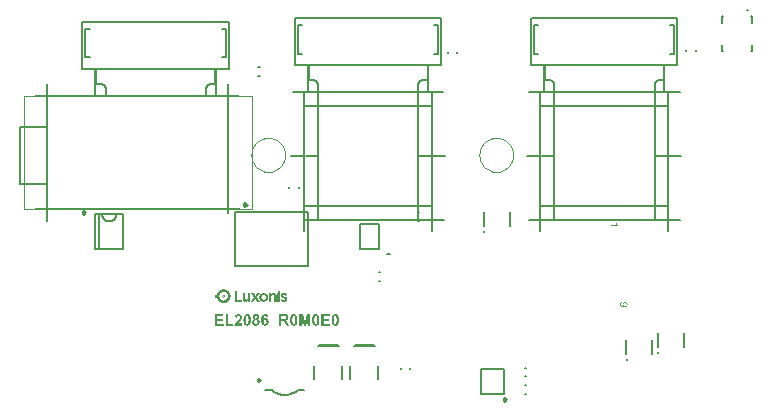
<source format=gto>
G04*
G04 #@! TF.GenerationSoftware,Altium Limited,Altium Designer,23.3.1 (30)*
G04*
G04 Layer_Color=65535*
%FSLAX44Y44*%
%MOMM*%
G71*
G04*
G04 #@! TF.SameCoordinates,D45B20F3-F38D-42A2-87FA-560754FB767C*
G04*
G04*
G04 #@! TF.FilePolarity,Positive*
G04*
G01*
G75*
%ADD10C,0.2032*%
%ADD11C,0.2000*%
%ADD12C,0.2500*%
%ADD13C,0.1016*%
%ADD14C,0.1500*%
%ADD15C,0.1270*%
G36*
X-400961Y76076D02*
X-400951Y76067D01*
X-400938Y76022D01*
X-400932Y68561D01*
X-400922Y68551D01*
X-400896Y68545D01*
X-396712Y68539D01*
X-396689Y68516D01*
X-396696Y66795D01*
X-396712Y66779D01*
X-396763Y66766D01*
X-396788Y66773D01*
X-397947D01*
X-402906Y66779D01*
X-402922Y66795D01*
X-402928Y66821D01*
X-402931Y75987D01*
X-402925Y76038D01*
X-402909Y76060D01*
X-402893Y76076D01*
X-402848Y76083D01*
X-402775Y76080D01*
X-401076Y76083D01*
X-401056Y76076D01*
X-400993Y76083D01*
X-400961Y76076D01*
D02*
G37*
G36*
X-365742D02*
X-365646Y76070D01*
X-365627Y76063D01*
X-365585Y76054D01*
X-365560Y76048D01*
X-365483Y76035D01*
X-365451Y76028D01*
X-365419Y76016D01*
X-365371Y75987D01*
X-365326Y75974D01*
X-365281Y75948D01*
X-365269Y75936D01*
X-365256Y75929D01*
X-365198Y75897D01*
X-365166Y75865D01*
X-365154Y75859D01*
X-365118Y75830D01*
X-365009Y75721D01*
X-364990Y75689D01*
X-364974Y75667D01*
X-364962Y75660D01*
X-364913Y75574D01*
X-364888Y75536D01*
X-364872Y75468D01*
X-364837Y75395D01*
X-364824Y75344D01*
X-364814Y75244D01*
X-364808Y75168D01*
X-364805Y75056D01*
X-364811Y75037D01*
X-364821Y74912D01*
X-364827Y74861D01*
X-364833Y74835D01*
X-364846Y74803D01*
X-364875Y74736D01*
X-364882Y74710D01*
X-364897Y74669D01*
X-364933Y74621D01*
X-364945Y74589D01*
X-364952Y74576D01*
X-364981Y74541D01*
X-364997Y74525D01*
X-365022Y74480D01*
X-365121Y74381D01*
X-365134Y74374D01*
X-365169Y74345D01*
X-365192Y74323D01*
X-365249Y74291D01*
X-365269Y74272D01*
X-365301Y74259D01*
X-365361Y74237D01*
X-365371Y74227D01*
X-365384Y74221D01*
X-365390Y74214D01*
X-365397D01*
X-365429Y74201D01*
X-365454Y74195D01*
X-365509Y74185D01*
X-365534Y74179D01*
X-365608Y74157D01*
X-365633Y74150D01*
X-365717Y74144D01*
X-365806Y74138D01*
X-365825Y74144D01*
X-365947Y74150D01*
X-365966Y74157D01*
X-366001Y74166D01*
X-366056Y74182D01*
X-366081Y74189D01*
X-366171Y74208D01*
X-366235Y74246D01*
X-366296Y74269D01*
X-366318Y74285D01*
X-366331Y74297D01*
X-366344Y74304D01*
X-366401Y74336D01*
X-366440Y74374D01*
X-366452Y74381D01*
X-366481Y74403D01*
X-366488Y74416D01*
X-366504Y74432D01*
X-366516Y74438D01*
X-366539Y74461D01*
X-366545Y74473D01*
X-366596Y74525D01*
X-366628Y74582D01*
X-366654Y74608D01*
X-366676Y74669D01*
X-366699Y74704D01*
X-366724Y74761D01*
X-366734Y74816D01*
X-366753Y74867D01*
X-366769Y74921D01*
X-366782Y75011D01*
X-366776Y75280D01*
X-366769Y75299D01*
X-366763Y75324D01*
X-366750Y75356D01*
X-366731Y75420D01*
X-366724Y75446D01*
X-366715Y75488D01*
X-366689Y75526D01*
X-366680Y75536D01*
X-366657Y75596D01*
X-366632Y75635D01*
X-366609Y75657D01*
X-366577Y75715D01*
X-366539Y75753D01*
X-366532Y75766D01*
X-366504Y75795D01*
X-366491Y75801D01*
X-366475Y75817D01*
X-366468Y75830D01*
X-366459Y75840D01*
X-366446Y75846D01*
X-366388Y75891D01*
X-366376Y75904D01*
X-366305Y75942D01*
X-366267Y75967D01*
X-366187Y75996D01*
X-366133Y76025D01*
X-366081Y76038D01*
X-366014Y76048D01*
X-365963Y76060D01*
X-365931Y76067D01*
X-365892Y76073D01*
X-365835Y76080D01*
X-365761Y76083D01*
X-365742Y76076D01*
D02*
G37*
G36*
X-370125Y74003D02*
X-369895Y73997D01*
X-369876Y73990D01*
X-369809Y73981D01*
X-369776Y73974D01*
X-369738Y73968D01*
X-369706Y73962D01*
X-369655Y73955D01*
X-369597Y73949D01*
X-369546Y73942D01*
X-369514Y73936D01*
X-369489Y73930D01*
X-369377Y73894D01*
X-369332Y73888D01*
X-369290Y73878D01*
X-369265Y73872D01*
X-369185Y73837D01*
X-369133Y73824D01*
X-369098Y73814D01*
X-369018Y73773D01*
X-368967Y73760D01*
X-368922Y73734D01*
X-368890Y73715D01*
X-368820Y73690D01*
X-368785Y73661D01*
X-368750Y73645D01*
X-368708Y73629D01*
X-368673Y73594D01*
X-368641Y73581D01*
X-368596Y73555D01*
X-368570Y73530D01*
X-368513Y73498D01*
X-368481Y73466D01*
X-368468Y73459D01*
X-368433Y73430D01*
X-368417Y73414D01*
X-368404Y73408D01*
X-368346Y73363D01*
X-368314Y73331D01*
X-368302Y73325D01*
X-368231Y73254D01*
X-368218Y73248D01*
X-368186Y73210D01*
X-368139Y73162D01*
X-368132Y73149D01*
X-368087Y73104D01*
X-368081Y73091D01*
X-368036Y73034D01*
X-368017Y73014D01*
X-367998Y72983D01*
X-367966Y72951D01*
X-367934Y72893D01*
X-367921Y72880D01*
X-367915Y72867D01*
X-367902Y72854D01*
X-367889Y72822D01*
X-367870Y72790D01*
X-367850Y72771D01*
X-367844Y72759D01*
X-367825Y72714D01*
X-367806Y72682D01*
X-367780Y72643D01*
X-367758Y72583D01*
X-367735Y72547D01*
X-367710Y72490D01*
X-367703Y72464D01*
X-367687Y72423D01*
X-367678Y72413D01*
X-367671Y72400D01*
X-367652Y72355D01*
X-367636Y72288D01*
X-367623Y72256D01*
X-367594Y72189D01*
X-367582Y72112D01*
X-367575Y72087D01*
X-367531Y71946D01*
X-367524Y71882D01*
X-367508Y71776D01*
X-367495Y71712D01*
X-367489Y71687D01*
X-367483Y71648D01*
X-367473Y71562D01*
X-367467Y71498D01*
X-367460Y71185D01*
X-367467Y66789D01*
X-367476Y66779D01*
X-367508Y66766D01*
X-367591Y66773D01*
X-369393Y66769D01*
X-369415Y66785D01*
X-369425Y66795D01*
X-369431Y66878D01*
X-369437Y71063D01*
X-369444Y71082D01*
X-369450Y71133D01*
X-369457Y71153D01*
X-369476Y71217D01*
X-369482Y71242D01*
X-369492Y71303D01*
X-369498Y71335D01*
X-369514Y71376D01*
X-369546Y71447D01*
X-369553Y71472D01*
X-369569Y71514D01*
X-369585Y71536D01*
X-369597Y71549D01*
X-369613Y71591D01*
X-369626Y71623D01*
X-369642Y71639D01*
X-369649Y71652D01*
X-369661Y71664D01*
X-369668Y71677D01*
X-369693Y71722D01*
X-369732Y71760D01*
X-369751Y71792D01*
X-369761Y71802D01*
X-369773Y71808D01*
X-369789Y71824D01*
X-369796Y71837D01*
X-369831Y71872D01*
X-369844Y71879D01*
X-369860Y71901D01*
X-369876Y71917D01*
X-369888Y71923D01*
X-369924Y71952D01*
X-369946Y71975D01*
X-370004Y72007D01*
X-370029Y72032D01*
X-370061Y72045D01*
X-370103Y72061D01*
X-370125Y72084D01*
X-370138Y72090D01*
X-370170Y72103D01*
X-370196Y72109D01*
X-370237Y72125D01*
X-370285Y72154D01*
X-370327Y72164D01*
X-370359Y72170D01*
X-370397Y72176D01*
X-370448Y72189D01*
X-370480Y72202D01*
X-370506Y72208D01*
X-370538Y72215D01*
X-370624Y72224D01*
X-370708Y72231D01*
X-371034Y72224D01*
X-371053Y72218D01*
X-371114Y72208D01*
X-371207Y72179D01*
X-371232Y72173D01*
X-371287Y72164D01*
X-371312Y72157D01*
X-371344Y72144D01*
X-371392Y72116D01*
X-371434Y72106D01*
X-371459Y72099D01*
X-371495Y72077D01*
X-371507Y72064D01*
X-371552Y72045D01*
X-371594Y72029D01*
X-371623Y72000D01*
X-371635Y71994D01*
X-371693Y71962D01*
X-371725Y71930D01*
X-371738Y71923D01*
X-371773Y71895D01*
X-371802Y71866D01*
X-371814Y71859D01*
X-371894Y71780D01*
X-371901Y71767D01*
X-371946Y71722D01*
X-371952Y71709D01*
X-371981Y71674D01*
X-371991Y71671D01*
X-371997Y71658D01*
X-372022Y71613D01*
X-372051Y71578D01*
X-372067Y71543D01*
X-372080Y71511D01*
X-372086Y71498D01*
X-372106Y71479D01*
X-372112Y71466D01*
X-372125Y71434D01*
X-372138Y71383D01*
X-372182Y71287D01*
X-372189Y71242D01*
X-372195Y71217D01*
X-372202Y71153D01*
X-372208Y71133D01*
X-372214Y71108D01*
X-372221Y71063D01*
X-372227Y71037D01*
X-372234Y70916D01*
X-372240Y66801D01*
X-372256Y66779D01*
X-372282Y66773D01*
X-374195Y66779D01*
X-374211Y66795D01*
X-374217Y66859D01*
Y70628D01*
Y70634D01*
X-374211Y73808D01*
X-374195Y73824D01*
X-374150Y73830D01*
X-372365Y73824D01*
X-372336Y73801D01*
X-372330Y73776D01*
X-372336Y73674D01*
X-372330Y73238D01*
X-372314Y73222D01*
X-372275Y73229D01*
X-372253Y73251D01*
X-372246Y73264D01*
X-372230Y73280D01*
X-372218Y73286D01*
X-372202Y73302D01*
X-372195Y73315D01*
X-372186Y73325D01*
X-372173Y73331D01*
X-372138Y73360D01*
X-372109Y73389D01*
X-372096Y73395D01*
X-372061Y73424D01*
X-372038Y73446D01*
X-371981Y73478D01*
X-371965Y73488D01*
X-371962Y73498D01*
X-371949Y73504D01*
X-371891Y73536D01*
X-371859Y73568D01*
X-371827Y73581D01*
X-371770Y73613D01*
X-371750Y73632D01*
X-371690Y73654D01*
X-371655Y73677D01*
X-371623Y73696D01*
X-371597Y73702D01*
X-371555Y73718D01*
X-371546Y73728D01*
X-371533Y73734D01*
X-371501Y73753D01*
X-371475Y73760D01*
X-371431Y73773D01*
X-371335Y73818D01*
X-371283Y73830D01*
X-371248Y73840D01*
X-371216Y73853D01*
X-371162Y73875D01*
X-371136Y73882D01*
X-371091Y73888D01*
X-371066Y73894D01*
X-371024Y73904D01*
X-370932Y73933D01*
X-370906Y73939D01*
X-370861Y73945D01*
X-370797Y73952D01*
X-370691Y73968D01*
X-370653Y73974D01*
X-370621Y73981D01*
X-370583Y73987D01*
X-370532Y73994D01*
X-370455Y74000D01*
X-370186Y74006D01*
X-370144Y74009D01*
X-370125Y74003D01*
D02*
G37*
G36*
X-412209Y77190D02*
X-411953Y77183D01*
X-411934Y77177D01*
X-411835Y77167D01*
X-411797Y77161D01*
X-411665Y77145D01*
X-411621Y77139D01*
X-411470Y77129D01*
X-411432Y77123D01*
X-411406Y77116D01*
X-411371Y77106D01*
X-411346Y77100D01*
X-411301Y77087D01*
X-411256Y77081D01*
X-411192Y77074D01*
X-411099Y77059D01*
X-411067Y77046D01*
X-410994Y77023D01*
X-410949Y77017D01*
X-410923Y77010D01*
X-410859Y77004D01*
X-410776Y76966D01*
X-410751Y76959D01*
X-410706Y76953D01*
X-410680Y76947D01*
X-410632Y76937D01*
X-410578Y76908D01*
X-410533Y76895D01*
X-410507Y76889D01*
X-410459Y76879D01*
X-410354Y76831D01*
X-410299Y76822D01*
X-410267Y76809D01*
X-410258Y76799D01*
X-410245Y76793D01*
X-410187Y76767D01*
X-410139Y76758D01*
X-410107Y76745D01*
X-410098Y76735D01*
X-410085Y76729D01*
X-410027Y76703D01*
X-409986Y76694D01*
X-409963Y76678D01*
X-409951Y76665D01*
X-409906Y76646D01*
X-409864Y76636D01*
X-409842Y76627D01*
X-409807Y76598D01*
X-409765Y76582D01*
X-409730Y76572D01*
X-409720Y76563D01*
X-409707Y76556D01*
X-409688Y76537D01*
X-409656Y76524D01*
X-409631Y76518D01*
X-409586Y76492D01*
X-409567Y76473D01*
X-409535Y76460D01*
X-409493Y76444D01*
X-409464Y76415D01*
X-409452Y76409D01*
X-409388Y76383D01*
X-409368Y76364D01*
X-409356Y76358D01*
X-409343Y76345D01*
X-409301Y76329D01*
X-409279Y76313D01*
X-409260Y76294D01*
X-409247Y76287D01*
X-409176Y76249D01*
X-409151Y76223D01*
X-409080Y76185D01*
X-409061Y76166D01*
X-409048Y76159D01*
X-409004Y76134D01*
X-408965Y76095D01*
X-408920Y76070D01*
X-408895Y76044D01*
X-408837Y76012D01*
X-408799Y75974D01*
X-408754Y75948D01*
X-408745Y75939D01*
X-408738Y75926D01*
X-408700Y75900D01*
X-408677Y75884D01*
X-408639Y75846D01*
X-408626Y75840D01*
X-408591Y75811D01*
X-408562Y75782D01*
X-408549Y75775D01*
X-408514Y75747D01*
X-408485Y75718D01*
X-408473Y75711D01*
X-408421Y75660D01*
X-408409Y75654D01*
X-408351Y75596D01*
X-408338Y75590D01*
X-408322Y75574D01*
X-408316Y75561D01*
X-408293Y75539D01*
X-408281Y75532D01*
X-408252Y75504D01*
X-408245Y75491D01*
X-408236Y75481D01*
X-408223Y75475D01*
X-408194Y75446D01*
X-408188Y75433D01*
X-408165Y75411D01*
X-408153Y75404D01*
X-408137Y75388D01*
X-408130Y75376D01*
X-408066Y75312D01*
X-408060Y75299D01*
X-408050Y75289D01*
X-408037Y75283D01*
X-408021Y75267D01*
X-408015Y75254D01*
X-407986Y75219D01*
X-407957Y75190D01*
X-407951Y75177D01*
X-407938Y75164D01*
X-407932Y75152D01*
X-407893Y75113D01*
X-407887Y75100D01*
X-407874Y75088D01*
X-407868Y75075D01*
X-407830Y75037D01*
X-407823Y75024D01*
X-407794Y74988D01*
X-407772Y74966D01*
X-407766Y74953D01*
X-407737Y74918D01*
X-407714Y74896D01*
X-407708Y74883D01*
X-407676Y74838D01*
X-407657Y74819D01*
X-407625Y74761D01*
X-407593Y74729D01*
X-407561Y74672D01*
X-407529Y74640D01*
X-407516Y74608D01*
X-407509Y74595D01*
X-407481Y74560D01*
X-407465Y74544D01*
X-407449Y74502D01*
X-407439Y74493D01*
X-407433Y74480D01*
X-407414Y74461D01*
X-407407Y74448D01*
X-407375Y74390D01*
X-407346Y74355D01*
X-407327Y74304D01*
X-407305Y74275D01*
X-407298Y74262D01*
X-407286Y74250D01*
X-407273Y74218D01*
X-407247Y74173D01*
X-407222Y74134D01*
X-407199Y74074D01*
X-407183Y74051D01*
X-407170Y74038D01*
X-407158Y74006D01*
X-407135Y73945D01*
X-407113Y73923D01*
X-407094Y73878D01*
X-407087Y73853D01*
X-407055Y73795D01*
X-407030Y73738D01*
X-407020Y73702D01*
X-407010Y73680D01*
X-406978Y73635D01*
X-406966Y73584D01*
X-406956Y73549D01*
X-406914Y73469D01*
X-406895Y73392D01*
X-406870Y73347D01*
X-406851Y73302D01*
X-406841Y73248D01*
X-406834Y73216D01*
X-406815Y73178D01*
X-406793Y73136D01*
X-406786Y73110D01*
X-406774Y73027D01*
X-406761Y72995D01*
X-406735Y72938D01*
X-406729Y72912D01*
X-406722Y72867D01*
X-406707Y72794D01*
X-406681Y72723D01*
X-406671Y72688D01*
X-406665Y72643D01*
X-406659Y72618D01*
X-406649Y72544D01*
X-406636Y72493D01*
X-406627Y72458D01*
X-406607Y72381D01*
X-406595Y72253D01*
X-406585Y72173D01*
X-406572Y72096D01*
X-406566Y72064D01*
X-406559Y72039D01*
X-406553Y72007D01*
X-406543Y71920D01*
X-406537Y71780D01*
X-406531Y71524D01*
X-406524Y71306D01*
X-406531Y71089D01*
X-406540Y70804D01*
X-406547Y70721D01*
X-406559Y70637D01*
X-406566Y70612D01*
X-406578Y70548D01*
X-406588Y70461D01*
X-406595Y70436D01*
X-406604Y70318D01*
X-406610Y70279D01*
X-406623Y70228D01*
X-406639Y70174D01*
X-406652Y70122D01*
X-406659Y70058D01*
X-406665Y70013D01*
X-406671Y69988D01*
X-406694Y69927D01*
X-406710Y69873D01*
X-406722Y69796D01*
X-406732Y69754D01*
X-406751Y69703D01*
X-406767Y69668D01*
X-406780Y69617D01*
X-406790Y69556D01*
X-406802Y69524D01*
X-406831Y69476D01*
X-406841Y69434D01*
X-406847Y69396D01*
X-406854Y69364D01*
X-406866Y69332D01*
X-406876Y69322D01*
X-406883Y69310D01*
X-406902Y69265D01*
X-406918Y69198D01*
X-406950Y69146D01*
X-406959Y69118D01*
X-406978Y69041D01*
X-407007Y69006D01*
X-407023Y68970D01*
X-407033Y68929D01*
X-407046Y68897D01*
X-407055Y68887D01*
X-407062Y68875D01*
X-407074Y68862D01*
X-407087Y68817D01*
X-407103Y68775D01*
X-407119Y68753D01*
X-407145Y68715D01*
X-407154Y68679D01*
X-407167Y68647D01*
X-407177Y68638D01*
X-407183Y68625D01*
X-407196Y68612D01*
X-407209Y68580D01*
X-407225Y68539D01*
X-407241Y68516D01*
X-407254Y68503D01*
X-407260Y68491D01*
X-407279Y68446D01*
X-407298Y68414D01*
X-407318Y68395D01*
X-407324Y68382D01*
X-407337Y68350D01*
X-407362Y68305D01*
X-407382Y68286D01*
X-407388Y68273D01*
X-407426Y68203D01*
X-407446Y68183D01*
X-407484Y68113D01*
X-407509Y68088D01*
Y68081D01*
X-407513Y68078D01*
X-407542Y68024D01*
X-407567Y67998D01*
X-407574Y67985D01*
X-407615Y67924D01*
X-407625Y67921D01*
X-407631Y67908D01*
X-407657Y67864D01*
X-407682Y67838D01*
X-407689Y67825D01*
X-407701Y67812D01*
X-407727Y67768D01*
X-407766Y67729D01*
X-407785Y67697D01*
X-407823Y67659D01*
X-407842Y67627D01*
X-407881Y67588D01*
X-407887Y67576D01*
X-407916Y67540D01*
X-407945Y67512D01*
X-407951Y67499D01*
X-407964Y67486D01*
X-407970Y67473D01*
X-408009Y67435D01*
X-408015Y67422D01*
X-408079Y67358D01*
X-408085Y67345D01*
X-408108Y67323D01*
X-408121Y67316D01*
X-408130Y67307D01*
X-408137Y67294D01*
X-408201Y67230D01*
X-408207Y67217D01*
X-408223Y67201D01*
X-408236Y67195D01*
X-408258Y67172D01*
X-408265Y67160D01*
X-408274Y67150D01*
X-408287Y67144D01*
X-408357Y67073D01*
X-408370Y67067D01*
X-408380Y67057D01*
X-408386Y67045D01*
X-408409Y67022D01*
X-408421Y67016D01*
X-408473Y66965D01*
X-408485Y66958D01*
X-408498Y66945D01*
X-408511Y66939D01*
X-408549Y66901D01*
X-408562Y66894D01*
X-408575Y66881D01*
X-408588Y66875D01*
X-408626Y66837D01*
X-408639Y66830D01*
X-408674Y66801D01*
X-408703Y66773D01*
X-408735Y66753D01*
X-408773Y66715D01*
X-408805Y66696D01*
X-408837Y66664D01*
X-408850Y66657D01*
X-408895Y66632D01*
X-408927Y66600D01*
X-408940Y66593D01*
X-408984Y66568D01*
X-408994Y66558D01*
X-408997Y66549D01*
X-409010Y66542D01*
X-409023Y66529D01*
X-409068Y66504D01*
X-409087Y66485D01*
X-409100Y66478D01*
X-409170Y66440D01*
X-409196Y66414D01*
X-409266Y66376D01*
X-409285Y66357D01*
X-409330Y66337D01*
X-409343Y66331D01*
X-409378Y66302D01*
X-409388Y66293D01*
X-409413Y66286D01*
X-409471Y66254D01*
X-409490Y66235D01*
X-409554Y66210D01*
X-409567Y66203D01*
X-409580Y66190D01*
X-409592Y66184D01*
X-409605Y66171D01*
X-409685Y66142D01*
X-409701Y66126D01*
X-409714Y66120D01*
X-409727Y66107D01*
X-409752Y66101D01*
X-409794Y66085D01*
X-409829Y66062D01*
X-409842Y66049D01*
X-409887Y66037D01*
X-409912Y66030D01*
X-409957Y66005D01*
X-409970Y65992D01*
X-410002Y65979D01*
X-410043Y65970D01*
X-410075Y65957D01*
X-410098Y65941D01*
X-410155Y65915D01*
X-410203Y65906D01*
X-410235Y65893D01*
X-410258Y65877D01*
X-410303Y65858D01*
X-410328Y65851D01*
X-410370Y65842D01*
X-410402Y65829D01*
X-410482Y65794D01*
X-410527Y65787D01*
X-410552Y65781D01*
X-410635Y65742D01*
X-410686Y65730D01*
X-410747Y65720D01*
X-410773Y65714D01*
X-410843Y65682D01*
X-410869Y65675D01*
X-410901Y65669D01*
X-410952Y65662D01*
X-411013Y65653D01*
X-411045Y65640D01*
X-411086Y65624D01*
X-411138Y65611D01*
X-411253Y65598D01*
X-411323Y65586D01*
X-411349Y65579D01*
X-411384Y65570D01*
X-411461Y65550D01*
X-411563Y65544D01*
X-411675Y65534D01*
X-411726Y65528D01*
X-411765Y65522D01*
X-411851Y65512D01*
X-411877Y65506D01*
X-412053Y65490D01*
X-412670Y65486D01*
X-412689Y65493D01*
X-412821Y65503D01*
X-412878Y65509D01*
X-412961Y65522D01*
X-413000Y65528D01*
X-413057Y65534D01*
X-413134Y65541D01*
X-413281Y65554D01*
X-413313Y65560D01*
X-413390Y65579D01*
X-413425Y65589D01*
X-413470Y65595D01*
X-413495Y65602D01*
X-413588Y65611D01*
X-413620Y65618D01*
X-413646Y65624D01*
X-413697Y65643D01*
X-413751Y65659D01*
X-413815Y65666D01*
X-413841Y65672D01*
X-413883Y65682D01*
X-413915Y65694D01*
X-413969Y65717D01*
X-414014Y65723D01*
X-414039Y65730D01*
X-414087Y65739D01*
X-414161Y65774D01*
X-414212Y65787D01*
X-414279Y65803D01*
X-414334Y65832D01*
X-414379Y65845D01*
X-414404Y65851D01*
X-414439Y65861D01*
X-414462Y65870D01*
X-414500Y65896D01*
X-414545Y65909D01*
X-414571Y65915D01*
X-414612Y65931D01*
X-414650Y65957D01*
X-414679Y65966D01*
X-414724Y65979D01*
X-414756Y65992D01*
X-414801Y66024D01*
X-414852Y66037D01*
X-414897Y66062D01*
X-414935Y66088D01*
X-414961Y66094D01*
X-415002Y66110D01*
X-415025Y66126D01*
X-415038Y66139D01*
X-415070Y66152D01*
X-415121Y66171D01*
X-415156Y66200D01*
X-415191Y66216D01*
X-415233Y66232D01*
X-415255Y66248D01*
X-415274Y66267D01*
X-415306Y66280D01*
X-415364Y66312D01*
X-415383Y66331D01*
X-415415Y66344D01*
X-415447Y66363D01*
X-415460Y66376D01*
X-415473Y66382D01*
X-415485Y66395D01*
X-415511Y66402D01*
X-415556Y66433D01*
X-415575Y66453D01*
X-415633Y66485D01*
X-415668Y66513D01*
X-415722Y66542D01*
X-415761Y66581D01*
X-415805Y66606D01*
X-415831Y66632D01*
X-415844Y66638D01*
X-415889Y66664D01*
X-415911Y66680D01*
X-415917Y66693D01*
X-415956Y66718D01*
X-415978Y66734D01*
X-416017Y66773D01*
X-416049Y66792D01*
X-416081Y66824D01*
X-416093Y66830D01*
X-416106Y66843D01*
X-416119Y66849D01*
X-416157Y66888D01*
X-416170Y66894D01*
X-416183Y66907D01*
X-416196Y66913D01*
X-416241Y66958D01*
X-416253Y66965D01*
X-416276Y66981D01*
X-416282Y66993D01*
X-416305Y67016D01*
X-416317Y67022D01*
X-416381Y67086D01*
X-416394Y67092D01*
X-416410Y67108D01*
X-416417Y67121D01*
X-416432Y67137D01*
X-416445Y67144D01*
X-416480Y67179D01*
X-416487Y67192D01*
X-416509Y67208D01*
X-416538Y67236D01*
X-416544Y67249D01*
X-416554Y67259D01*
X-416567Y67265D01*
X-416596Y67294D01*
X-416602Y67307D01*
X-416631Y67336D01*
X-416641Y67339D01*
X-416647Y67352D01*
X-416660Y67365D01*
X-416666Y67377D01*
X-416682Y67393D01*
X-416695Y67400D01*
X-416704Y67409D01*
X-416711Y67422D01*
X-416724Y67435D01*
X-416730Y67448D01*
X-416775Y67492D01*
X-416781Y67505D01*
X-416820Y67544D01*
X-416826Y67556D01*
X-416839Y67569D01*
X-416845Y67582D01*
X-416874Y67617D01*
X-416903Y67646D01*
X-416909Y67659D01*
X-416938Y67694D01*
X-416951Y67700D01*
X-416983Y67752D01*
X-417018Y67787D01*
X-417044Y67832D01*
X-417072Y67867D01*
X-417082Y67876D01*
X-417108Y67921D01*
X-417140Y67953D01*
X-417172Y68011D01*
X-417197Y68036D01*
X-417235Y68107D01*
X-417261Y68132D01*
X-417299Y68203D01*
X-417319Y68222D01*
X-417338Y68267D01*
X-417344Y68280D01*
X-417360Y68302D01*
X-417373Y68308D01*
X-417402Y68376D01*
X-417408Y68388D01*
X-417434Y68414D01*
X-417440Y68427D01*
X-417459Y68471D01*
X-417485Y68516D01*
X-417504Y68535D01*
X-417517Y68567D01*
X-417527Y68603D01*
X-417536Y68612D01*
X-417543Y68625D01*
X-417556Y68638D01*
X-417562Y68651D01*
X-417581Y68695D01*
X-417588Y68721D01*
X-417632Y68785D01*
X-417645Y68836D01*
X-417671Y68881D01*
X-417696Y68919D01*
X-417706Y68967D01*
X-417719Y68999D01*
X-417728Y69009D01*
X-417735Y69022D01*
X-417747Y69035D01*
X-417760Y69079D01*
X-417770Y69121D01*
X-417783Y69153D01*
X-417799Y69169D01*
X-417811Y69201D01*
X-417824Y69246D01*
X-417834Y69287D01*
X-417875Y69367D01*
X-417885Y69409D01*
X-417891Y69447D01*
X-417904Y69479D01*
X-417939Y69559D01*
X-417946Y69604D01*
X-417952Y69630D01*
X-417962Y69665D01*
X-417975Y69697D01*
X-417991Y69732D01*
X-418003Y69777D01*
X-418010Y69841D01*
X-418016Y69866D01*
X-418026Y69901D01*
X-418039Y69934D01*
X-418055Y69975D01*
X-418061Y70001D01*
X-418067Y70045D01*
X-418077Y70125D01*
X-418083Y70157D01*
X-418096Y70189D01*
X-418109Y70202D01*
X-418141Y70215D01*
X-418186Y70222D01*
X-419827Y70218D01*
X-419846Y70237D01*
X-419853Y70282D01*
X-419846Y70301D01*
X-419849Y72423D01*
X-419843Y72448D01*
X-419811Y72461D01*
X-419731Y72458D01*
X-418211Y72461D01*
X-418192Y72455D01*
X-418167Y72461D01*
X-418128Y72467D01*
X-418093Y72496D01*
X-418080Y72528D01*
X-418074Y72592D01*
X-418067Y72637D01*
X-418058Y72698D01*
X-418045Y72730D01*
X-418023Y72784D01*
X-418010Y72861D01*
X-418000Y72915D01*
X-417994Y72941D01*
X-417959Y73021D01*
X-417952Y73046D01*
X-417946Y73091D01*
X-417939Y73117D01*
X-417930Y73152D01*
X-417920Y73162D01*
X-417895Y73219D01*
X-417879Y73293D01*
X-417872Y73318D01*
X-417831Y73398D01*
X-417815Y73472D01*
X-417767Y73565D01*
X-417751Y73632D01*
X-417728Y73667D01*
X-417703Y73725D01*
X-417693Y73760D01*
X-417671Y73795D01*
X-417645Y73833D01*
X-417635Y73882D01*
X-417603Y73933D01*
X-417588Y73962D01*
X-417565Y74022D01*
X-417549Y74045D01*
X-417536Y74057D01*
X-417517Y74102D01*
X-417511Y74128D01*
X-417459Y74205D01*
X-417444Y74246D01*
X-417427Y74269D01*
X-417408Y74288D01*
X-417396Y74320D01*
X-417379Y74361D01*
X-417344Y74397D01*
X-417325Y74441D01*
X-417319Y74454D01*
X-417306Y74467D01*
X-417299Y74480D01*
X-417280Y74499D01*
X-417264Y74541D01*
X-417232Y74579D01*
X-417216Y74595D01*
X-417200Y74637D01*
X-417184Y74653D01*
X-417178Y74665D01*
X-417159Y74685D01*
X-417133Y74729D01*
X-417124Y74745D01*
X-417111Y74752D01*
X-417066Y74822D01*
X-417037Y74851D01*
X-417031Y74864D01*
X-417005Y74908D01*
X-416983Y74925D01*
X-416948Y74979D01*
X-416903Y75024D01*
X-416884Y75056D01*
X-416845Y75094D01*
X-416839Y75107D01*
X-416810Y75142D01*
X-416781Y75171D01*
X-416775Y75184D01*
X-416746Y75219D01*
X-416711Y75254D01*
X-416704Y75267D01*
X-416653Y75318D01*
X-416647Y75331D01*
X-416624Y75353D01*
X-416612Y75360D01*
X-416602Y75369D01*
X-416596Y75382D01*
X-416583Y75395D01*
X-416580Y75404D01*
X-416567Y75411D01*
X-416525Y75452D01*
X-416519Y75465D01*
X-416480Y75497D01*
X-416468Y75510D01*
X-416461Y75523D01*
X-416452Y75532D01*
X-416439Y75539D01*
X-416375Y75603D01*
X-416362Y75609D01*
X-416346Y75625D01*
X-416340Y75638D01*
X-416324Y75654D01*
X-416311Y75660D01*
X-416260Y75711D01*
X-416247Y75718D01*
X-416234Y75731D01*
X-416221Y75737D01*
X-416183Y75775D01*
X-416170Y75782D01*
X-416157Y75795D01*
X-416145Y75801D01*
X-416100Y75846D01*
X-416068Y75865D01*
X-416029Y75904D01*
X-416017Y75910D01*
X-415981Y75939D01*
X-415959Y75961D01*
X-415946Y75967D01*
X-415911Y75996D01*
X-415889Y76019D01*
X-415831Y76051D01*
X-415799Y76083D01*
X-415745Y76111D01*
X-415738Y76124D01*
X-415722Y76140D01*
X-415652Y76179D01*
X-415633Y76198D01*
X-415620Y76204D01*
X-415562Y76236D01*
X-415553Y76246D01*
X-415550Y76255D01*
X-415537Y76262D01*
X-415466Y76300D01*
X-415447Y76319D01*
X-415434Y76326D01*
X-415364Y76364D01*
X-415345Y76383D01*
X-415281Y76409D01*
X-415246Y76438D01*
X-415236Y76447D01*
X-415166Y76473D01*
X-415130Y76502D01*
X-415095Y76518D01*
X-415054Y76534D01*
X-415031Y76550D01*
X-414993Y76575D01*
X-414951Y76585D01*
X-414900Y76617D01*
X-414890Y76627D01*
X-414858Y76639D01*
X-414817Y76649D01*
X-414766Y76681D01*
X-414730Y76697D01*
X-414705Y76703D01*
X-414644Y76726D01*
X-414628Y76742D01*
X-414583Y76761D01*
X-414516Y76777D01*
X-414494Y76786D01*
X-414455Y76812D01*
X-414423Y76825D01*
X-414369Y76835D01*
X-414343Y76841D01*
X-414276Y76876D01*
X-414231Y76889D01*
X-414183Y76898D01*
X-414158Y76905D01*
X-414084Y76940D01*
X-414059Y76947D01*
X-413991Y76956D01*
X-413966Y76962D01*
X-413934Y76975D01*
X-413879Y76998D01*
X-413854Y77004D01*
X-413764Y77017D01*
X-413723Y77027D01*
X-413691Y77039D01*
X-413617Y77062D01*
X-413572Y77068D01*
X-413547Y77074D01*
X-413457Y77081D01*
X-413438Y77087D01*
X-413396Y77097D01*
X-413371Y77103D01*
X-413335Y77113D01*
X-413310Y77119D01*
X-413265Y77126D01*
X-413240Y77132D01*
X-413083Y77142D01*
X-413019Y77148D01*
X-412936Y77161D01*
X-412904Y77167D01*
X-412852Y77174D01*
X-412782Y77180D01*
X-412699Y77186D01*
X-412533Y77193D01*
X-412229Y77196D01*
X-412209Y77190D01*
D02*
G37*
G36*
X-361301Y73990D02*
X-361045Y73984D01*
X-361026Y73977D01*
X-360886Y73965D01*
X-360841Y73958D01*
X-360722Y73949D01*
X-360652Y73942D01*
X-360575Y73930D01*
X-360540Y73920D01*
X-360495Y73907D01*
X-360444Y73894D01*
X-360326Y73878D01*
X-360300Y73872D01*
X-360268Y73859D01*
X-360227Y73843D01*
X-360182Y73830D01*
X-360121Y73821D01*
X-360095Y73814D01*
X-360028Y73779D01*
X-359977Y73766D01*
X-359935Y73757D01*
X-359903Y73744D01*
X-359887Y73728D01*
X-359843Y73709D01*
X-359817Y73702D01*
X-359782Y73693D01*
X-359743Y73667D01*
X-359734Y73658D01*
X-359702Y73645D01*
X-359676Y73638D01*
X-359631Y73613D01*
X-359619Y73600D01*
X-359606Y73594D01*
X-359574Y73581D01*
X-359529Y73555D01*
X-359510Y73536D01*
X-359427Y73491D01*
X-359401Y73466D01*
X-359356Y73440D01*
X-359324Y73408D01*
X-359267Y73376D01*
X-359228Y73338D01*
X-359216Y73331D01*
X-359180Y73302D01*
X-359139Y73261D01*
X-359126Y73254D01*
X-359094Y73216D01*
X-359081Y73203D01*
X-359068Y73197D01*
X-359059Y73187D01*
X-359052Y73175D01*
X-359039Y73162D01*
X-359033Y73149D01*
X-359024Y73139D01*
X-359011Y73133D01*
X-359001Y73123D01*
X-358995Y73110D01*
X-358963Y73066D01*
X-358943Y73046D01*
X-358937Y73034D01*
X-358924Y73021D01*
X-358899Y72976D01*
X-358867Y72944D01*
X-358854Y72912D01*
X-358848Y72899D01*
X-358828Y72880D01*
X-358822Y72867D01*
X-358809Y72854D01*
X-358787Y72794D01*
X-358777Y72784D01*
X-358771Y72771D01*
X-358752Y72752D01*
X-358739Y72707D01*
X-358723Y72666D01*
X-358707Y72643D01*
X-358681Y72586D01*
X-358665Y72519D01*
X-358643Y72477D01*
X-358636Y72458D01*
X-358652Y72429D01*
X-358665Y72423D01*
X-358697Y72410D01*
X-358732Y72400D01*
X-358812Y72359D01*
X-358880Y72343D01*
X-358912Y72330D01*
X-358921Y72320D01*
X-358966Y72301D01*
X-359017Y72288D01*
X-359052Y72279D01*
X-359091Y72253D01*
X-359132Y72237D01*
X-359174Y72228D01*
X-359199Y72221D01*
X-359231Y72208D01*
X-359241Y72199D01*
X-359254Y72192D01*
X-359299Y72173D01*
X-359366Y72157D01*
X-359446Y72116D01*
X-359487Y72106D01*
X-359513Y72099D01*
X-359545Y72087D01*
X-359593Y72058D01*
X-359644Y72045D01*
X-359679Y72035D01*
X-359711Y72023D01*
X-359721Y72013D01*
X-359766Y71994D01*
X-359817Y71981D01*
X-359852Y71972D01*
X-359891Y71946D01*
X-359926Y71930D01*
X-359993Y71914D01*
X-360025Y71901D01*
X-360079Y71872D01*
X-360156Y71853D01*
X-360214Y71821D01*
X-360246Y71808D01*
X-360287Y71805D01*
X-360319Y71818D01*
X-360338Y71863D01*
X-360345Y71901D01*
X-360377Y71946D01*
X-360402Y72003D01*
X-360422Y72035D01*
X-360447Y72061D01*
X-360473Y72106D01*
X-360502Y72141D01*
X-360518Y72157D01*
X-360524Y72170D01*
X-360543Y72189D01*
X-360550Y72202D01*
X-360559Y72211D01*
X-360572Y72218D01*
X-360630Y72275D01*
X-360642Y72282D01*
X-360700Y72327D01*
X-360713Y72339D01*
X-360796Y72384D01*
X-360809Y72397D01*
X-360841Y72410D01*
X-360882Y72419D01*
X-360930Y72442D01*
X-360988Y72467D01*
X-361093Y72483D01*
X-361132Y72490D01*
X-361164Y72496D01*
X-361202Y72503D01*
X-361234Y72509D01*
X-361292Y72515D01*
X-361410Y72519D01*
X-361429Y72512D01*
X-361551Y72506D01*
X-361570Y72499D01*
X-361625Y72490D01*
X-361778Y72464D01*
X-361810Y72451D01*
X-361852Y72429D01*
X-361884Y72416D01*
X-361919Y72407D01*
X-361957Y72375D01*
X-362005Y72346D01*
X-362018Y72339D01*
X-362060Y72298D01*
X-362066Y72285D01*
X-362098Y72259D01*
X-362104Y72247D01*
X-362143Y72176D01*
X-362169Y72138D01*
X-362181Y72087D01*
X-362191Y71994D01*
X-362194Y71914D01*
X-362188Y71895D01*
X-362178Y71802D01*
X-362172Y71776D01*
X-362149Y71741D01*
X-362124Y71703D01*
X-362098Y71658D01*
X-361999Y71559D01*
X-361986Y71552D01*
X-361928Y71508D01*
X-361858Y71469D01*
X-361839Y71450D01*
X-361794Y71431D01*
X-361759Y71421D01*
X-361724Y71399D01*
X-361666Y71373D01*
X-361631Y71364D01*
X-361599Y71351D01*
X-361519Y71316D01*
X-361493Y71309D01*
X-361426Y71293D01*
X-361353Y71258D01*
X-361276Y71245D01*
X-361250Y71239D01*
X-361209Y71223D01*
X-361177Y71210D01*
X-361135Y71194D01*
X-361090Y71188D01*
X-361017Y71172D01*
X-360981Y71156D01*
X-360950Y71143D01*
X-360898Y71130D01*
X-360854Y71124D01*
X-360828Y71117D01*
X-360793Y71108D01*
X-360761Y71095D01*
X-360719Y71079D01*
X-360668Y71066D01*
X-360614Y71056D01*
X-360588Y71050D01*
X-360524Y71024D01*
X-360495Y71015D01*
X-360444Y71002D01*
X-360390Y70992D01*
X-360338Y70973D01*
X-360303Y70957D01*
X-360258Y70944D01*
X-360233Y70938D01*
X-360195Y70932D01*
X-360111Y70893D01*
X-360066Y70880D01*
X-360025Y70871D01*
X-359993Y70858D01*
X-359945Y70829D01*
X-359910Y70820D01*
X-359878Y70813D01*
X-359836Y70797D01*
X-359798Y70772D01*
X-359766Y70759D01*
X-359724Y70749D01*
X-359673Y70717D01*
X-359638Y70701D01*
X-359612Y70695D01*
X-359555Y70663D01*
X-359542Y70650D01*
X-359510Y70637D01*
X-359468Y70621D01*
X-359401Y70573D01*
X-359375Y70567D01*
X-359331Y70535D01*
X-359318Y70522D01*
X-359248Y70484D01*
X-359222Y70458D01*
X-359177Y70433D01*
X-359145Y70401D01*
X-359132Y70394D01*
X-359075Y70349D01*
X-359055Y70330D01*
X-359043Y70324D01*
X-359007Y70295D01*
X-358966Y70254D01*
X-358953Y70247D01*
X-358931Y70225D01*
X-358924Y70212D01*
X-358873Y70161D01*
X-358867Y70148D01*
X-358854Y70135D01*
X-358848Y70122D01*
X-358809Y70084D01*
X-358803Y70071D01*
X-358771Y70026D01*
X-358745Y70001D01*
X-358713Y69943D01*
X-358694Y69924D01*
X-358675Y69879D01*
X-358649Y69834D01*
X-358636Y69822D01*
X-358630Y69809D01*
X-358617Y69777D01*
X-358595Y69716D01*
X-358585Y69706D01*
X-358579Y69694D01*
X-358560Y69649D01*
X-358553Y69623D01*
X-358544Y69582D01*
X-358524Y69543D01*
X-358508Y69502D01*
X-358496Y69450D01*
X-358486Y69383D01*
X-358480Y69351D01*
X-358473Y69326D01*
X-358467Y69294D01*
X-358460Y69268D01*
X-358454Y69230D01*
X-358448Y69204D01*
X-358438Y69118D01*
X-358432Y68804D01*
X-358441Y68615D01*
X-358448Y68564D01*
X-358460Y68500D01*
X-358470Y68465D01*
X-358483Y68414D01*
X-358489Y68369D01*
X-358496Y68343D01*
X-358502Y68286D01*
X-358508Y68267D01*
X-358540Y68196D01*
X-358553Y68151D01*
X-358563Y68103D01*
X-358582Y68065D01*
X-358604Y68024D01*
X-358617Y67979D01*
X-358633Y67937D01*
X-358649Y67921D01*
X-358656Y67908D01*
X-358681Y67851D01*
X-358704Y67809D01*
X-358713Y67806D01*
X-358720Y67793D01*
X-358732Y67780D01*
X-358739Y67755D01*
X-358803Y67665D01*
X-358822Y67633D01*
X-358854Y67601D01*
X-358883Y67553D01*
X-358895Y67547D01*
X-358905Y67537D01*
X-358912Y67524D01*
X-358924Y67512D01*
X-358931Y67499D01*
X-358982Y67448D01*
X-358988Y67435D01*
X-359055Y67368D01*
X-359068Y67361D01*
X-359119Y67310D01*
X-359132Y67304D01*
X-359177Y67259D01*
X-359209Y67240D01*
X-359248Y67201D01*
X-359292Y67176D01*
X-359324Y67144D01*
X-359395Y67105D01*
X-359414Y67086D01*
X-359497Y67041D01*
X-359510Y67028D01*
X-359523Y67022D01*
X-359555Y67009D01*
X-359596Y66993D01*
X-359619Y66971D01*
X-359631Y66965D01*
X-359663Y66952D01*
X-359724Y66929D01*
X-359734Y66920D01*
X-359747Y66913D01*
X-359779Y66894D01*
X-359804Y66888D01*
X-359839Y66878D01*
X-359871Y66865D01*
X-359919Y66837D01*
X-359961Y66827D01*
X-359993Y66821D01*
X-360019Y66814D01*
X-360092Y66779D01*
X-360143Y66766D01*
X-360204Y66757D01*
X-360275Y66731D01*
X-360329Y66715D01*
X-360354Y66709D01*
X-360428Y66699D01*
X-360505Y66686D01*
X-360537Y66680D01*
X-360614Y66661D01*
X-360646Y66654D01*
X-360732Y66645D01*
X-360796Y66638D01*
X-360933Y66629D01*
X-360998Y66622D01*
X-361036Y66616D01*
X-361119Y66609D01*
X-361254Y66603D01*
X-361557Y66600D01*
X-361577Y66606D01*
X-361743Y66613D01*
X-361762Y66619D01*
X-361874Y66629D01*
X-361964Y66635D01*
X-362117Y66648D01*
X-362169Y66654D01*
X-362233Y66667D01*
X-362287Y66683D01*
X-362313Y66689D01*
X-362357Y66696D01*
X-362383Y66702D01*
X-362460Y66709D01*
X-362479Y66715D01*
X-362514Y66725D01*
X-362568Y66747D01*
X-362620Y66760D01*
X-362664Y66766D01*
X-362706Y66776D01*
X-362738Y66789D01*
X-362805Y66817D01*
X-362831Y66824D01*
X-362872Y66833D01*
X-362904Y66846D01*
X-362978Y66881D01*
X-363019Y66891D01*
X-363051Y66904D01*
X-363061Y66913D01*
X-363074Y66920D01*
X-363106Y66939D01*
X-363157Y66952D01*
X-363202Y66977D01*
X-363215Y66990D01*
X-363228Y66996D01*
X-363259Y67009D01*
X-363301Y67025D01*
X-363324Y67048D01*
X-363336Y67054D01*
X-363381Y67073D01*
X-363413Y67092D01*
X-363432Y67112D01*
X-363445Y67118D01*
X-363515Y67157D01*
X-363541Y67182D01*
X-363554Y67189D01*
X-363599Y67221D01*
X-363624Y67246D01*
X-363669Y67272D01*
X-363701Y67304D01*
X-363714Y67310D01*
X-363768Y67352D01*
X-363774Y67365D01*
X-363803Y67387D01*
X-363816Y67393D01*
X-363832Y67409D01*
X-363839Y67422D01*
X-363854Y67438D01*
X-363867Y67444D01*
X-363903Y67480D01*
X-363909Y67492D01*
X-363918Y67502D01*
X-363931Y67508D01*
X-363954Y67531D01*
X-363960Y67544D01*
X-364011Y67595D01*
X-364018Y67608D01*
X-364047Y67649D01*
X-364056Y67652D01*
X-364062Y67665D01*
X-364082Y67684D01*
X-364107Y67729D01*
X-364139Y67761D01*
X-364165Y67806D01*
X-364190Y67832D01*
X-364197Y67844D01*
X-364235Y67915D01*
X-364254Y67934D01*
X-364267Y67966D01*
X-364299Y68024D01*
X-364312Y68036D01*
X-364325Y68068D01*
Y68075D01*
X-364331Y68094D01*
X-364363Y68151D01*
X-364376Y68164D01*
X-364395Y68228D01*
X-364446Y68337D01*
X-364462Y68404D01*
X-364472Y68433D01*
X-364466Y68465D01*
X-364456Y68475D01*
X-364424Y68487D01*
X-364389Y68497D01*
X-364328Y68532D01*
X-364251Y68551D01*
X-364210Y68567D01*
X-364200Y68577D01*
X-364187Y68583D01*
X-364142Y68603D01*
X-364075Y68619D01*
X-363995Y68660D01*
X-363954Y68670D01*
X-363928Y68676D01*
X-363896Y68689D01*
X-363848Y68718D01*
X-363797Y68731D01*
X-363762Y68740D01*
X-363730Y68753D01*
X-363720Y68763D01*
X-363675Y68782D01*
X-363624Y68795D01*
X-363589Y68804D01*
X-363551Y68830D01*
X-363509Y68846D01*
X-363467Y68855D01*
X-363442Y68862D01*
X-363387Y68891D01*
X-363343Y68910D01*
X-363275Y68926D01*
X-363195Y68967D01*
X-363154Y68977D01*
X-363128Y68983D01*
X-363096Y68996D01*
X-363048Y69025D01*
X-362997Y69038D01*
X-362962Y69047D01*
X-362856Y69095D01*
X-362812Y69089D01*
X-362795Y69073D01*
X-362786Y69019D01*
X-362780Y68993D01*
X-362754Y68955D01*
X-362738Y68919D01*
X-362732Y68894D01*
X-362719Y68862D01*
X-362690Y68827D01*
X-362674Y68791D01*
X-362642Y68734D01*
X-362616Y68708D01*
X-362591Y68663D01*
X-362552Y68625D01*
X-362546Y68612D01*
X-362533Y68599D01*
X-362527Y68587D01*
X-362428Y68487D01*
X-362415Y68481D01*
X-362402Y68468D01*
X-362389Y68462D01*
X-362357Y68430D01*
X-362344Y68423D01*
X-362300Y68391D01*
X-362281Y68372D01*
X-362236Y68353D01*
X-362223Y68347D01*
X-362188Y68318D01*
X-362152Y68302D01*
X-362117Y68292D01*
X-362066Y68260D01*
X-362024Y68244D01*
X-361983Y68235D01*
X-361951Y68228D01*
X-361919Y68215D01*
X-361852Y68187D01*
X-361791Y68177D01*
X-361733Y68171D01*
X-361657Y68158D01*
X-361593Y68145D01*
X-361506Y68135D01*
X-361481Y68129D01*
X-361292Y68126D01*
X-361189Y68132D01*
X-361132Y68139D01*
X-361068Y68151D01*
X-361042Y68158D01*
X-361010Y68164D01*
X-360933Y68177D01*
X-360873Y68187D01*
X-360815Y68219D01*
X-360783Y68232D01*
X-360748Y68241D01*
X-360726Y68251D01*
X-360690Y68280D01*
X-360636Y68308D01*
X-360601Y68337D01*
X-360572Y68366D01*
X-360559Y68372D01*
X-360530Y68401D01*
X-360524Y68414D01*
X-360479Y68471D01*
X-360454Y68529D01*
X-360438Y68571D01*
X-360422Y68599D01*
X-360409Y68644D01*
X-360402Y68689D01*
X-360409Y68906D01*
X-360460Y69015D01*
X-360486Y69060D01*
X-360505Y69079D01*
X-360511Y69092D01*
X-360543Y69137D01*
X-360572Y69166D01*
X-360582Y69169D01*
X-360588Y69182D01*
X-360617Y69211D01*
X-360630Y69217D01*
X-360687Y69262D01*
X-360700Y69275D01*
X-360758Y69307D01*
X-360802Y69338D01*
X-360828Y69345D01*
X-360873Y69370D01*
X-360886Y69383D01*
X-360930Y69402D01*
X-360965Y69412D01*
X-360998Y69425D01*
X-361013Y69441D01*
X-361058Y69460D01*
X-361100Y69470D01*
X-361125Y69476D01*
X-361205Y69518D01*
X-361231Y69524D01*
X-361273Y69534D01*
X-361298Y69540D01*
X-361391Y69582D01*
X-361490Y69604D01*
X-361522Y69617D01*
X-361589Y69646D01*
X-361644Y69655D01*
X-361676Y69662D01*
X-361708Y69674D01*
X-361775Y69703D01*
X-361829Y69713D01*
X-361861Y69719D01*
X-361887Y69726D01*
X-361967Y69761D01*
X-362018Y69774D01*
X-362066Y69783D01*
X-362117Y69802D01*
X-362152Y69818D01*
X-362197Y69831D01*
X-362245Y69841D01*
X-362271Y69847D01*
X-362293Y69857D01*
X-362364Y69889D01*
X-362389Y69895D01*
X-362428Y69901D01*
X-362524Y69946D01*
X-362575Y69959D01*
X-362613Y69966D01*
X-362677Y70004D01*
X-362722Y70017D01*
X-362747Y70023D01*
X-362789Y70039D01*
X-362799Y70049D01*
X-362812Y70055D01*
X-362869Y70081D01*
X-362904Y70090D01*
X-362939Y70113D01*
X-363010Y70145D01*
X-363036Y70151D01*
X-363071Y70180D01*
X-363138Y70209D01*
X-363170Y70228D01*
X-363189Y70247D01*
X-363234Y70266D01*
X-363279Y70292D01*
X-363304Y70318D01*
X-363362Y70349D01*
X-363375Y70362D01*
X-363387Y70369D01*
X-363400Y70381D01*
X-363458Y70413D01*
X-363490Y70445D01*
X-363503Y70452D01*
X-363538Y70481D01*
X-363541Y70490D01*
X-363554Y70497D01*
X-363567Y70509D01*
X-363579Y70516D01*
X-363643Y70580D01*
X-363653Y70583D01*
X-363659Y70596D01*
X-363694Y70631D01*
X-363707Y70637D01*
X-363739Y70682D01*
X-363752Y70689D01*
X-363774Y70711D01*
X-363794Y70743D01*
X-363832Y70781D01*
X-363858Y70826D01*
X-363883Y70852D01*
X-363928Y70935D01*
X-363947Y70954D01*
X-363976Y71034D01*
X-363986Y71044D01*
X-363992Y71056D01*
X-364005Y71069D01*
X-364024Y71133D01*
X-364030Y71159D01*
X-364075Y71255D01*
X-364082Y71300D01*
X-364088Y71325D01*
X-364104Y71392D01*
X-364110Y71418D01*
X-364120Y71453D01*
X-364127Y71479D01*
X-364133Y71524D01*
X-364139Y71549D01*
X-364146Y71690D01*
X-364152Y71940D01*
X-364146Y71959D01*
X-364139Y72157D01*
X-364133Y72176D01*
X-364127Y72228D01*
X-364114Y72259D01*
X-364107Y72285D01*
X-364095Y72330D01*
X-364088Y72375D01*
X-364082Y72400D01*
X-364072Y72455D01*
X-364059Y72487D01*
X-364030Y72554D01*
X-364024Y72579D01*
X-364015Y72615D01*
X-364002Y72647D01*
X-363986Y72663D01*
X-363966Y72707D01*
X-363944Y72768D01*
X-363935Y72778D01*
X-363928Y72790D01*
X-363915Y72803D01*
X-363903Y72835D01*
X-363871Y72893D01*
X-363851Y72912D01*
X-363813Y72983D01*
X-363787Y73008D01*
X-363781Y73021D01*
X-363749Y73066D01*
X-363730Y73085D01*
X-363723Y73098D01*
X-363694Y73139D01*
X-363682Y73146D01*
X-363659Y73168D01*
X-363653Y73181D01*
X-363554Y73280D01*
X-363541Y73286D01*
X-363525Y73302D01*
X-363519Y73315D01*
X-363509Y73325D01*
X-363496Y73331D01*
X-363461Y73360D01*
X-363432Y73389D01*
X-363387Y73414D01*
X-363355Y73446D01*
X-363298Y73478D01*
X-363266Y73510D01*
X-363234Y73523D01*
X-363202Y73542D01*
X-363183Y73562D01*
X-363170Y73568D01*
X-363138Y73581D01*
X-363080Y73613D01*
X-363061Y73632D01*
X-363026Y73642D01*
X-362975Y73661D01*
X-362952Y73683D01*
X-362920Y73696D01*
X-362895Y73702D01*
X-362834Y73725D01*
X-362824Y73734D01*
X-362812Y73741D01*
X-362767Y73760D01*
X-362693Y73776D01*
X-362661Y73789D01*
X-362594Y73818D01*
X-362568Y73824D01*
X-362495Y73840D01*
X-362444Y73859D01*
X-362389Y73875D01*
X-362313Y73888D01*
X-362268Y73894D01*
X-362226Y73904D01*
X-362124Y73930D01*
X-362092Y73936D01*
X-362005Y73945D01*
X-361960Y73952D01*
X-361810Y73962D01*
X-361759Y73968D01*
X-361615Y73984D01*
X-361388Y73994D01*
X-361321Y73997D01*
X-361301Y73990D01*
D02*
G37*
G36*
X-381758Y73824D02*
X-381742Y73808D01*
X-381749Y73776D01*
X-381768Y73757D01*
X-381774Y73744D01*
X-381819Y73699D01*
X-381825Y73686D01*
X-381860Y73632D01*
X-381873Y73626D01*
X-381918Y73555D01*
X-381940Y73533D01*
X-381947Y73520D01*
X-381988Y73459D01*
X-382001Y73453D01*
X-382040Y73389D01*
X-382052Y73382D01*
X-382062Y73373D01*
X-382068Y73360D01*
X-382094Y73315D01*
X-382126Y73283D01*
X-382132Y73270D01*
X-382168Y73216D01*
X-382180Y73210D01*
X-382190Y73200D01*
X-382196Y73187D01*
X-382228Y73142D01*
X-382248Y73123D01*
X-382254Y73110D01*
X-382280Y73066D01*
X-382312Y73034D01*
X-382318Y73021D01*
X-382350Y72976D01*
X-382375Y72951D01*
X-382382Y72938D01*
X-382414Y72893D01*
X-382433Y72874D01*
X-382439Y72861D01*
X-382465Y72816D01*
X-382497Y72784D01*
X-382504Y72771D01*
X-382536Y72727D01*
X-382561Y72701D01*
X-382567Y72688D01*
X-382599Y72643D01*
X-382612Y72631D01*
X-382619Y72618D01*
X-382644Y72579D01*
X-382651Y72567D01*
X-382683Y72535D01*
X-382689Y72522D01*
X-382721Y72477D01*
X-382747Y72451D01*
X-382772Y72407D01*
X-382798Y72381D01*
X-382804Y72368D01*
X-382846Y72307D01*
X-382868Y72285D01*
X-382875Y72272D01*
X-382907Y72228D01*
X-382932Y72202D01*
X-382958Y72157D01*
X-382983Y72132D01*
X-382990Y72119D01*
X-383015Y72074D01*
X-383054Y72035D01*
X-383060Y72023D01*
X-383092Y71978D01*
X-383118Y71952D01*
X-383143Y71908D01*
X-383169Y71882D01*
X-383175Y71869D01*
X-383201Y71824D01*
X-383223Y71802D01*
X-383227Y71799D01*
X-383239Y71786D01*
X-383246Y71773D01*
X-383278Y71728D01*
X-383303Y71703D01*
X-383329Y71658D01*
X-383348Y71639D01*
X-383354Y71626D01*
X-383367Y71613D01*
X-383393Y71568D01*
X-383425Y71536D01*
X-383431Y71524D01*
X-383463Y71479D01*
X-383489Y71453D01*
X-383515Y71408D01*
X-383540Y71383D01*
X-383546Y71370D01*
X-383572Y71325D01*
X-383610Y71287D01*
X-383617Y71274D01*
X-383662Y71217D01*
X-383687Y71178D01*
X-383694Y71165D01*
X-383726Y71133D01*
X-383732Y71121D01*
X-383758Y71076D01*
X-383796Y71037D01*
X-383802Y71024D01*
X-383831Y70989D01*
X-383841Y70980D01*
X-383847Y70967D01*
X-383889Y70906D01*
X-383905Y70890D01*
X-383911Y70877D01*
X-383924Y70865D01*
X-383946Y70823D01*
X-383959Y70816D01*
X-383969Y70807D01*
X-383975Y70794D01*
X-384007Y70749D01*
X-384026Y70730D01*
X-384033Y70717D01*
X-384074Y70657D01*
X-384090Y70641D01*
X-384097Y70628D01*
X-384142Y70570D01*
X-384161Y70551D01*
X-384186Y70506D01*
X-384212Y70481D01*
X-384218Y70468D01*
X-384244Y70423D01*
X-384282Y70385D01*
X-384289Y70372D01*
X-384301Y70340D01*
X-384295Y70282D01*
X-384266Y70247D01*
X-384244Y70225D01*
X-384212Y70167D01*
X-384174Y70129D01*
X-384148Y70084D01*
X-384138Y70074D01*
X-384129Y70071D01*
X-384122Y70058D01*
X-384110Y70045D01*
X-384084Y70001D01*
X-384058Y69975D01*
X-384052Y69962D01*
X-384010Y69901D01*
X-383988Y69879D01*
X-383969Y69847D01*
X-383937Y69815D01*
X-383930Y69802D01*
X-383898Y69757D01*
X-383886Y69745D01*
X-383879Y69732D01*
X-383866Y69719D01*
X-383841Y69674D01*
X-383809Y69642D01*
X-383783Y69598D01*
X-383745Y69559D01*
X-383719Y69514D01*
X-383694Y69489D01*
X-383687Y69476D01*
X-383646Y69415D01*
X-383623Y69393D01*
X-383617Y69380D01*
X-383595Y69345D01*
X-383582Y69338D01*
X-383572Y69329D01*
X-383566Y69316D01*
X-383524Y69255D01*
X-383502Y69233D01*
X-383476Y69188D01*
X-383444Y69156D01*
X-383438Y69143D01*
X-383406Y69099D01*
X-383380Y69073D01*
X-383354Y69028D01*
X-383322Y68996D01*
X-383290Y68938D01*
X-383252Y68900D01*
X-383227Y68855D01*
X-383217Y68846D01*
X-383207Y68843D01*
X-383201Y68830D01*
X-383169Y68785D01*
X-383163Y68772D01*
X-383137Y68747D01*
X-383131Y68734D01*
X-383095Y68679D01*
X-383086Y68676D01*
X-383079Y68663D01*
X-383067Y68651D01*
X-383047Y68619D01*
X-383015Y68587D01*
X-383009Y68574D01*
X-382977Y68529D01*
X-382958Y68510D01*
X-382951Y68497D01*
X-382926Y68452D01*
X-382887Y68414D01*
X-382862Y68369D01*
X-382823Y68331D01*
X-382798Y68286D01*
X-382772Y68260D01*
X-382766Y68247D01*
X-382724Y68187D01*
X-382702Y68164D01*
X-382696Y68151D01*
X-382667Y68116D01*
X-382651Y68100D01*
X-382644Y68088D01*
X-382603Y68027D01*
X-382580Y68004D01*
X-382555Y67959D01*
X-382523Y67928D01*
X-382516Y67915D01*
X-382484Y67870D01*
X-382459Y67844D01*
X-382433Y67800D01*
X-382401Y67768D01*
X-382369Y67710D01*
X-382331Y67672D01*
X-382305Y67627D01*
X-382295Y67617D01*
X-382286Y67614D01*
X-382280Y67601D01*
X-382254Y67563D01*
X-382248Y67550D01*
X-382215Y67518D01*
X-382209Y67505D01*
X-382177Y67460D01*
X-382158Y67441D01*
X-382152Y67428D01*
X-382120Y67384D01*
X-382094Y67358D01*
X-382088Y67345D01*
X-382056Y67301D01*
X-382036Y67281D01*
X-382030Y67269D01*
X-382004Y67224D01*
X-381966Y67185D01*
X-381940Y67140D01*
X-381902Y67102D01*
X-381876Y67057D01*
X-381844Y67025D01*
X-381812Y66968D01*
X-381780Y66936D01*
X-381774Y66923D01*
X-381745Y66888D01*
X-381729Y66872D01*
X-381723Y66859D01*
X-381697Y66821D01*
X-381691Y66795D01*
X-381707Y66779D01*
X-381732Y66773D01*
X-383815Y66769D01*
X-383841Y66776D01*
X-383860Y66795D01*
X-383866Y66808D01*
X-383918Y66859D01*
X-383943Y66904D01*
X-383969Y66929D01*
X-383975Y66942D01*
X-384017Y67003D01*
X-384046Y67032D01*
X-384065Y67064D01*
X-384097Y67096D01*
X-384122Y67140D01*
X-384151Y67176D01*
X-384161Y67185D01*
X-384167Y67198D01*
X-384199Y67243D01*
X-384225Y67269D01*
X-384250Y67313D01*
X-384289Y67352D01*
X-384314Y67396D01*
X-384340Y67422D01*
X-384346Y67435D01*
X-384381Y67489D01*
X-384394Y67496D01*
X-384423Y67537D01*
X-384430Y67550D01*
X-384468Y67588D01*
X-384493Y67633D01*
X-384503Y67649D01*
X-384513Y67652D01*
X-384519Y67665D01*
X-384532Y67678D01*
X-384557Y67723D01*
X-384596Y67761D01*
X-384622Y67806D01*
X-384631Y67816D01*
X-384641Y67819D01*
X-384647Y67832D01*
X-384673Y67870D01*
X-384679Y67883D01*
X-384711Y67915D01*
X-384717Y67928D01*
X-384753Y67982D01*
X-384765Y67988D01*
X-384791Y68027D01*
X-384807Y68049D01*
X-384839Y68081D01*
X-384865Y68126D01*
X-384890Y68151D01*
X-384897Y68164D01*
X-384938Y68225D01*
X-384961Y68247D01*
X-384967Y68260D01*
X-384996Y68302D01*
X-385009Y68308D01*
X-385018Y68318D01*
X-385044Y68363D01*
X-385073Y68398D01*
X-385082Y68407D01*
X-385089Y68420D01*
X-385121Y68465D01*
X-385140Y68484D01*
X-385146Y68497D01*
X-385178Y68542D01*
X-385210Y68574D01*
X-385236Y68619D01*
X-385268Y68651D01*
X-385300Y68708D01*
X-385332Y68740D01*
X-385357Y68785D01*
X-385380Y68801D01*
X-385415Y68855D01*
X-385447Y68887D01*
X-385453Y68900D01*
X-385495Y68961D01*
X-385540Y68980D01*
X-385572Y68961D01*
X-385604Y68910D01*
X-385633Y68881D01*
X-385658Y68836D01*
X-385687Y68801D01*
X-385703Y68785D01*
X-385728Y68740D01*
X-385738Y68731D01*
X-385748Y68727D01*
X-385754Y68715D01*
X-385767Y68702D01*
X-385786Y68670D01*
X-385818Y68638D01*
X-385844Y68593D01*
X-385876Y68561D01*
X-385882Y68548D01*
X-385917Y68494D01*
X-385930Y68487D01*
X-385940Y68478D01*
X-385946Y68465D01*
X-385978Y68420D01*
X-386004Y68395D01*
X-386010Y68382D01*
X-386042Y68337D01*
X-386068Y68312D01*
X-386093Y68267D01*
X-386125Y68235D01*
X-386151Y68190D01*
X-386189Y68151D01*
X-386195Y68139D01*
X-386240Y68081D01*
X-386253Y68068D01*
X-386279Y68024D01*
X-386311Y67991D01*
X-386336Y67947D01*
X-386375Y67908D01*
X-386381Y67895D01*
X-386410Y67860D01*
X-386426Y67844D01*
X-386432Y67832D01*
X-386474Y67771D01*
X-386496Y67748D01*
X-386522Y67704D01*
X-386560Y67665D01*
X-386567Y67652D01*
X-386595Y67617D01*
X-386618Y67595D01*
X-386643Y67550D01*
X-386669Y67524D01*
X-386675Y67512D01*
X-386701Y67473D01*
X-386707Y67460D01*
X-386746Y67422D01*
X-386765Y67390D01*
X-386803Y67352D01*
X-386829Y67307D01*
X-386861Y67275D01*
X-386867Y67262D01*
X-386909Y67201D01*
X-386931Y67179D01*
X-386951Y67147D01*
X-386989Y67108D01*
X-387015Y67064D01*
X-387047Y67032D01*
X-387053Y67019D01*
X-387085Y66974D01*
X-387104Y66955D01*
X-387110Y66942D01*
X-387142Y66897D01*
X-387174Y66865D01*
X-387200Y66821D01*
X-387210Y66811D01*
X-387223Y66805D01*
X-387248Y66779D01*
X-387299Y66766D01*
X-387344Y66773D01*
X-389292Y66769D01*
X-389315Y66779D01*
X-389318Y66814D01*
X-389273Y66859D01*
X-389248Y66904D01*
X-389216Y66936D01*
X-389184Y66993D01*
X-389152Y67025D01*
X-389145Y67038D01*
X-389117Y67073D01*
X-389094Y67096D01*
X-389068Y67140D01*
X-389036Y67172D01*
X-389005Y67230D01*
X-388966Y67269D01*
X-388941Y67313D01*
X-388918Y67329D01*
X-388883Y67384D01*
X-388873Y67400D01*
X-388864Y67403D01*
X-388857Y67416D01*
X-388845Y67428D01*
X-388819Y67473D01*
X-388787Y67505D01*
X-388781Y67518D01*
X-388749Y67563D01*
X-388723Y67588D01*
X-388697Y67633D01*
X-388665Y67665D01*
X-388659Y67678D01*
X-388627Y67723D01*
X-388608Y67742D01*
X-388601Y67755D01*
X-388569Y67800D01*
X-388544Y67825D01*
X-388537Y67838D01*
X-388505Y67883D01*
X-388480Y67908D01*
X-388454Y67953D01*
X-388425Y67988D01*
X-388416Y67998D01*
X-388410Y68011D01*
X-388381Y68052D01*
X-388368Y68059D01*
X-388358Y68068D01*
X-388333Y68113D01*
X-388301Y68145D01*
X-388294Y68158D01*
X-388253Y68219D01*
X-388230Y68241D01*
X-388205Y68286D01*
X-388166Y68324D01*
X-388147Y68356D01*
X-388121Y68382D01*
X-388115Y68395D01*
X-388074Y68455D01*
X-388051Y68478D01*
X-388045Y68491D01*
X-388013Y68535D01*
X-387987Y68561D01*
X-387962Y68606D01*
X-387923Y68644D01*
X-387898Y68689D01*
X-387866Y68721D01*
X-387834Y68779D01*
X-387824Y68788D01*
X-387811Y68795D01*
X-387776Y68849D01*
X-387744Y68881D01*
X-387738Y68894D01*
X-387696Y68955D01*
X-387680Y68970D01*
X-387674Y68983D01*
X-387642Y69028D01*
X-387616Y69054D01*
X-387597Y69086D01*
X-387565Y69118D01*
X-387559Y69131D01*
X-387517Y69191D01*
X-387494Y69214D01*
X-387469Y69258D01*
X-387437Y69290D01*
X-387430Y69303D01*
X-387386Y69361D01*
X-387373Y69374D01*
X-387366Y69386D01*
X-387322Y69444D01*
X-387309Y69457D01*
X-387283Y69502D01*
X-387258Y69527D01*
X-387251Y69540D01*
X-387206Y69598D01*
X-387187Y69617D01*
X-387162Y69662D01*
X-387130Y69694D01*
X-387098Y69751D01*
X-387059Y69790D01*
X-387040Y69822D01*
X-387008Y69854D01*
X-386983Y69898D01*
X-386951Y69930D01*
X-386944Y69943D01*
X-386903Y70004D01*
X-386880Y70026D01*
X-386855Y70071D01*
X-386816Y70110D01*
X-386787Y70157D01*
X-386775Y70164D01*
X-386749Y70202D01*
X-386727Y70237D01*
X-386701Y70263D01*
X-386695Y70276D01*
X-386663Y70321D01*
X-386637Y70346D01*
X-386631Y70359D01*
X-386605Y70417D01*
X-386612Y70442D01*
X-386637Y70487D01*
X-386682Y70532D01*
X-386707Y70577D01*
X-386739Y70609D01*
X-386746Y70621D01*
X-386787Y70682D01*
X-386810Y70705D01*
X-386835Y70749D01*
X-386855Y70762D01*
X-386861Y70775D01*
X-386906Y70833D01*
X-386919Y70845D01*
X-386925Y70858D01*
X-386951Y70903D01*
X-386989Y70941D01*
X-387015Y70986D01*
X-387047Y71018D01*
X-387053Y71031D01*
X-387085Y71076D01*
X-387110Y71101D01*
X-387136Y71146D01*
X-387162Y71172D01*
X-387168Y71185D01*
X-387210Y71245D01*
X-387223Y71252D01*
X-387258Y71306D01*
X-387283Y71332D01*
X-387290Y71344D01*
X-387315Y71383D01*
X-387322Y71396D01*
X-387354Y71428D01*
X-387360Y71440D01*
X-387392Y71485D01*
X-387418Y71511D01*
X-387443Y71556D01*
X-387482Y71594D01*
X-387507Y71639D01*
X-387533Y71664D01*
X-387539Y71677D01*
X-387581Y71738D01*
X-387590Y71741D01*
X-387597Y71754D01*
X-387610Y71767D01*
X-387629Y71799D01*
X-387654Y71824D01*
X-387661Y71837D01*
X-387702Y71898D01*
X-387725Y71920D01*
X-387750Y71965D01*
X-387782Y71997D01*
X-387789Y72010D01*
X-387821Y72055D01*
X-387846Y72080D01*
X-387872Y72125D01*
X-387898Y72151D01*
X-387904Y72164D01*
X-387930Y72202D01*
X-387936Y72215D01*
X-387946Y72224D01*
X-387955Y72228D01*
X-387962Y72240D01*
X-387974Y72253D01*
X-387994Y72285D01*
X-388026Y72317D01*
X-388032Y72330D01*
X-388058Y72375D01*
X-388089Y72407D01*
X-388096Y72419D01*
X-388128Y72464D01*
X-388153Y72490D01*
X-388179Y72535D01*
X-388218Y72573D01*
X-388243Y72618D01*
X-388269Y72643D01*
X-388275Y72656D01*
X-388317Y72717D01*
X-388345Y72746D01*
X-388365Y72778D01*
X-388397Y72810D01*
X-388429Y72867D01*
X-388461Y72899D01*
X-388486Y72944D01*
X-388525Y72983D01*
X-388550Y73027D01*
X-388582Y73059D01*
X-388589Y73072D01*
X-388621Y73117D01*
X-388640Y73136D01*
X-388646Y73149D01*
X-388672Y73194D01*
X-388710Y73232D01*
X-388717Y73245D01*
X-388745Y73280D01*
X-388761Y73296D01*
X-388768Y73309D01*
X-388809Y73370D01*
X-388832Y73392D01*
X-388857Y73437D01*
X-388889Y73469D01*
X-388896Y73482D01*
X-388928Y73526D01*
X-388953Y73552D01*
X-388979Y73597D01*
X-389011Y73629D01*
X-389043Y73686D01*
X-389075Y73718D01*
X-389081Y73731D01*
X-389132Y73782D01*
X-389126Y73821D01*
X-389091Y73830D01*
X-386960Y73824D01*
X-386938Y73808D01*
X-386919Y73776D01*
X-386880Y73738D01*
X-386855Y73693D01*
X-386835Y73674D01*
X-386829Y73661D01*
X-386816Y73648D01*
X-386791Y73603D01*
X-386759Y73571D01*
X-386733Y73526D01*
X-386695Y73488D01*
X-386669Y73443D01*
X-386637Y73411D01*
X-386605Y73354D01*
X-386567Y73315D01*
X-386544Y73274D01*
X-386531Y73267D01*
X-386516Y73251D01*
X-386490Y73207D01*
X-386461Y73171D01*
X-386451Y73162D01*
X-386426Y73117D01*
X-386394Y73085D01*
X-386387Y73072D01*
X-386356Y73027D01*
X-386330Y73002D01*
X-386324Y72989D01*
X-386292Y72944D01*
X-386272Y72925D01*
X-386266Y72912D01*
X-386240Y72867D01*
X-386202Y72829D01*
X-386176Y72784D01*
X-386167Y72775D01*
X-386154Y72768D01*
X-386109Y72698D01*
X-386080Y72669D01*
X-386055Y72624D01*
X-386029Y72599D01*
X-386023Y72586D01*
X-385991Y72541D01*
X-385959Y72509D01*
X-385933Y72464D01*
X-385908Y72439D01*
X-385901Y72426D01*
X-385876Y72381D01*
X-385837Y72343D01*
X-385812Y72298D01*
X-385773Y72259D01*
X-385748Y72215D01*
X-385716Y72183D01*
X-385684Y72125D01*
X-385645Y72087D01*
X-385626Y72055D01*
X-385594Y72023D01*
X-385588Y72010D01*
X-385556Y71965D01*
X-385543Y71952D01*
X-385536Y71940D01*
X-385524Y71927D01*
X-385498Y71882D01*
X-385466Y71850D01*
X-385447Y71818D01*
X-385418Y71783D01*
X-385392Y71757D01*
X-385367Y71751D01*
X-385345Y71767D01*
X-385332Y71799D01*
X-385325Y71811D01*
X-385297Y71847D01*
X-385287Y71856D01*
X-385280Y71869D01*
X-385248Y71914D01*
X-385223Y71940D01*
X-385197Y71984D01*
X-385165Y72016D01*
X-385159Y72029D01*
X-385117Y72090D01*
X-385095Y72112D01*
X-385069Y72157D01*
X-385037Y72189D01*
X-385012Y72234D01*
X-384980Y72266D01*
X-384973Y72279D01*
X-384932Y72339D01*
X-384916Y72355D01*
X-384909Y72368D01*
X-384877Y72413D01*
X-384852Y72439D01*
X-384826Y72483D01*
X-384794Y72515D01*
X-384769Y72560D01*
X-384740Y72595D01*
X-384730Y72605D01*
X-384724Y72618D01*
X-384695Y72659D01*
X-384685Y72663D01*
X-384679Y72675D01*
X-384666Y72688D01*
X-384641Y72733D01*
X-384609Y72765D01*
X-384583Y72810D01*
X-384557Y72835D01*
X-384551Y72848D01*
X-384516Y72902D01*
X-384503Y72909D01*
X-384493Y72919D01*
X-384487Y72931D01*
X-384445Y72992D01*
X-384436Y72995D01*
X-384430Y73008D01*
X-384404Y73053D01*
X-384372Y73085D01*
X-384366Y73098D01*
X-384321Y73155D01*
X-384301Y73175D01*
X-384276Y73219D01*
X-384263Y73232D01*
X-384257Y73245D01*
X-384238Y73264D01*
X-384212Y73309D01*
X-384180Y73341D01*
X-384154Y73386D01*
X-384116Y73424D01*
X-384090Y73469D01*
X-384065Y73494D01*
X-384058Y73507D01*
X-384033Y73552D01*
X-383994Y73590D01*
X-383969Y73635D01*
X-383930Y73674D01*
X-383905Y73718D01*
X-383879Y73744D01*
X-383873Y73757D01*
X-383847Y73801D01*
X-383831Y73818D01*
X-383806Y73824D01*
X-383761Y73830D01*
X-381758Y73824D01*
D02*
G37*
G36*
X-389660D02*
X-389644Y73808D01*
X-389638Y73763D01*
X-389644Y73680D01*
X-389641Y66837D01*
X-389648Y66798D01*
X-389660Y66779D01*
X-389686Y66773D01*
X-391478Y66779D01*
X-391487Y66789D01*
X-391500Y66821D01*
X-391506Y67396D01*
X-391529Y67400D01*
X-391586Y67368D01*
X-391602Y67352D01*
X-391609Y67339D01*
X-391631Y67316D01*
X-391644Y67310D01*
X-391695Y67259D01*
X-391708Y67252D01*
X-391743Y67224D01*
X-391766Y67201D01*
X-391810Y67176D01*
X-391842Y67144D01*
X-391900Y67112D01*
X-391932Y67080D01*
X-392002Y67041D01*
X-392021Y67022D01*
X-392053Y67009D01*
X-392098Y66984D01*
X-392118Y66965D01*
X-392150Y66952D01*
X-392191Y66936D01*
X-392214Y66920D01*
X-392252Y66894D01*
X-392287Y66885D01*
X-392329Y66869D01*
X-392374Y66837D01*
X-392409Y66827D01*
X-392460Y66814D01*
X-392540Y66773D01*
X-392613Y66757D01*
X-392639Y66750D01*
X-392713Y66715D01*
X-392789Y66702D01*
X-392815Y66696D01*
X-392863Y66686D01*
X-392956Y66657D01*
X-392981Y66651D01*
X-393045Y66645D01*
X-393090Y66638D01*
X-393189Y66629D01*
X-393241Y66622D01*
X-393327Y66613D01*
X-393353Y66606D01*
X-393493Y66600D01*
X-393800Y66606D01*
X-393820Y66613D01*
X-393919Y66622D01*
X-394005Y66632D01*
X-394050Y66638D01*
X-394162Y66648D01*
X-394200Y66654D01*
X-394252Y66667D01*
X-394280Y66677D01*
X-394325Y66689D01*
X-394351Y66696D01*
X-394443Y66712D01*
X-394469Y66718D01*
X-394507Y66737D01*
X-394539Y66750D01*
X-394575Y66760D01*
X-394623Y66769D01*
X-394648Y66776D01*
X-394728Y66817D01*
X-394754Y66824D01*
X-394789Y66833D01*
X-394840Y66865D01*
X-394875Y66881D01*
X-394901Y66888D01*
X-394958Y66920D01*
X-394971Y66933D01*
X-395003Y66945D01*
X-395061Y66977D01*
X-395074Y66990D01*
X-395087Y66996D01*
X-395157Y67035D01*
X-395182Y67060D01*
X-395227Y67086D01*
X-395253Y67112D01*
X-395266Y67118D01*
X-395304Y67144D01*
X-395317Y67150D01*
X-395355Y67189D01*
X-395368Y67195D01*
X-395403Y67224D01*
X-395438Y67259D01*
X-395451Y67265D01*
X-395474Y67288D01*
X-395480Y67301D01*
X-395490Y67310D01*
X-395502Y67316D01*
X-395538Y67352D01*
X-395544Y67365D01*
X-395560Y67380D01*
X-395573Y67387D01*
X-395589Y67403D01*
X-395595Y67416D01*
X-395646Y67467D01*
X-395653Y67480D01*
X-395682Y67515D01*
X-395704Y67537D01*
X-395736Y67595D01*
X-395768Y67627D01*
X-395774Y67640D01*
X-395816Y67700D01*
X-395832Y67716D01*
X-395845Y67748D01*
X-395873Y67796D01*
X-395883Y67800D01*
X-395890Y67812D01*
X-395909Y67857D01*
X-395934Y67902D01*
X-395953Y67921D01*
X-395966Y67966D01*
X-395982Y68007D01*
X-396005Y68030D01*
X-396024Y68075D01*
X-396030Y68113D01*
X-396062Y68171D01*
X-396082Y68215D01*
X-396091Y68257D01*
X-396097Y68283D01*
X-396110Y68315D01*
X-396133Y68356D01*
X-396146Y68407D01*
X-396152Y68452D01*
X-396158Y68478D01*
X-396181Y68539D01*
X-396197Y68580D01*
X-396203Y68625D01*
X-396209Y68651D01*
X-396219Y68731D01*
X-396226Y68769D01*
X-396251Y68871D01*
X-396261Y68958D01*
X-396267Y69022D01*
X-396273Y69124D01*
X-396280Y69380D01*
X-396286Y69425D01*
X-396289Y73779D01*
X-396283Y73805D01*
X-396264Y73824D01*
X-396219Y73830D01*
X-394325Y73824D01*
X-394309Y73808D01*
X-394303Y73782D01*
X-394306Y73702D01*
X-394300Y69511D01*
X-394293Y69454D01*
X-394287Y69415D01*
X-394271Y69361D01*
X-394258Y69316D01*
X-394245Y69265D01*
X-394239Y69214D01*
X-394188Y69105D01*
X-394178Y69070D01*
X-394165Y69038D01*
X-394136Y69009D01*
X-394120Y68967D01*
X-394108Y68935D01*
X-394072Y68900D01*
X-394066Y68887D01*
X-394034Y68843D01*
X-394008Y68817D01*
X-394002Y68804D01*
X-393989Y68791D01*
X-393983Y68779D01*
X-393915Y68711D01*
X-393903Y68705D01*
X-393896Y68692D01*
X-393884Y68686D01*
X-393864Y68667D01*
X-393852Y68660D01*
X-393839Y68647D01*
X-393829Y68644D01*
X-393823Y68631D01*
X-393813Y68622D01*
X-393800Y68615D01*
X-393756Y68590D01*
X-393730Y68564D01*
X-393717Y68558D01*
X-393672Y68539D01*
X-393628Y68513D01*
X-393596Y68494D01*
X-393551Y68481D01*
X-393525Y68475D01*
X-393429Y68430D01*
X-393385Y68423D01*
X-393324Y68414D01*
X-393292Y68407D01*
X-393266Y68401D01*
X-393231Y68391D01*
X-393186Y68385D01*
X-393161Y68379D01*
X-393097Y68372D01*
X-392968Y68366D01*
X-392962D01*
X-392821Y68372D01*
X-392796Y68379D01*
X-392735Y68388D01*
X-392703Y68395D01*
X-392626Y68414D01*
X-392588Y68420D01*
X-392537Y68427D01*
X-392485Y68446D01*
X-392418Y68475D01*
X-392367Y68487D01*
X-392309Y68519D01*
X-392214Y68571D01*
X-392169Y68603D01*
X-392124Y68628D01*
X-392098Y68654D01*
X-392085Y68660D01*
X-392038Y68695D01*
X-392031Y68708D01*
X-392015Y68724D01*
X-392002Y68731D01*
X-391967Y68766D01*
X-391961Y68779D01*
X-391951Y68788D01*
X-391938Y68795D01*
X-391916Y68817D01*
X-391897Y68849D01*
X-391865Y68881D01*
X-391858Y68894D01*
X-391826Y68951D01*
X-391801Y68977D01*
X-391788Y69009D01*
X-391772Y69050D01*
X-391756Y69067D01*
X-391750Y69079D01*
X-391730Y69124D01*
X-391724Y69150D01*
X-391702Y69211D01*
X-391692Y69220D01*
X-391679Y69252D01*
X-391673Y69278D01*
X-391654Y69412D01*
X-391647Y69438D01*
X-391634Y69514D01*
X-391628Y69540D01*
X-391622Y69700D01*
X-391625Y73792D01*
X-391609Y73814D01*
X-391574Y73830D01*
X-389660Y73824D01*
D02*
G37*
G36*
X-364833D02*
X-364811Y73808D01*
X-364805Y73782D01*
Y70813D01*
Y70807D01*
X-364811Y66801D01*
X-364827Y66779D01*
X-364853Y66773D01*
X-364885Y66766D01*
X-364904Y66773D01*
X-366737Y66769D01*
X-366763Y66776D01*
X-366776Y66789D01*
X-366782Y66814D01*
X-366785Y66843D01*
X-366782Y73731D01*
X-366788Y73750D01*
X-366782Y73808D01*
X-366766Y73824D01*
X-366740Y73830D01*
X-364833Y73824D01*
D02*
G37*
G36*
X-378501Y73990D02*
X-378284Y73984D01*
X-378264Y73977D01*
X-378159Y73968D01*
X-378044Y73955D01*
X-377954Y73949D01*
X-377890Y73942D01*
X-377807Y73930D01*
X-377781Y73923D01*
X-377746Y73913D01*
X-377701Y73901D01*
X-377676Y73894D01*
X-377596Y73885D01*
X-377557Y73878D01*
X-377532Y73872D01*
X-377481Y73853D01*
X-377426Y73837D01*
X-377401Y73830D01*
X-377346Y73821D01*
X-377321Y73814D01*
X-377289Y73801D01*
X-377221Y73773D01*
X-377148Y73757D01*
X-377116Y73744D01*
X-377068Y73715D01*
X-377026Y73706D01*
X-376975Y73693D01*
X-376937Y73667D01*
X-376927Y73658D01*
X-376857Y73638D01*
X-376812Y73613D01*
X-376773Y73587D01*
X-376735Y73581D01*
X-376678Y73549D01*
X-376658Y73530D01*
X-376588Y73504D01*
X-376553Y73475D01*
X-376517Y73459D01*
X-376473Y73434D01*
X-376460Y73421D01*
X-376447Y73414D01*
X-376377Y73376D01*
X-376345Y73344D01*
X-376313Y73331D01*
X-376300Y73325D01*
X-376265Y73296D01*
X-376255Y73286D01*
X-376242Y73280D01*
X-376198Y73254D01*
X-376182Y73238D01*
X-376178Y73229D01*
X-376166Y73222D01*
X-376108Y73178D01*
X-376089Y73158D01*
X-376057Y73139D01*
X-376031Y73114D01*
X-376018Y73107D01*
X-375999Y73088D01*
X-375986Y73082D01*
X-375951Y73053D01*
X-375916Y73018D01*
X-375903Y73011D01*
X-375881Y72989D01*
X-375874Y72976D01*
X-375852Y72960D01*
X-375695Y72803D01*
X-375689Y72790D01*
X-375644Y72746D01*
X-375638Y72733D01*
X-375625Y72720D01*
X-375619Y72707D01*
X-375580Y72669D01*
X-375574Y72656D01*
X-375538Y72608D01*
X-375526Y72602D01*
X-375500Y72563D01*
X-375484Y72541D01*
X-375452Y72509D01*
X-375427Y72464D01*
X-375407Y72445D01*
X-375401Y72432D01*
X-375369Y72375D01*
X-375337Y72343D01*
X-375299Y72272D01*
X-375286Y72259D01*
X-375279Y72247D01*
X-375235Y72164D01*
X-375222Y72151D01*
X-375215Y72138D01*
X-375190Y72074D01*
X-375183Y72061D01*
X-375171Y72048D01*
X-375164Y72035D01*
X-375151Y72023D01*
X-375145Y71997D01*
X-375132Y71965D01*
X-375107Y71920D01*
X-375081Y71863D01*
X-375075Y71837D01*
X-375062Y71805D01*
X-375030Y71760D01*
X-375020Y71725D01*
X-375014Y71693D01*
X-375007Y71668D01*
X-374972Y71600D01*
X-374959Y71556D01*
X-374953Y71530D01*
X-374947Y71492D01*
X-374915Y71421D01*
X-374902Y71376D01*
X-374895Y71351D01*
X-374886Y71290D01*
X-374879Y71264D01*
X-374844Y71153D01*
X-374838Y71108D01*
X-374832Y71082D01*
X-374822Y70989D01*
X-374815Y70957D01*
X-374796Y70880D01*
X-374790Y70848D01*
X-374780Y70762D01*
X-374774Y70679D01*
X-374767Y70481D01*
X-374761Y70244D01*
X-374767Y70065D01*
X-374777Y69857D01*
X-374784Y69793D01*
X-374796Y69716D01*
X-374809Y69665D01*
X-374822Y69601D01*
X-374828Y69562D01*
X-374835Y69505D01*
X-374847Y69428D01*
X-374883Y69316D01*
X-374889Y69290D01*
X-374895Y69246D01*
X-374905Y69204D01*
X-374911Y69179D01*
X-374947Y69099D01*
X-374953Y69073D01*
X-374969Y69006D01*
X-374979Y68983D01*
X-375011Y68913D01*
X-375023Y68862D01*
X-375055Y68804D01*
X-375075Y68759D01*
X-375084Y68724D01*
X-375097Y68692D01*
X-375113Y68670D01*
X-375139Y68612D01*
X-375151Y68580D01*
X-375158Y68567D01*
X-375187Y68532D01*
X-375212Y68468D01*
X-375238Y68430D01*
X-375254Y68414D01*
X-375276Y68353D01*
X-375299Y68331D01*
X-375305Y68318D01*
X-375318Y68305D01*
X-375324Y68280D01*
X-375356Y68235D01*
X-375375Y68215D01*
X-375407Y68158D01*
X-375427Y68139D01*
X-375433Y68126D01*
X-375458Y68081D01*
X-375497Y68043D01*
X-375503Y68030D01*
X-375532Y67988D01*
X-375545Y67982D01*
X-375555Y67972D01*
X-375561Y67959D01*
X-375606Y67902D01*
X-375631Y67876D01*
X-375638Y67864D01*
X-375650Y67851D01*
X-375657Y67838D01*
X-375702Y67793D01*
X-375708Y67780D01*
X-375871Y67617D01*
X-375884Y67611D01*
X-375900Y67588D01*
X-375910Y67579D01*
X-375922Y67572D01*
X-375942Y67553D01*
X-375954Y67547D01*
X-375999Y67502D01*
X-376012Y67496D01*
X-376047Y67467D01*
X-376070Y67444D01*
X-376082Y67438D01*
X-376118Y67409D01*
X-376140Y67387D01*
X-376153Y67380D01*
X-376175Y67365D01*
X-376178Y67361D01*
X-376210Y67329D01*
X-376281Y67291D01*
X-376306Y67265D01*
X-376364Y67233D01*
X-376390Y67208D01*
X-376473Y67163D01*
X-376492Y67144D01*
X-376534Y67128D01*
X-376585Y67096D01*
X-376594Y67086D01*
X-376626Y67073D01*
X-376668Y67057D01*
X-376678Y67048D01*
X-376690Y67041D01*
X-376710Y67022D01*
X-376754Y67009D01*
X-376796Y66993D01*
X-376805Y66984D01*
X-376818Y66977D01*
X-376831Y66965D01*
X-376863Y66952D01*
X-376905Y66942D01*
X-376937Y66929D01*
X-376946Y66920D01*
X-376959Y66913D01*
X-377017Y66888D01*
X-377055Y66881D01*
X-377164Y66830D01*
X-377209Y66824D01*
X-377269Y66801D01*
X-377305Y66785D01*
X-377369Y66766D01*
X-377429Y66757D01*
X-377455Y66750D01*
X-377487Y66737D01*
X-377538Y66718D01*
X-377564Y66712D01*
X-377602Y66705D01*
X-377660Y66699D01*
X-377698Y66693D01*
X-377775Y66673D01*
X-377810Y66664D01*
X-377887Y66651D01*
X-377912Y66645D01*
X-378056Y66635D01*
X-378120Y66629D01*
X-378178Y66622D01*
X-378242Y66616D01*
X-378299Y66609D01*
X-378383Y66603D01*
X-378744Y66600D01*
X-378764Y66606D01*
X-378885Y66613D01*
X-378904Y66619D01*
X-379016Y66629D01*
X-379080Y66635D01*
X-379240Y66648D01*
X-379317Y66661D01*
X-379368Y66673D01*
X-379403Y66683D01*
X-379454Y66696D01*
X-379534Y66705D01*
X-379573Y66712D01*
X-379599Y66718D01*
X-379631Y66731D01*
X-379704Y66753D01*
X-379730Y66760D01*
X-379775Y66766D01*
X-379800Y66773D01*
X-379842Y66789D01*
X-379909Y66817D01*
X-379982Y66833D01*
X-380014Y66846D01*
X-380062Y66875D01*
X-380104Y66885D01*
X-380155Y66897D01*
X-380190Y66920D01*
X-380248Y66945D01*
X-380283Y66955D01*
X-380315Y66968D01*
X-380337Y66990D01*
X-380369Y67003D01*
X-380430Y67025D01*
X-380453Y67041D01*
X-380491Y67067D01*
X-380526Y67077D01*
X-380561Y67099D01*
X-380574Y67112D01*
X-380587Y67118D01*
X-380632Y67137D01*
X-380645Y67144D01*
X-380680Y67172D01*
X-380690Y67182D01*
X-380722Y67195D01*
X-380766Y67221D01*
X-380792Y67246D01*
X-380849Y67278D01*
X-380875Y67304D01*
X-380888Y67310D01*
X-380933Y67336D01*
X-380965Y67368D01*
X-380977Y67374D01*
X-381022Y67406D01*
X-381048Y67432D01*
X-381061Y67438D01*
X-381096Y67467D01*
X-381125Y67496D01*
X-381137Y67502D01*
X-381153Y67512D01*
X-381160Y67524D01*
X-381189Y67553D01*
X-381201Y67560D01*
X-381259Y67617D01*
X-381272Y67624D01*
X-381365Y67716D01*
X-381368Y67726D01*
X-381381Y67732D01*
X-381409Y67761D01*
X-381416Y67774D01*
X-381473Y67832D01*
X-381480Y67844D01*
X-381531Y67895D01*
X-381537Y67908D01*
X-381582Y67953D01*
X-381601Y67985D01*
X-381633Y68017D01*
X-381640Y68030D01*
X-381681Y68091D01*
X-381697Y68107D01*
X-381704Y68120D01*
X-381729Y68164D01*
X-381768Y68203D01*
X-381784Y68244D01*
X-381793Y68254D01*
X-381800Y68267D01*
X-381825Y68292D01*
X-381838Y68324D01*
X-381864Y68369D01*
X-381883Y68388D01*
X-381896Y68420D01*
X-381928Y68478D01*
X-381940Y68491D01*
X-381960Y68535D01*
X-381976Y68577D01*
X-381992Y68599D01*
X-382011Y68631D01*
X-382040Y68711D01*
X-382049Y68721D01*
X-382056Y68734D01*
X-382081Y68791D01*
X-382091Y68827D01*
X-382104Y68859D01*
X-382132Y68906D01*
X-382142Y68948D01*
X-382148Y68974D01*
X-382168Y69025D01*
X-382196Y69092D01*
X-382219Y69198D01*
X-382241Y69252D01*
X-382254Y69284D01*
X-382260Y69329D01*
X-382267Y69354D01*
X-382276Y69422D01*
X-382283Y69447D01*
X-382305Y69521D01*
X-382318Y69572D01*
X-382331Y69713D01*
X-382337Y69757D01*
X-382343Y69822D01*
X-382350Y69847D01*
X-382360Y69901D01*
X-382366Y69953D01*
X-382372Y70023D01*
X-382379Y70113D01*
X-382382Y70142D01*
X-382375Y70161D01*
X-382382Y70186D01*
X-382379Y70458D01*
X-382382Y70481D01*
X-382375Y70500D01*
X-382366Y70637D01*
X-382360Y70689D01*
X-382347Y70765D01*
X-382337Y70852D01*
X-382331Y70897D01*
X-382321Y70996D01*
X-382308Y71066D01*
X-382302Y71092D01*
X-382280Y71165D01*
X-382273Y71191D01*
X-382257Y71296D01*
X-382231Y71367D01*
X-382209Y71440D01*
X-382193Y71514D01*
X-382180Y71546D01*
X-382152Y71613D01*
X-382132Y71690D01*
X-382100Y71741D01*
X-382081Y71805D01*
X-382065Y71847D01*
X-382040Y71885D01*
X-382024Y71927D01*
X-382017Y71952D01*
X-381992Y71997D01*
X-381966Y72035D01*
X-381956Y72071D01*
X-381947Y72093D01*
X-381918Y72128D01*
X-381873Y72218D01*
X-381857Y72234D01*
X-381851Y72247D01*
X-381812Y72317D01*
X-381793Y72336D01*
X-381787Y72349D01*
X-381755Y72407D01*
X-381723Y72439D01*
X-381691Y72496D01*
X-381665Y72522D01*
X-381659Y72535D01*
X-381633Y72579D01*
X-381589Y72624D01*
X-381569Y72656D01*
X-381531Y72695D01*
X-381525Y72707D01*
X-381473Y72759D01*
X-381467Y72771D01*
X-381416Y72822D01*
X-381409Y72835D01*
X-381272Y72973D01*
X-381259Y72979D01*
X-381195Y73043D01*
X-381182Y73050D01*
X-381137Y73095D01*
X-381125Y73101D01*
X-381080Y73146D01*
X-381067Y73152D01*
X-381032Y73181D01*
X-381009Y73203D01*
X-380997Y73210D01*
X-380952Y73242D01*
X-380933Y73261D01*
X-380920Y73267D01*
X-380875Y73293D01*
X-380843Y73325D01*
X-380785Y73357D01*
X-380760Y73382D01*
X-380728Y73395D01*
X-380683Y73421D01*
X-380664Y73440D01*
X-380651Y73446D01*
X-380606Y73466D01*
X-380593Y73472D01*
X-380558Y73501D01*
X-380523Y73517D01*
X-380481Y73533D01*
X-380459Y73549D01*
X-380446Y73562D01*
X-380434Y73568D01*
X-380401Y73581D01*
X-380366Y73590D01*
X-380331Y73613D01*
X-380318Y73626D01*
X-380286Y73638D01*
X-380245Y73648D01*
X-380213Y73661D01*
X-380203Y73670D01*
X-380190Y73677D01*
X-380133Y73702D01*
X-380091Y73712D01*
X-380059Y73725D01*
X-380018Y73747D01*
X-379986Y73760D01*
X-379941Y73766D01*
X-379861Y73795D01*
X-379826Y73811D01*
X-379781Y73824D01*
X-379720Y73833D01*
X-379695Y73840D01*
X-379643Y73859D01*
X-379611Y73872D01*
X-379547Y73885D01*
X-379490Y73891D01*
X-379451Y73898D01*
X-379419Y73904D01*
X-379384Y73913D01*
X-379339Y73926D01*
X-379314Y73933D01*
X-379205Y73945D01*
X-379141Y73952D01*
X-379029Y73962D01*
X-378856Y73981D01*
X-378792Y73987D01*
X-378600Y73994D01*
X-378520Y73997D01*
X-378501Y73990D01*
D02*
G37*
G36*
X-376978Y56210D02*
X-376881D01*
X-376770Y56197D01*
X-376520Y56141D01*
X-376243Y56072D01*
X-375938Y55961D01*
X-375633Y55808D01*
X-375494Y55711D01*
X-375355Y55600D01*
X-375341D01*
X-375328Y55573D01*
X-375286Y55531D01*
X-375244Y55489D01*
X-375175Y55420D01*
X-375120Y55351D01*
X-374967Y55156D01*
X-374814Y54893D01*
X-374662Y54588D01*
X-374523Y54241D01*
X-374426Y53825D01*
X-376201Y53631D01*
Y53659D01*
X-376215Y53714D01*
X-376243Y53811D01*
X-376271Y53936D01*
X-376312Y54061D01*
X-376382Y54200D01*
X-376451Y54324D01*
X-376548Y54435D01*
X-376562Y54449D01*
X-376604Y54477D01*
X-376659Y54518D01*
X-376742Y54574D01*
X-376839Y54616D01*
X-376964Y54657D01*
X-377117Y54685D01*
X-377269Y54699D01*
X-377297D01*
X-377366Y54685D01*
X-377477Y54671D01*
X-377616Y54630D01*
X-377769Y54574D01*
X-377935Y54477D01*
X-378101Y54352D01*
X-378254Y54172D01*
X-378268Y54144D01*
X-378296Y54116D01*
X-378323Y54061D01*
X-378351Y54005D01*
X-378393Y53922D01*
X-378420Y53825D01*
X-378462Y53700D01*
X-378517Y53562D01*
X-378559Y53409D01*
X-378601Y53229D01*
X-378642Y53035D01*
X-378684Y52813D01*
X-378712Y52563D01*
X-378739Y52286D01*
X-378767Y51995D01*
X-378753Y52008D01*
X-378739Y52036D01*
X-378698Y52064D01*
X-378642Y52119D01*
X-378573Y52189D01*
X-378490Y52258D01*
X-378296Y52410D01*
X-378046Y52549D01*
X-377755Y52688D01*
X-377588Y52743D01*
X-377422Y52771D01*
X-377242Y52799D01*
X-377047Y52813D01*
X-376936D01*
X-376853Y52799D01*
X-376756Y52785D01*
X-376645Y52771D01*
X-376507Y52743D01*
X-376368Y52702D01*
X-376063Y52591D01*
X-375896Y52522D01*
X-375730Y52438D01*
X-375563Y52341D01*
X-375397Y52216D01*
X-375231Y52078D01*
X-375078Y51925D01*
X-375064Y51911D01*
X-375036Y51884D01*
X-374995Y51842D01*
X-374953Y51773D01*
X-374884Y51676D01*
X-374814Y51578D01*
X-374745Y51454D01*
X-374662Y51315D01*
X-374579Y51162D01*
X-374509Y50982D01*
X-374440Y50802D01*
X-374371Y50594D01*
X-374329Y50386D01*
X-374287Y50150D01*
X-374260Y49914D01*
X-374246Y49651D01*
Y49637D01*
Y49581D01*
Y49512D01*
X-374260Y49401D01*
X-374274Y49276D01*
X-374287Y49138D01*
X-374315Y48971D01*
X-374357Y48805D01*
X-374454Y48416D01*
X-374523Y48222D01*
X-374620Y48028D01*
X-374717Y47834D01*
X-374828Y47640D01*
X-374967Y47446D01*
X-375120Y47279D01*
X-375134Y47265D01*
X-375161Y47238D01*
X-375203Y47196D01*
X-375272Y47140D01*
X-375355Y47071D01*
X-375466Y47002D01*
X-375577Y46919D01*
X-375716Y46835D01*
X-375868Y46752D01*
X-376035Y46669D01*
X-376215Y46600D01*
X-376423Y46530D01*
X-376631Y46475D01*
X-376853Y46433D01*
X-377089Y46406D01*
X-377339Y46392D01*
X-377408D01*
X-377477Y46406D01*
X-377574D01*
X-377699Y46433D01*
X-377852Y46447D01*
X-378004Y46489D01*
X-378185Y46530D01*
X-378365Y46586D01*
X-378559Y46669D01*
X-378767Y46752D01*
X-378961Y46863D01*
X-379169Y46988D01*
X-379363Y47140D01*
X-379557Y47321D01*
X-379738Y47515D01*
X-379752Y47529D01*
X-379779Y47571D01*
X-379821Y47640D01*
X-379877Y47737D01*
X-379960Y47862D01*
X-380029Y48014D01*
X-380112Y48194D01*
X-380196Y48403D01*
X-380293Y48652D01*
X-380376Y48916D01*
X-380445Y49221D01*
X-380514Y49567D01*
X-380584Y49928D01*
X-380625Y50330D01*
X-380653Y50760D01*
X-380667Y51232D01*
Y51246D01*
Y51259D01*
Y51301D01*
Y51343D01*
Y51481D01*
X-380653Y51662D01*
X-380639Y51884D01*
X-380611Y52133D01*
X-380584Y52410D01*
X-380542Y52702D01*
X-380501Y53007D01*
X-380431Y53326D01*
X-380348Y53645D01*
X-380251Y53964D01*
X-380140Y54255D01*
X-380015Y54546D01*
X-379863Y54810D01*
X-379696Y55045D01*
X-379682Y55059D01*
X-379655Y55101D01*
X-379599Y55156D01*
X-379516Y55226D01*
X-379419Y55323D01*
X-379308Y55420D01*
X-379169Y55531D01*
X-379017Y55642D01*
X-378836Y55739D01*
X-378656Y55850D01*
X-378434Y55947D01*
X-378212Y56044D01*
X-377976Y56113D01*
X-377713Y56169D01*
X-377449Y56210D01*
X-377158Y56224D01*
X-377047D01*
X-376978Y56210D01*
D02*
G37*
G36*
X-338979Y46572D02*
X-340768D01*
X-340782Y54116D01*
X-342668Y46572D01*
X-344540D01*
X-346426Y54116D01*
Y46572D01*
X-348215D01*
Y56169D01*
X-345317D01*
X-343597Y49609D01*
X-341891Y56169D01*
X-338979D01*
Y46572D01*
D02*
G37*
G36*
X-322434Y54546D02*
X-327607D01*
Y52424D01*
X-322794D01*
Y50802D01*
X-327607D01*
Y48195D01*
X-322253D01*
Y46572D01*
X-329548D01*
Y56169D01*
X-322434D01*
Y54546D01*
D02*
G37*
G36*
X-360877Y56155D02*
X-360724D01*
X-360572Y56141D01*
X-360391D01*
X-360031Y56100D01*
X-359656Y56058D01*
X-359310Y55989D01*
X-359157Y55947D01*
X-359018Y55905D01*
X-359005D01*
X-358991Y55891D01*
X-358908Y55850D01*
X-358783Y55781D01*
X-358616Y55697D01*
X-358436Y55559D01*
X-358256Y55406D01*
X-358075Y55212D01*
X-357909Y54976D01*
Y54962D01*
X-357895Y54949D01*
X-357867Y54907D01*
X-357840Y54865D01*
X-357770Y54727D01*
X-357687Y54546D01*
X-357618Y54324D01*
X-357548Y54075D01*
X-357493Y53783D01*
X-357479Y53478D01*
Y53464D01*
Y53437D01*
Y53368D01*
X-357493Y53298D01*
Y53201D01*
X-357507Y53104D01*
X-357562Y52854D01*
X-357632Y52563D01*
X-357743Y52272D01*
X-357909Y51967D01*
X-358006Y51828D01*
X-358117Y51689D01*
X-358131Y51676D01*
X-358145Y51662D01*
X-358186Y51620D01*
X-358242Y51578D01*
X-358297Y51523D01*
X-358381Y51454D01*
X-358478Y51384D01*
X-358588Y51315D01*
X-358713Y51232D01*
X-358866Y51162D01*
X-359018Y51093D01*
X-359185Y51024D01*
X-359379Y50954D01*
X-359573Y50899D01*
X-359781Y50843D01*
X-360017Y50802D01*
X-360003D01*
X-359989Y50788D01*
X-359906Y50732D01*
X-359795Y50663D01*
X-359656Y50566D01*
X-359490Y50441D01*
X-359324Y50316D01*
X-359143Y50164D01*
X-358991Y49997D01*
X-358977Y49984D01*
X-358908Y49914D01*
X-358824Y49803D01*
X-358699Y49637D01*
X-358533Y49429D01*
X-358450Y49290D01*
X-358353Y49152D01*
X-358242Y48999D01*
X-358131Y48833D01*
X-358006Y48638D01*
X-357881Y48444D01*
X-356702Y46572D01*
X-359032D01*
X-360419Y48652D01*
X-360433Y48666D01*
X-360447Y48708D01*
X-360489Y48763D01*
X-360544Y48833D01*
X-360599Y48916D01*
X-360669Y49027D01*
X-360821Y49248D01*
X-361002Y49498D01*
X-361168Y49720D01*
X-361321Y49928D01*
X-361390Y49997D01*
X-361445Y50067D01*
X-361459Y50081D01*
X-361487Y50108D01*
X-361543Y50164D01*
X-361612Y50233D01*
X-361709Y50289D01*
X-361806Y50358D01*
X-361917Y50413D01*
X-362028Y50469D01*
X-362042D01*
X-362083Y50483D01*
X-362153Y50511D01*
X-362264Y50524D01*
X-362402Y50552D01*
X-362569Y50566D01*
X-362763Y50580D01*
X-363387D01*
Y46572D01*
X-365329D01*
Y56169D01*
X-361002D01*
X-360877Y56155D01*
D02*
G37*
G36*
X-399653Y56210D02*
X-399528Y56197D01*
X-399389Y56183D01*
X-399237Y56155D01*
X-399070Y56127D01*
X-398710Y56030D01*
X-398349Y55891D01*
X-398155Y55808D01*
X-397989Y55711D01*
X-397808Y55586D01*
X-397656Y55448D01*
X-397642Y55434D01*
X-397614Y55420D01*
X-397587Y55364D01*
X-397531Y55309D01*
X-397462Y55240D01*
X-397392Y55143D01*
X-397323Y55045D01*
X-397240Y54921D01*
X-397101Y54643D01*
X-396962Y54324D01*
X-396907Y54144D01*
X-396879Y53950D01*
X-396851Y53742D01*
X-396838Y53534D01*
Y53506D01*
Y53423D01*
X-396851Y53298D01*
X-396865Y53146D01*
X-396893Y52951D01*
X-396935Y52743D01*
X-396990Y52522D01*
X-397073Y52300D01*
X-397087Y52272D01*
X-397115Y52203D01*
X-397170Y52078D01*
X-397254Y51925D01*
X-397351Y51745D01*
X-397476Y51537D01*
X-397628Y51315D01*
X-397808Y51079D01*
X-397822Y51065D01*
X-397878Y50996D01*
X-397961Y50899D01*
X-398086Y50760D01*
X-398252Y50594D01*
X-398460Y50372D01*
X-398710Y50136D01*
X-399015Y49845D01*
X-399029Y49831D01*
X-399057Y49817D01*
X-399098Y49776D01*
X-399154Y49720D01*
X-399306Y49581D01*
X-399486Y49415D01*
X-399667Y49235D01*
X-399847Y49054D01*
X-400013Y48902D01*
X-400069Y48833D01*
X-400124Y48777D01*
X-400138Y48763D01*
X-400166Y48735D01*
X-400208Y48680D01*
X-400263Y48611D01*
X-400388Y48458D01*
X-400499Y48278D01*
X-396838D01*
Y46572D01*
X-403286D01*
Y46586D01*
Y46613D01*
X-403273Y46669D01*
X-403259Y46738D01*
X-403245Y46822D01*
X-403231Y46919D01*
X-403175Y47168D01*
X-403092Y47446D01*
X-402981Y47751D01*
X-402843Y48084D01*
X-402662Y48403D01*
Y48416D01*
X-402635Y48444D01*
X-402607Y48500D01*
X-402551Y48555D01*
X-402496Y48652D01*
X-402413Y48749D01*
X-402316Y48874D01*
X-402205Y49013D01*
X-402080Y49179D01*
X-401927Y49346D01*
X-401761Y49540D01*
X-401567Y49748D01*
X-401359Y49956D01*
X-401123Y50192D01*
X-400873Y50441D01*
X-400596Y50705D01*
X-400582Y50719D01*
X-400540Y50760D01*
X-400485Y50816D01*
X-400402Y50899D01*
X-400291Y50982D01*
X-400180Y51093D01*
X-399930Y51343D01*
X-399681Y51606D01*
X-399431Y51870D01*
X-399320Y51981D01*
X-399209Y52105D01*
X-399126Y52203D01*
X-399070Y52286D01*
X-399057Y52313D01*
X-399015Y52383D01*
X-398946Y52494D01*
X-398876Y52646D01*
X-398807Y52813D01*
X-398737Y53007D01*
X-398696Y53201D01*
X-398682Y53409D01*
Y53423D01*
Y53437D01*
Y53506D01*
X-398696Y53631D01*
X-398724Y53770D01*
X-398765Y53922D01*
X-398821Y54075D01*
X-398904Y54227D01*
X-399015Y54366D01*
X-399029Y54380D01*
X-399070Y54422D01*
X-399154Y54477D01*
X-399251Y54532D01*
X-399389Y54588D01*
X-399542Y54643D01*
X-399722Y54685D01*
X-399930Y54699D01*
X-400027D01*
X-400138Y54685D01*
X-400263Y54657D01*
X-400416Y54616D01*
X-400568Y54546D01*
X-400721Y54463D01*
X-400859Y54352D01*
X-400873Y54338D01*
X-400915Y54283D01*
X-400970Y54200D01*
X-401026Y54075D01*
X-401095Y53922D01*
X-401151Y53714D01*
X-401206Y53478D01*
X-401234Y53201D01*
X-403064Y53381D01*
Y53395D01*
X-403051Y53451D01*
Y53520D01*
X-403023Y53631D01*
X-403009Y53756D01*
X-402967Y53895D01*
X-402926Y54047D01*
X-402884Y54227D01*
X-402746Y54574D01*
X-402579Y54935D01*
X-402468Y55115D01*
X-402343Y55281D01*
X-402205Y55420D01*
X-402052Y55559D01*
X-402038Y55573D01*
X-402010Y55586D01*
X-401969Y55614D01*
X-401899Y55670D01*
X-401816Y55711D01*
X-401705Y55767D01*
X-401594Y55836D01*
X-401456Y55891D01*
X-401303Y55961D01*
X-401137Y56016D01*
X-400776Y56127D01*
X-400346Y56197D01*
X-400124Y56210D01*
X-399889Y56224D01*
X-399750D01*
X-399653Y56210D01*
D02*
G37*
G36*
X-408848Y48194D02*
X-404021D01*
Y46572D01*
X-410789D01*
Y56100D01*
X-408848D01*
Y48194D01*
D02*
G37*
G36*
X-412661Y54546D02*
X-417834D01*
Y52424D01*
X-413022D01*
Y50802D01*
X-417834D01*
Y48194D01*
X-412481D01*
Y46572D01*
X-419776D01*
Y56169D01*
X-412661D01*
Y54546D01*
D02*
G37*
G36*
X-317677Y56210D02*
X-317566Y56197D01*
X-317427Y56169D01*
X-317288Y56141D01*
X-317122Y56100D01*
X-316942Y56044D01*
X-316775Y55975D01*
X-316595Y55905D01*
X-316415Y55808D01*
X-316234Y55683D01*
X-316054Y55559D01*
X-315888Y55406D01*
X-315735Y55226D01*
X-315721Y55212D01*
X-315694Y55170D01*
X-315652Y55101D01*
X-315583Y55004D01*
X-315513Y54865D01*
X-315430Y54699D01*
X-315347Y54519D01*
X-315264Y54283D01*
X-315180Y54033D01*
X-315083Y53742D01*
X-315014Y53423D01*
X-314945Y53062D01*
X-314875Y52674D01*
X-314834Y52258D01*
X-314806Y51800D01*
X-314792Y51301D01*
Y51287D01*
Y51273D01*
Y51232D01*
Y51176D01*
Y51038D01*
X-314806Y50857D01*
X-314820Y50635D01*
X-314848Y50372D01*
X-314875Y50094D01*
X-314903Y49789D01*
X-314958Y49471D01*
X-315028Y49138D01*
X-315097Y48819D01*
X-315194Y48500D01*
X-315291Y48181D01*
X-315430Y47889D01*
X-315569Y47612D01*
X-315735Y47376D01*
X-315749Y47362D01*
X-315777Y47335D01*
X-315818Y47279D01*
X-315874Y47224D01*
X-315957Y47154D01*
X-316054Y47071D01*
X-316179Y46974D01*
X-316304Y46891D01*
X-316456Y46794D01*
X-316609Y46697D01*
X-316789Y46614D01*
X-316983Y46544D01*
X-317191Y46489D01*
X-317427Y46433D01*
X-317663Y46406D01*
X-317913Y46392D01*
X-317968D01*
X-318051Y46406D01*
X-318148D01*
X-318259Y46419D01*
X-318398Y46447D01*
X-318550Y46475D01*
X-318717Y46530D01*
X-318897Y46586D01*
X-319077Y46655D01*
X-319272Y46738D01*
X-319452Y46849D01*
X-319646Y46960D01*
X-319826Y47113D01*
X-320007Y47265D01*
X-320173Y47460D01*
X-320187Y47473D01*
X-320215Y47515D01*
X-320256Y47584D01*
X-320298Y47668D01*
X-320367Y47792D01*
X-320437Y47945D01*
X-320520Y48139D01*
X-320589Y48347D01*
X-320672Y48597D01*
X-320756Y48874D01*
X-320825Y49193D01*
X-320880Y49540D01*
X-320936Y49928D01*
X-320977Y50358D01*
X-321005Y50816D01*
X-321019Y51315D01*
Y51329D01*
Y51343D01*
Y51384D01*
Y51440D01*
Y51578D01*
X-321005Y51759D01*
X-320991Y51981D01*
X-320964Y52244D01*
X-320936Y52522D01*
X-320908Y52827D01*
X-320853Y53146D01*
X-320797Y53465D01*
X-320714Y53797D01*
X-320631Y54116D01*
X-320520Y54422D01*
X-320395Y54713D01*
X-320256Y54990D01*
X-320090Y55226D01*
X-320076Y55240D01*
X-320048Y55268D01*
X-320007Y55323D01*
X-319937Y55378D01*
X-319868Y55462D01*
X-319771Y55545D01*
X-319646Y55628D01*
X-319521Y55725D01*
X-319369Y55822D01*
X-319216Y55905D01*
X-319036Y55989D01*
X-318842Y56072D01*
X-318634Y56127D01*
X-318398Y56183D01*
X-318162Y56210D01*
X-317913Y56224D01*
X-317774D01*
X-317677Y56210D01*
D02*
G37*
G36*
X-334083D02*
X-333972Y56197D01*
X-333833Y56169D01*
X-333695Y56141D01*
X-333528Y56100D01*
X-333348Y56044D01*
X-333182Y55975D01*
X-333001Y55905D01*
X-332821Y55808D01*
X-332641Y55683D01*
X-332460Y55559D01*
X-332294Y55406D01*
X-332141Y55226D01*
X-332128Y55212D01*
X-332100Y55170D01*
X-332058Y55101D01*
X-331989Y55004D01*
X-331920Y54865D01*
X-331836Y54699D01*
X-331753Y54519D01*
X-331670Y54283D01*
X-331587Y54033D01*
X-331490Y53742D01*
X-331420Y53423D01*
X-331351Y53062D01*
X-331282Y52674D01*
X-331240Y52258D01*
X-331212Y51800D01*
X-331198Y51301D01*
Y51287D01*
Y51273D01*
Y51232D01*
Y51176D01*
Y51038D01*
X-331212Y50857D01*
X-331226Y50635D01*
X-331254Y50372D01*
X-331282Y50094D01*
X-331309Y49789D01*
X-331365Y49471D01*
X-331434Y49138D01*
X-331503Y48819D01*
X-331601Y48500D01*
X-331698Y48181D01*
X-331836Y47889D01*
X-331975Y47612D01*
X-332141Y47376D01*
X-332155Y47362D01*
X-332183Y47335D01*
X-332225Y47279D01*
X-332280Y47224D01*
X-332363Y47154D01*
X-332460Y47071D01*
X-332585Y46974D01*
X-332710Y46891D01*
X-332863Y46794D01*
X-333015Y46697D01*
X-333195Y46614D01*
X-333390Y46544D01*
X-333598Y46489D01*
X-333833Y46433D01*
X-334069Y46406D01*
X-334319Y46392D01*
X-334374D01*
X-334458Y46406D01*
X-334555D01*
X-334665Y46419D01*
X-334804Y46447D01*
X-334957Y46475D01*
X-335123Y46530D01*
X-335303Y46586D01*
X-335484Y46655D01*
X-335678Y46738D01*
X-335858Y46849D01*
X-336052Y46960D01*
X-336233Y47113D01*
X-336413Y47265D01*
X-336579Y47460D01*
X-336593Y47473D01*
X-336621Y47515D01*
X-336663Y47584D01*
X-336704Y47668D01*
X-336773Y47792D01*
X-336843Y47945D01*
X-336926Y48139D01*
X-336995Y48347D01*
X-337079Y48597D01*
X-337162Y48874D01*
X-337231Y49193D01*
X-337287Y49540D01*
X-337342Y49928D01*
X-337384Y50358D01*
X-337411Y50816D01*
X-337425Y51315D01*
Y51329D01*
Y51343D01*
Y51384D01*
Y51440D01*
Y51578D01*
X-337411Y51759D01*
X-337398Y51981D01*
X-337370Y52244D01*
X-337342Y52522D01*
X-337314Y52827D01*
X-337259Y53146D01*
X-337203Y53465D01*
X-337120Y53797D01*
X-337037Y54116D01*
X-336926Y54422D01*
X-336801Y54713D01*
X-336663Y54990D01*
X-336496Y55226D01*
X-336482Y55240D01*
X-336455Y55268D01*
X-336413Y55323D01*
X-336344Y55378D01*
X-336274Y55462D01*
X-336177Y55545D01*
X-336052Y55628D01*
X-335928Y55725D01*
X-335775Y55822D01*
X-335622Y55905D01*
X-335442Y55989D01*
X-335248Y56072D01*
X-335040Y56127D01*
X-334804Y56183D01*
X-334568Y56210D01*
X-334319Y56224D01*
X-334180D01*
X-334083Y56210D01*
D02*
G37*
G36*
X-352722Y56210D02*
X-352611Y56197D01*
X-352472Y56169D01*
X-352334Y56141D01*
X-352167Y56100D01*
X-351987Y56044D01*
X-351821Y55975D01*
X-351640Y55905D01*
X-351460Y55808D01*
X-351280Y55683D01*
X-351100Y55559D01*
X-350933Y55406D01*
X-350781Y55226D01*
X-350767Y55212D01*
X-350739Y55170D01*
X-350697Y55101D01*
X-350628Y55004D01*
X-350559Y54865D01*
X-350476Y54699D01*
X-350392Y54518D01*
X-350309Y54283D01*
X-350226Y54033D01*
X-350129Y53742D01*
X-350059Y53423D01*
X-349990Y53062D01*
X-349921Y52674D01*
X-349879Y52258D01*
X-349851Y51800D01*
X-349838Y51301D01*
Y51287D01*
Y51273D01*
Y51232D01*
Y51176D01*
Y51038D01*
X-349851Y50857D01*
X-349865Y50635D01*
X-349893Y50372D01*
X-349921Y50094D01*
X-349949Y49789D01*
X-350004Y49470D01*
X-350073Y49138D01*
X-350143Y48819D01*
X-350240Y48500D01*
X-350337Y48181D01*
X-350476Y47889D01*
X-350614Y47612D01*
X-350781Y47376D01*
X-350794Y47362D01*
X-350822Y47335D01*
X-350864Y47279D01*
X-350919Y47224D01*
X-351003Y47154D01*
X-351100Y47071D01*
X-351224Y46974D01*
X-351349Y46891D01*
X-351502Y46794D01*
X-351654Y46697D01*
X-351835Y46613D01*
X-352029Y46544D01*
X-352237Y46489D01*
X-352472Y46433D01*
X-352708Y46406D01*
X-352958Y46392D01*
X-353013D01*
X-353097Y46406D01*
X-353194D01*
X-353305Y46419D01*
X-353443Y46447D01*
X-353596Y46475D01*
X-353762Y46530D01*
X-353943Y46586D01*
X-354123Y46655D01*
X-354317Y46738D01*
X-354497Y46849D01*
X-354692Y46960D01*
X-354872Y47113D01*
X-355052Y47265D01*
X-355219Y47460D01*
X-355232Y47473D01*
X-355260Y47515D01*
X-355302Y47584D01*
X-355343Y47667D01*
X-355413Y47792D01*
X-355482Y47945D01*
X-355565Y48139D01*
X-355634Y48347D01*
X-355718Y48597D01*
X-355801Y48874D01*
X-355870Y49193D01*
X-355926Y49540D01*
X-355981Y49928D01*
X-356023Y50358D01*
X-356051Y50816D01*
X-356064Y51315D01*
Y51329D01*
Y51343D01*
Y51384D01*
Y51440D01*
Y51578D01*
X-356051Y51759D01*
X-356037Y51981D01*
X-356009Y52244D01*
X-355981Y52522D01*
X-355953Y52827D01*
X-355898Y53146D01*
X-355843Y53464D01*
X-355759Y53797D01*
X-355676Y54116D01*
X-355565Y54422D01*
X-355440Y54713D01*
X-355302Y54990D01*
X-355135Y55226D01*
X-355121Y55240D01*
X-355094Y55267D01*
X-355052Y55323D01*
X-354983Y55378D01*
X-354913Y55462D01*
X-354816Y55545D01*
X-354692Y55628D01*
X-354567Y55725D01*
X-354414Y55822D01*
X-354262Y55905D01*
X-354081Y55989D01*
X-353887Y56072D01*
X-353679Y56127D01*
X-353443Y56183D01*
X-353208Y56210D01*
X-352958Y56224D01*
X-352819D01*
X-352722Y56210D01*
D02*
G37*
G36*
X-384814D02*
X-384689Y56197D01*
X-384564Y56183D01*
X-384412Y56169D01*
X-384259Y56141D01*
X-383912Y56058D01*
X-383552Y55933D01*
X-383385Y55850D01*
X-383205Y55753D01*
X-383052Y55642D01*
X-382900Y55517D01*
X-382886Y55503D01*
X-382872Y55489D01*
X-382831Y55448D01*
X-382775Y55392D01*
X-382719Y55323D01*
X-382664Y55240D01*
X-382511Y55032D01*
X-382373Y54768D01*
X-382262Y54477D01*
X-382165Y54130D01*
X-382151Y53936D01*
X-382137Y53742D01*
Y53728D01*
Y53714D01*
Y53631D01*
X-382151Y53506D01*
X-382179Y53340D01*
X-382220Y53159D01*
X-382290Y52965D01*
X-382373Y52757D01*
X-382498Y52549D01*
X-382511Y52522D01*
X-382567Y52466D01*
X-382636Y52369D01*
X-382747Y52258D01*
X-382886Y52119D01*
X-383052Y51995D01*
X-383246Y51870D01*
X-383468Y51759D01*
X-383455D01*
X-383427Y51745D01*
X-383385Y51731D01*
X-383330Y51703D01*
X-383191Y51620D01*
X-383011Y51509D01*
X-382817Y51384D01*
X-382609Y51218D01*
X-382414Y51024D01*
X-382248Y50802D01*
X-382234Y50774D01*
X-382179Y50691D01*
X-382109Y50566D01*
X-382040Y50400D01*
X-381957Y50192D01*
X-381901Y49942D01*
X-381846Y49679D01*
X-381832Y49387D01*
Y49373D01*
Y49332D01*
Y49262D01*
X-381846Y49165D01*
X-381860Y49054D01*
X-381874Y48916D01*
X-381901Y48777D01*
X-381943Y48625D01*
X-382040Y48278D01*
X-382109Y48098D01*
X-382192Y47917D01*
X-382290Y47737D01*
X-382414Y47557D01*
X-382539Y47390D01*
X-382692Y47224D01*
X-382706Y47210D01*
X-382733Y47182D01*
X-382775Y47140D01*
X-382844Y47099D01*
X-382928Y47030D01*
X-383038Y46960D01*
X-383149Y46891D01*
X-383288Y46808D01*
X-383441Y46725D01*
X-383621Y46655D01*
X-383801Y46586D01*
X-383995Y46516D01*
X-384217Y46475D01*
X-384453Y46433D01*
X-384689Y46406D01*
X-384952Y46392D01*
X-385077D01*
X-385174Y46406D01*
X-385285Y46419D01*
X-385410Y46433D01*
X-385549Y46447D01*
X-385715Y46475D01*
X-386062Y46558D01*
X-386422Y46683D01*
X-386603Y46752D01*
X-386783Y46849D01*
X-386963Y46946D01*
X-387130Y47071D01*
X-387144Y47085D01*
X-387171Y47113D01*
X-387227Y47154D01*
X-387296Y47224D01*
X-387365Y47307D01*
X-387449Y47404D01*
X-387546Y47529D01*
X-387643Y47654D01*
X-387740Y47806D01*
X-387837Y47973D01*
X-387920Y48153D01*
X-387990Y48361D01*
X-388059Y48569D01*
X-388114Y48805D01*
X-388142Y49040D01*
X-388156Y49304D01*
Y49318D01*
Y49346D01*
Y49387D01*
Y49443D01*
X-388142Y49595D01*
X-388114Y49776D01*
X-388059Y49997D01*
X-388003Y50247D01*
X-387906Y50497D01*
X-387781Y50746D01*
Y50760D01*
X-387768Y50774D01*
X-387712Y50857D01*
X-387615Y50968D01*
X-387476Y51121D01*
X-387310Y51287D01*
X-387102Y51454D01*
X-386852Y51606D01*
X-386561Y51759D01*
X-386575D01*
X-386589Y51773D01*
X-386672Y51814D01*
X-386797Y51884D01*
X-386949Y51967D01*
X-387130Y52092D01*
X-387296Y52230D01*
X-387463Y52397D01*
X-387601Y52577D01*
X-387615Y52605D01*
X-387657Y52674D01*
X-387698Y52771D01*
X-387754Y52924D01*
X-387823Y53090D01*
X-387865Y53298D01*
X-387906Y53506D01*
X-387920Y53742D01*
Y53756D01*
Y53783D01*
Y53839D01*
X-387906Y53922D01*
X-387892Y54005D01*
X-387879Y54116D01*
X-387823Y54366D01*
X-387740Y54643D01*
X-387601Y54949D01*
X-387518Y55087D01*
X-387421Y55240D01*
X-387296Y55378D01*
X-387171Y55517D01*
X-387157Y55531D01*
X-387130Y55545D01*
X-387088Y55586D01*
X-387033Y55628D01*
X-386949Y55683D01*
X-386866Y55739D01*
X-386755Y55808D01*
X-386617Y55878D01*
X-386478Y55933D01*
X-386325Y56002D01*
X-386145Y56058D01*
X-385951Y56113D01*
X-385743Y56155D01*
X-385521Y56197D01*
X-385285Y56210D01*
X-385036Y56224D01*
X-384897D01*
X-384814Y56210D01*
D02*
G37*
G36*
X-392247D02*
X-392136Y56197D01*
X-391997Y56169D01*
X-391859Y56141D01*
X-391692Y56100D01*
X-391512Y56044D01*
X-391346Y55975D01*
X-391165Y55905D01*
X-390985Y55808D01*
X-390805Y55683D01*
X-390625Y55559D01*
X-390458Y55406D01*
X-390305Y55226D01*
X-390292Y55212D01*
X-390264Y55170D01*
X-390222Y55101D01*
X-390153Y55004D01*
X-390084Y54865D01*
X-390000Y54699D01*
X-389917Y54518D01*
X-389834Y54283D01*
X-389751Y54033D01*
X-389654Y53742D01*
X-389584Y53423D01*
X-389515Y53062D01*
X-389446Y52674D01*
X-389404Y52258D01*
X-389376Y51800D01*
X-389362Y51301D01*
Y51287D01*
Y51273D01*
Y51232D01*
Y51176D01*
Y51038D01*
X-389376Y50857D01*
X-389390Y50635D01*
X-389418Y50372D01*
X-389446Y50094D01*
X-389473Y49789D01*
X-389529Y49470D01*
X-389598Y49138D01*
X-389668Y48819D01*
X-389765Y48500D01*
X-389862Y48181D01*
X-390000Y47889D01*
X-390139Y47612D01*
X-390305Y47376D01*
X-390319Y47362D01*
X-390347Y47335D01*
X-390389Y47279D01*
X-390444Y47224D01*
X-390527Y47154D01*
X-390625Y47071D01*
X-390749Y46974D01*
X-390874Y46891D01*
X-391027Y46794D01*
X-391179Y46697D01*
X-391359Y46613D01*
X-391554Y46544D01*
X-391762Y46489D01*
X-391997Y46433D01*
X-392233Y46406D01*
X-392483Y46392D01*
X-392538D01*
X-392622Y46406D01*
X-392719D01*
X-392830Y46419D01*
X-392968Y46447D01*
X-393121Y46475D01*
X-393287Y46530D01*
X-393467Y46586D01*
X-393648Y46655D01*
X-393842Y46738D01*
X-394022Y46849D01*
X-394216Y46960D01*
X-394397Y47113D01*
X-394577Y47265D01*
X-394743Y47460D01*
X-394757Y47473D01*
X-394785Y47515D01*
X-394827Y47584D01*
X-394868Y47667D01*
X-394938Y47792D01*
X-395007Y47945D01*
X-395090Y48139D01*
X-395159Y48347D01*
X-395243Y48597D01*
X-395326Y48874D01*
X-395395Y49193D01*
X-395451Y49540D01*
X-395506Y49928D01*
X-395548Y50358D01*
X-395575Y50816D01*
X-395589Y51315D01*
Y51329D01*
Y51343D01*
Y51384D01*
Y51440D01*
Y51578D01*
X-395575Y51759D01*
X-395562Y51981D01*
X-395534Y52244D01*
X-395506Y52522D01*
X-395479Y52827D01*
X-395423Y53146D01*
X-395368Y53464D01*
X-395284Y53797D01*
X-395201Y54116D01*
X-395090Y54422D01*
X-394965Y54713D01*
X-394827Y54990D01*
X-394660Y55226D01*
X-394646Y55240D01*
X-394619Y55267D01*
X-394577Y55323D01*
X-394508Y55378D01*
X-394438Y55462D01*
X-394341Y55545D01*
X-394216Y55628D01*
X-394092Y55725D01*
X-393939Y55822D01*
X-393787Y55905D01*
X-393606Y55989D01*
X-393412Y56072D01*
X-393204Y56127D01*
X-392968Y56183D01*
X-392733Y56210D01*
X-392483Y56224D01*
X-392344D01*
X-392247Y56210D01*
D02*
G37*
G36*
X-72311Y66321D02*
X-72227Y66311D01*
X-72126Y66302D01*
X-72024Y66284D01*
X-71904Y66256D01*
X-71663Y66191D01*
X-71534Y66145D01*
X-71395Y66090D01*
X-71266Y66025D01*
X-71146Y65942D01*
X-71016Y65858D01*
X-70905Y65757D01*
X-70896Y65747D01*
X-70877Y65729D01*
X-70850Y65701D01*
X-70813Y65655D01*
X-70767Y65600D01*
X-70711Y65526D01*
X-70665Y65452D01*
X-70600Y65359D01*
X-70545Y65267D01*
X-70498Y65156D01*
X-70397Y64906D01*
X-70360Y64777D01*
X-70332Y64629D01*
X-70314Y64481D01*
X-70304Y64324D01*
Y64259D01*
X-70314Y64213D01*
Y64166D01*
X-70323Y64102D01*
X-70350Y63945D01*
X-70388Y63769D01*
X-70452Y63575D01*
X-70535Y63381D01*
X-70646Y63186D01*
Y63177D01*
X-70665Y63168D01*
X-70683Y63140D01*
X-70711Y63103D01*
X-70785Y63011D01*
X-70887Y62891D01*
X-71026Y62770D01*
X-71192Y62632D01*
X-71386Y62512D01*
X-71608Y62401D01*
X-71617D01*
X-71636Y62391D01*
X-71673Y62373D01*
X-71719Y62354D01*
X-71784Y62336D01*
X-71867Y62308D01*
X-71959Y62290D01*
X-72061Y62262D01*
X-72181Y62234D01*
X-72320Y62207D01*
X-72468Y62188D01*
X-72625Y62169D01*
X-72801Y62151D01*
X-72986Y62133D01*
X-73189Y62123D01*
X-73402D01*
X-73411D01*
X-73457D01*
X-73522D01*
X-73605D01*
X-73707Y62133D01*
X-73827D01*
X-73966Y62142D01*
X-74104Y62160D01*
X-74419Y62188D01*
X-74751Y62234D01*
X-75066Y62299D01*
X-75223Y62345D01*
X-75362Y62391D01*
X-75371D01*
X-75389Y62401D01*
X-75426Y62419D01*
X-75482Y62438D01*
X-75537Y62465D01*
X-75611Y62502D01*
X-75768Y62595D01*
X-75944Y62706D01*
X-76129Y62835D01*
X-76305Y63002D01*
X-76462Y63186D01*
Y63196D01*
X-76480Y63214D01*
X-76499Y63242D01*
X-76517Y63279D01*
X-76545Y63334D01*
X-76582Y63390D01*
X-76619Y63464D01*
X-76647Y63538D01*
X-76721Y63713D01*
X-76785Y63926D01*
X-76823Y64157D01*
X-76841Y64416D01*
Y64490D01*
X-76832Y64536D01*
Y64601D01*
X-76823Y64675D01*
X-76785Y64851D01*
X-76739Y65045D01*
X-76665Y65248D01*
X-76564Y65452D01*
X-76499Y65553D01*
X-76425Y65646D01*
X-76416Y65655D01*
X-76406Y65664D01*
X-76379Y65692D01*
X-76351Y65720D01*
X-76305Y65757D01*
X-76249Y65803D01*
X-76120Y65895D01*
X-75953Y65988D01*
X-75750Y66080D01*
X-75519Y66154D01*
X-75251Y66210D01*
X-75186Y65452D01*
X-75195D01*
X-75214Y65442D01*
X-75232D01*
X-75269Y65433D01*
X-75371Y65405D01*
X-75482Y65368D01*
X-75611Y65322D01*
X-75741Y65258D01*
X-75861Y65184D01*
X-75963Y65091D01*
X-75972Y65082D01*
X-76000Y65045D01*
X-76037Y64980D01*
X-76074Y64906D01*
X-76120Y64805D01*
X-76157Y64684D01*
X-76185Y64546D01*
X-76194Y64398D01*
Y64333D01*
X-76185Y64268D01*
X-76175Y64185D01*
X-76157Y64083D01*
X-76129Y63982D01*
X-76092Y63871D01*
X-76037Y63769D01*
X-76027Y63760D01*
X-76009Y63723D01*
X-75972Y63667D01*
X-75916Y63612D01*
X-75852Y63538D01*
X-75778Y63464D01*
X-75694Y63390D01*
X-75593Y63316D01*
X-75584Y63307D01*
X-75537Y63288D01*
X-75473Y63251D01*
X-75389Y63214D01*
X-75278Y63168D01*
X-75149Y63122D01*
X-75001Y63075D01*
X-74835Y63029D01*
X-74825D01*
X-74816Y63020D01*
X-74788D01*
X-74751Y63011D01*
X-74659Y62992D01*
X-74539Y62965D01*
X-74391Y62946D01*
X-74234Y62928D01*
X-74058Y62918D01*
X-73873Y62909D01*
X-73864D01*
X-73836D01*
X-73790D01*
X-73716D01*
X-73734Y62918D01*
X-73781Y62955D01*
X-73845Y63011D01*
X-73938Y63075D01*
X-74030Y63168D01*
X-74132Y63279D01*
X-74234Y63408D01*
X-74326Y63556D01*
X-74335Y63575D01*
X-74363Y63630D01*
X-74400Y63713D01*
X-74437Y63815D01*
X-74483Y63954D01*
X-74520Y64102D01*
X-74548Y64268D01*
X-74557Y64444D01*
Y64518D01*
X-74548Y64573D01*
X-74539Y64647D01*
X-74530Y64721D01*
X-74511Y64814D01*
X-74483Y64906D01*
X-74419Y65119D01*
X-74372Y65230D01*
X-74317Y65341D01*
X-74252Y65461D01*
X-74169Y65572D01*
X-74086Y65683D01*
X-73984Y65785D01*
X-73975Y65794D01*
X-73956Y65812D01*
X-73929Y65831D01*
X-73882Y65868D01*
X-73818Y65914D01*
X-73753Y65960D01*
X-73670Y66006D01*
X-73577Y66053D01*
X-73475Y66108D01*
X-73365Y66154D01*
X-73235Y66201D01*
X-73106Y66247D01*
X-72958Y66284D01*
X-72801Y66302D01*
X-72643Y66321D01*
X-72468Y66330D01*
X-72459D01*
X-72421D01*
X-72375D01*
X-72311Y66321D01*
D02*
G37*
G36*
X-79683Y133241D02*
X-79665Y133222D01*
X-79655Y133185D01*
X-79628Y133139D01*
X-79600Y133084D01*
X-79563Y133019D01*
X-79470Y132862D01*
X-79369Y132677D01*
X-79239Y132492D01*
X-79091Y132298D01*
X-78934Y132104D01*
X-78925Y132094D01*
X-78916Y132085D01*
X-78888Y132057D01*
X-78860Y132020D01*
X-78768Y131937D01*
X-78657Y131826D01*
X-78527Y131715D01*
X-78379Y131595D01*
X-78232Y131493D01*
X-78074Y131401D01*
Y130892D01*
X-84500D01*
Y131678D01*
X-79498D01*
X-79507Y131687D01*
X-79544Y131734D01*
X-79600Y131789D01*
X-79665Y131882D01*
X-79748Y131983D01*
X-79840Y132113D01*
X-79942Y132261D01*
X-80044Y132427D01*
Y132436D01*
X-80053Y132446D01*
X-80090Y132501D01*
X-80136Y132594D01*
X-80192Y132704D01*
X-80256Y132834D01*
X-80321Y132973D01*
X-80386Y133111D01*
X-80441Y133250D01*
X-79683D01*
Y133241D01*
D02*
G37*
%LPC*%
G36*
X-412254Y74956D02*
X-412638Y74950D01*
X-412657Y74944D01*
X-412859Y74934D01*
X-412910Y74928D01*
X-412942Y74921D01*
X-412993Y74908D01*
X-413028Y74899D01*
X-413080Y74886D01*
X-413144Y74880D01*
X-413169Y74873D01*
X-413230Y74864D01*
X-413281Y74844D01*
X-413323Y74829D01*
X-413348Y74822D01*
X-413393Y74816D01*
X-413435Y74806D01*
X-413467Y74793D01*
X-413547Y74758D01*
X-413601Y74749D01*
X-413633Y74736D01*
X-413681Y74707D01*
X-413758Y74688D01*
X-413815Y74656D01*
X-413860Y74637D01*
X-413921Y74614D01*
X-413931Y74605D01*
X-413943Y74598D01*
X-413956Y74585D01*
X-413988Y74573D01*
X-414023Y74563D01*
X-414062Y74537D01*
X-414071Y74528D01*
X-414084Y74521D01*
X-414116Y74509D01*
X-414161Y74483D01*
X-414180Y74464D01*
X-414244Y74438D01*
X-414279Y74409D01*
X-414295Y74393D01*
X-414337Y74377D01*
X-414359Y74361D01*
X-414379Y74342D01*
X-414391Y74336D01*
X-414436Y74310D01*
X-414474Y74272D01*
X-414519Y74246D01*
X-414545Y74221D01*
X-414558Y74214D01*
X-414596Y74189D01*
X-414609Y74182D01*
X-414647Y74144D01*
X-414660Y74138D01*
X-414695Y74109D01*
X-414724Y74080D01*
X-414737Y74074D01*
X-414788Y74022D01*
X-414801Y74016D01*
X-414836Y73981D01*
X-414842Y73968D01*
X-414865Y73952D01*
X-414881Y73942D01*
X-414887Y73930D01*
X-414922Y73894D01*
X-414935Y73888D01*
X-414945Y73878D01*
X-414951Y73865D01*
X-414964Y73853D01*
X-414967Y73843D01*
X-414980Y73837D01*
X-415015Y73801D01*
X-415022Y73789D01*
X-415038Y73773D01*
X-415050Y73766D01*
X-415066Y73750D01*
X-415073Y73738D01*
X-415102Y73702D01*
X-415114Y73696D01*
X-415124Y73686D01*
X-415130Y73674D01*
X-415159Y73638D01*
X-415188Y73610D01*
X-415214Y73565D01*
X-415246Y73533D01*
X-415252Y73520D01*
X-415287Y73466D01*
X-415300Y73459D01*
X-415329Y73411D01*
X-415335Y73398D01*
X-415367Y73366D01*
X-415373Y73354D01*
X-415406Y73296D01*
X-415425Y73277D01*
X-415431Y73264D01*
X-415470Y73194D01*
X-415489Y73175D01*
X-415508Y73130D01*
X-415533Y73085D01*
X-415553Y73066D01*
X-415582Y72986D01*
X-415617Y72938D01*
X-415630Y72906D01*
X-415639Y72870D01*
X-415649Y72848D01*
X-415662Y72835D01*
X-415668Y72822D01*
X-415687Y72778D01*
X-415694Y72752D01*
X-415709Y72711D01*
X-415719Y72701D01*
X-415725Y72688D01*
X-415745Y72643D01*
X-415751Y72618D01*
X-415761Y72583D01*
X-415767Y72557D01*
X-415796Y72509D01*
X-415809Y72464D01*
X-415818Y72410D01*
X-415825Y72384D01*
X-415837Y72352D01*
X-415866Y72285D01*
X-415873Y72221D01*
X-415879Y72196D01*
X-415885Y72151D01*
X-415892Y72132D01*
X-415911Y72087D01*
X-415921Y72045D01*
X-415927Y72013D01*
X-415933Y71962D01*
X-415940Y71872D01*
X-415959Y71751D01*
X-415965Y71725D01*
X-415975Y71639D01*
X-415981Y71594D01*
X-415988Y71453D01*
X-415981Y71063D01*
X-415975Y71044D01*
X-415969Y70954D01*
X-415962Y70935D01*
X-415956Y70909D01*
X-415949Y70865D01*
X-415943Y70839D01*
X-415937Y70737D01*
X-415921Y70631D01*
X-415914Y70605D01*
X-415895Y70554D01*
X-415885Y70519D01*
X-415879Y70493D01*
X-415869Y70420D01*
X-415863Y70388D01*
X-415844Y70337D01*
X-415828Y70301D01*
X-415815Y70250D01*
X-415799Y70177D01*
X-415764Y70110D01*
X-415745Y70033D01*
X-415732Y70001D01*
X-415706Y69962D01*
X-415694Y69930D01*
X-415687Y69892D01*
X-415662Y69847D01*
X-415636Y69809D01*
X-415630Y69770D01*
X-415597Y69713D01*
X-415585Y69700D01*
X-415572Y69668D01*
X-415556Y69626D01*
X-415540Y69604D01*
X-415527Y69591D01*
X-415521Y69578D01*
X-415502Y69534D01*
X-415476Y69489D01*
X-415457Y69470D01*
X-415438Y69425D01*
X-415431Y69412D01*
X-415399Y69380D01*
X-415354Y69297D01*
X-415329Y69271D01*
X-415303Y69226D01*
X-415271Y69194D01*
X-415246Y69150D01*
X-415214Y69118D01*
X-415207Y69105D01*
X-415178Y69057D01*
X-415166Y69050D01*
X-415150Y69035D01*
X-415143Y69022D01*
X-415130Y69009D01*
X-415124Y68996D01*
X-415073Y68945D01*
X-415066Y68932D01*
X-415015Y68881D01*
X-415009Y68868D01*
X-414986Y68846D01*
X-414974Y68839D01*
X-414958Y68823D01*
X-414951Y68811D01*
X-414858Y68718D01*
X-414846Y68711D01*
X-414830Y68695D01*
X-414823Y68683D01*
X-414801Y68660D01*
X-414788Y68654D01*
X-414772Y68644D01*
X-414766Y68631D01*
X-414737Y68603D01*
X-414724Y68596D01*
X-414702Y68580D01*
X-414695Y68567D01*
X-414673Y68545D01*
X-414628Y68519D01*
X-414590Y68481D01*
X-414545Y68455D01*
X-414513Y68423D01*
X-414468Y68398D01*
X-414436Y68366D01*
X-414423Y68359D01*
X-414379Y68334D01*
X-414359Y68315D01*
X-414347Y68308D01*
X-414276Y68270D01*
X-414244Y68238D01*
X-414193Y68219D01*
X-414158Y68190D01*
X-414068Y68145D01*
X-414046Y68129D01*
X-413988Y68103D01*
X-413963Y68097D01*
X-413950Y68084D01*
X-413937Y68078D01*
X-413924Y68065D01*
X-413892Y68052D01*
X-413867Y68046D01*
X-413825Y68030D01*
X-413815Y68020D01*
X-413803Y68014D01*
X-413745Y67988D01*
X-413719Y67982D01*
X-413684Y67972D01*
X-413633Y67940D01*
X-413604Y67931D01*
X-413579Y67924D01*
X-413531Y67915D01*
X-413499Y67902D01*
X-413457Y67880D01*
X-413412Y67867D01*
X-413368Y67860D01*
X-413326Y67851D01*
X-413300Y67844D01*
X-413233Y67816D01*
X-413208Y67809D01*
X-413144Y67803D01*
X-413118Y67796D01*
X-413051Y67787D01*
X-413025Y67780D01*
X-412990Y67771D01*
X-412945Y67758D01*
X-412920Y67752D01*
X-412856Y67745D01*
X-412772Y67739D01*
X-412609Y67729D01*
X-412520Y67723D01*
X-412203Y67720D01*
X-412184Y67726D01*
X-412027Y67736D01*
X-411906Y67742D01*
X-411835Y67748D01*
X-411797Y67755D01*
X-411765Y67761D01*
X-411691Y67784D01*
X-411614Y67796D01*
X-411550Y67803D01*
X-411525Y67809D01*
X-411489Y67819D01*
X-411426Y67844D01*
X-411390Y67854D01*
X-411365Y67860D01*
X-411304Y67870D01*
X-411278Y67876D01*
X-411186Y67918D01*
X-411160Y67924D01*
X-411112Y67934D01*
X-411061Y67966D01*
X-411006Y67982D01*
X-410981Y67988D01*
X-410939Y68004D01*
X-410923Y68020D01*
X-410910Y68027D01*
X-410866Y68046D01*
X-410827Y68052D01*
X-410763Y68097D01*
X-410693Y68123D01*
X-410658Y68151D01*
X-410622Y68168D01*
X-410581Y68183D01*
X-410552Y68212D01*
X-410507Y68232D01*
X-410462Y68257D01*
X-410437Y68283D01*
X-410405Y68295D01*
X-410392Y68302D01*
X-410357Y68331D01*
X-410347Y68340D01*
X-410290Y68372D01*
X-410258Y68404D01*
X-410213Y68430D01*
X-410187Y68455D01*
X-410175Y68462D01*
X-410130Y68494D01*
X-410117Y68500D01*
X-410085Y68532D01*
X-410072Y68539D01*
X-410037Y68567D01*
X-410002Y68603D01*
X-409989Y68609D01*
X-409938Y68660D01*
X-409925Y68667D01*
X-409890Y68702D01*
X-409887Y68711D01*
X-409874Y68718D01*
X-409861Y68731D01*
X-409848Y68737D01*
X-409832Y68759D01*
X-409810Y68782D01*
X-409797Y68788D01*
X-409781Y68804D01*
X-409775Y68817D01*
X-409765Y68833D01*
X-409752Y68839D01*
X-409711Y68881D01*
X-409704Y68894D01*
X-409695Y68903D01*
X-409682Y68910D01*
X-409666Y68926D01*
X-409660Y68938D01*
X-409631Y68974D01*
X-409618Y68980D01*
X-409608Y68990D01*
X-409602Y69002D01*
X-409573Y69038D01*
X-409544Y69067D01*
X-409538Y69079D01*
X-409506Y69124D01*
X-409487Y69143D01*
X-409480Y69156D01*
X-409445Y69211D01*
X-409432Y69217D01*
X-409423Y69226D01*
X-409416Y69239D01*
X-409391Y69284D01*
X-409359Y69316D01*
X-409346Y69348D01*
X-409327Y69380D01*
X-409308Y69399D01*
X-409301Y69412D01*
X-409263Y69482D01*
X-409237Y69508D01*
X-409224Y69540D01*
X-409208Y69582D01*
X-409180Y69610D01*
X-409167Y69642D01*
X-409148Y69694D01*
X-409119Y69729D01*
X-409103Y69764D01*
X-409093Y69806D01*
X-409071Y69841D01*
X-409045Y69879D01*
X-409036Y69927D01*
X-409029Y69953D01*
X-409004Y69991D01*
X-408988Y70026D01*
X-408968Y70103D01*
X-408924Y70199D01*
X-408917Y70244D01*
X-408911Y70269D01*
X-408901Y70305D01*
X-408898Y70308D01*
X-408892Y70333D01*
X-408866Y70391D01*
X-408860Y70417D01*
X-408850Y70497D01*
X-408837Y70548D01*
X-408821Y70589D01*
X-408809Y70634D01*
X-408796Y70724D01*
X-408786Y70836D01*
X-408780Y70874D01*
X-408767Y70944D01*
X-408760Y70977D01*
X-408754Y71034D01*
X-408748Y71098D01*
X-408741Y71239D01*
X-408738Y71440D01*
X-408745Y71460D01*
X-408751Y71645D01*
X-408757Y71664D01*
X-408767Y71738D01*
X-408773Y71764D01*
X-408780Y71802D01*
X-408789Y71888D01*
X-408796Y71933D01*
X-408802Y72023D01*
X-408809Y72042D01*
X-408818Y72084D01*
X-408834Y72125D01*
X-408847Y72170D01*
X-408853Y72196D01*
X-408863Y72275D01*
X-408869Y72301D01*
X-408901Y72371D01*
X-408914Y72423D01*
X-408920Y72461D01*
X-408927Y72487D01*
X-408940Y72519D01*
X-408949Y72528D01*
X-408962Y72560D01*
X-408975Y72605D01*
X-408981Y72631D01*
X-408991Y72666D01*
X-409016Y72704D01*
X-409032Y72739D01*
X-409039Y72765D01*
X-409048Y72800D01*
X-409071Y72835D01*
X-409084Y72848D01*
X-409103Y72912D01*
X-409128Y72957D01*
X-409154Y72995D01*
X-409160Y73021D01*
X-409176Y73063D01*
X-409205Y73091D01*
X-409212Y73104D01*
X-409224Y73136D01*
X-409250Y73181D01*
X-409263Y73194D01*
X-409269Y73207D01*
X-409308Y73277D01*
X-409333Y73302D01*
X-409372Y73373D01*
X-409391Y73392D01*
X-409397Y73405D01*
X-409423Y73450D01*
X-409461Y73488D01*
X-409487Y73533D01*
X-409519Y73565D01*
X-409525Y73578D01*
X-409557Y73622D01*
X-409589Y73654D01*
X-409595Y73667D01*
X-409624Y73702D01*
X-409660Y73738D01*
X-409666Y73750D01*
X-409717Y73801D01*
X-409724Y73814D01*
X-409739Y73830D01*
X-409752Y73837D01*
X-409775Y73859D01*
X-409781Y73872D01*
X-409810Y73901D01*
X-409823Y73907D01*
X-409832Y73917D01*
X-409839Y73930D01*
X-409861Y73952D01*
X-409874Y73958D01*
X-409903Y73987D01*
X-409909Y74000D01*
X-409919Y74009D01*
X-409931Y74016D01*
X-409967Y74045D01*
X-409973Y74057D01*
X-409989Y74074D01*
X-410002Y74080D01*
X-410037Y74109D01*
X-410040Y74118D01*
X-410053Y74125D01*
X-410066Y74138D01*
X-410079Y74144D01*
X-410114Y74173D01*
X-410136Y74195D01*
X-410181Y74221D01*
X-410213Y74253D01*
X-410226Y74259D01*
X-410271Y74291D01*
X-410290Y74310D01*
X-410303Y74317D01*
X-410347Y74342D01*
X-410382Y74371D01*
X-410456Y74413D01*
X-410482Y74438D01*
X-410523Y74454D01*
X-410574Y74486D01*
X-410591Y74502D01*
X-410626Y74512D01*
X-410677Y74544D01*
X-410686Y74553D01*
X-410718Y74566D01*
X-410770Y74585D01*
X-410815Y74617D01*
X-410846Y74630D01*
X-410888Y74640D01*
X-410926Y74665D01*
X-410955Y74681D01*
X-411000Y74694D01*
X-411035Y74704D01*
X-411067Y74717D01*
X-411077Y74726D01*
X-411090Y74732D01*
X-411134Y74752D01*
X-411189Y74761D01*
X-411240Y74781D01*
X-411250Y74790D01*
X-411282Y74803D01*
X-411307Y74809D01*
X-411352Y74816D01*
X-411394Y74825D01*
X-411419Y74832D01*
X-411451Y74844D01*
X-411493Y74861D01*
X-411544Y74873D01*
X-411624Y74883D01*
X-411694Y74896D01*
X-411730Y74905D01*
X-411774Y74918D01*
X-411800Y74925D01*
X-411845Y74931D01*
X-411928Y74937D01*
X-412069Y74944D01*
X-412133Y74950D01*
X-412254Y74956D01*
D02*
G37*
%LPD*%
G36*
X-412235Y72448D02*
X-412216Y72442D01*
X-412174Y72432D01*
X-412097Y72413D01*
X-412014Y72400D01*
X-411982Y72387D01*
X-411934Y72359D01*
X-411889Y72346D01*
X-411848Y72330D01*
X-411838Y72320D01*
X-411825Y72314D01*
X-411806Y72295D01*
X-411765Y72279D01*
X-411726Y72253D01*
X-411704Y72231D01*
X-411659Y72205D01*
X-411614Y72160D01*
X-411601Y72154D01*
X-411573Y72125D01*
X-411566Y72112D01*
X-411550Y72096D01*
X-411538Y72090D01*
X-411521Y72074D01*
X-411515Y72061D01*
X-411486Y72026D01*
X-411477Y72016D01*
X-411470Y72003D01*
X-411457Y71991D01*
X-411426Y71933D01*
X-411406Y71914D01*
X-411387Y71869D01*
X-411381Y71844D01*
X-411352Y71808D01*
X-411336Y71773D01*
X-411330Y71748D01*
X-411314Y71680D01*
X-411278Y71600D01*
X-411272Y71556D01*
X-411266Y71492D01*
X-411259Y71312D01*
X-411269Y71143D01*
X-411282Y71066D01*
X-411317Y70986D01*
X-411323Y70960D01*
X-411333Y70919D01*
X-411339Y70893D01*
X-411355Y70871D01*
X-411381Y70833D01*
X-411403Y70772D01*
X-411413Y70762D01*
X-411419Y70749D01*
X-411445Y70724D01*
Y70717D01*
X-411470Y70673D01*
X-411502Y70641D01*
X-411509Y70628D01*
X-411538Y70593D01*
X-411579Y70551D01*
X-411586Y70538D01*
X-411601Y70522D01*
X-411614Y70516D01*
X-411627Y70503D01*
X-411637Y70500D01*
X-411643Y70487D01*
X-411659Y70471D01*
X-411672Y70465D01*
X-411733Y70423D01*
X-411749Y70407D01*
X-411794Y70388D01*
X-411806Y70381D01*
X-411819Y70369D01*
X-411832Y70362D01*
X-411845Y70349D01*
X-411877Y70337D01*
X-411902Y70330D01*
X-411944Y70314D01*
X-411982Y70289D01*
X-412017Y70279D01*
X-412043Y70273D01*
X-412104Y70263D01*
X-412181Y70244D01*
X-412245Y70231D01*
X-412296Y70225D01*
X-412427Y70222D01*
X-412446Y70228D01*
X-412517Y70234D01*
X-412536Y70241D01*
X-412638Y70266D01*
X-412731Y70282D01*
X-412811Y70324D01*
X-412856Y70337D01*
X-412900Y70362D01*
X-412920Y70381D01*
X-412952Y70394D01*
X-412996Y70420D01*
X-413022Y70445D01*
X-413067Y70471D01*
X-413112Y70516D01*
X-413124Y70522D01*
X-413147Y70538D01*
X-413153Y70551D01*
X-413211Y70609D01*
X-413217Y70621D01*
X-413246Y70657D01*
X-413262Y70673D01*
X-413268Y70685D01*
X-413300Y70743D01*
X-413332Y70775D01*
X-413342Y70810D01*
X-413355Y70842D01*
X-413371Y70865D01*
X-413383Y70877D01*
X-413396Y70909D01*
X-413412Y70983D01*
X-413438Y71047D01*
X-413454Y71089D01*
X-413460Y71153D01*
X-413467Y71236D01*
X-413470Y71354D01*
X-413464Y71501D01*
X-413457Y71565D01*
X-413451Y71604D01*
X-413438Y71636D01*
X-413409Y71703D01*
X-413393Y71776D01*
X-413371Y71811D01*
X-413345Y71850D01*
X-413335Y71891D01*
X-413310Y71930D01*
X-413288Y71952D01*
X-413256Y72010D01*
X-413224Y72042D01*
X-413201Y72084D01*
X-413188Y72090D01*
X-413153Y72125D01*
X-413147Y72138D01*
X-413131Y72154D01*
X-413118Y72160D01*
X-413105Y72173D01*
X-413096Y72176D01*
X-413089Y72189D01*
X-413067Y72211D01*
X-413009Y72243D01*
X-412977Y72275D01*
X-412936Y72291D01*
X-412897Y72317D01*
X-412881Y72333D01*
X-412836Y72346D01*
X-412785Y72365D01*
X-412747Y72391D01*
X-412702Y72403D01*
X-412603Y72419D01*
X-412568Y72429D01*
X-412517Y72442D01*
X-412440Y72455D01*
X-412235Y72448D01*
D02*
G37*
%LPC*%
G36*
X-412337Y71629D02*
X-412465Y71623D01*
X-412510Y71597D01*
X-412523Y71584D01*
X-412536Y71578D01*
X-412555Y71559D01*
X-412568Y71552D01*
X-412609Y71511D01*
X-412629Y71466D01*
X-412667Y71383D01*
X-412660Y71274D01*
X-412635Y71229D01*
X-412622Y71197D01*
X-412597Y71153D01*
X-412568Y71124D01*
X-412555Y71117D01*
X-412542Y71104D01*
X-412529Y71098D01*
X-412510Y71079D01*
X-412497Y71073D01*
X-412453Y71053D01*
X-412408Y71047D01*
X-412401D01*
X-412273Y71053D01*
X-412216Y71085D01*
X-412181Y71114D01*
X-412158Y71130D01*
X-412123Y71165D01*
X-412104Y71210D01*
X-412065Y71293D01*
X-412059Y71338D01*
X-412065Y71396D01*
X-412097Y71447D01*
X-412107Y71482D01*
X-412139Y71533D01*
X-412152Y71546D01*
X-412165Y71552D01*
X-412184Y71572D01*
X-412197Y71578D01*
X-412216Y71597D01*
X-412229Y71604D01*
X-412273Y71623D01*
X-412337Y71629D01*
D02*
G37*
G36*
X-378616Y72224D02*
X-378661Y72218D01*
X-378796Y72211D01*
X-378815Y72205D01*
X-378866Y72192D01*
X-378911Y72186D01*
X-378936Y72179D01*
X-379071Y72160D01*
X-379131Y72138D01*
X-379167Y72122D01*
X-379211Y72109D01*
X-379269Y72096D01*
X-379333Y72058D01*
X-379413Y72029D01*
X-379435Y72013D01*
X-379474Y71988D01*
X-379509Y71978D01*
X-379531Y71962D01*
X-379544Y71949D01*
X-379557Y71943D01*
X-379566Y71933D01*
X-379570Y71930D01*
X-379611Y71914D01*
X-379646Y71879D01*
X-379659Y71872D01*
X-379720Y71831D01*
X-379749Y71802D01*
X-379762Y71796D01*
X-379797Y71767D01*
X-379810Y71754D01*
X-379816Y71741D01*
X-379838Y71725D01*
X-379874Y71690D01*
X-379880Y71677D01*
X-379890Y71668D01*
X-379902Y71661D01*
X-379918Y71645D01*
X-379925Y71632D01*
X-379954Y71597D01*
X-379976Y71575D01*
X-379982Y71562D01*
X-380024Y71501D01*
X-380046Y71479D01*
X-380078Y71421D01*
X-380098Y71402D01*
X-380117Y71357D01*
X-380130Y71325D01*
X-380158Y71290D01*
X-380174Y71255D01*
X-380181Y71229D01*
X-380197Y71188D01*
X-380206Y71178D01*
X-380213Y71165D01*
X-380238Y71108D01*
X-380248Y71066D01*
X-380261Y71034D01*
X-380277Y70999D01*
X-380289Y70967D01*
X-380299Y70925D01*
X-380312Y70848D01*
X-380318Y70823D01*
X-380347Y70730D01*
X-380360Y70641D01*
X-380369Y70490D01*
X-380376Y70343D01*
X-380379Y70263D01*
X-380373Y70244D01*
X-380366Y70020D01*
X-380360Y70001D01*
X-380354Y69886D01*
X-380347Y69866D01*
X-380337Y69831D01*
X-380315Y69757D01*
X-380309Y69732D01*
X-380299Y69671D01*
X-380286Y69620D01*
X-380274Y69588D01*
X-380245Y69521D01*
X-380238Y69495D01*
X-380229Y69460D01*
X-380197Y69409D01*
X-380181Y69367D01*
X-380171Y69332D01*
X-380149Y69297D01*
X-380136Y69284D01*
X-380130Y69271D01*
X-380117Y69239D01*
X-380085Y69182D01*
X-380066Y69163D01*
X-380034Y69105D01*
X-380002Y69073D01*
X-379976Y69028D01*
X-379950Y69002D01*
X-379944Y68990D01*
X-379931Y68977D01*
X-379925Y68964D01*
X-379912Y68951D01*
X-379906Y68938D01*
X-379883Y68923D01*
X-379874Y68913D01*
X-379867Y68900D01*
X-379848Y68881D01*
X-379845Y68871D01*
X-379832Y68865D01*
X-379807Y68839D01*
X-379797Y68836D01*
X-379790Y68823D01*
X-379775Y68807D01*
X-379762Y68801D01*
X-379749Y68788D01*
X-379736Y68782D01*
X-379717Y68763D01*
X-379707Y68759D01*
X-379704Y68750D01*
X-379691Y68743D01*
X-379678Y68731D01*
X-379634Y68705D01*
X-379602Y68673D01*
X-379560Y68657D01*
X-379551Y68647D01*
X-379538Y68641D01*
X-379512Y68615D01*
X-379451Y68593D01*
X-379429Y68577D01*
X-379416Y68564D01*
X-379384Y68551D01*
X-379339Y68539D01*
X-379295Y68513D01*
X-379237Y68487D01*
X-379189Y68478D01*
X-379163Y68471D01*
X-379083Y68436D01*
X-379007Y68423D01*
X-378917Y68411D01*
X-378891Y68404D01*
X-378818Y68388D01*
X-378779Y68382D01*
X-378728Y68376D01*
X-378607Y68369D01*
X-378514Y68366D01*
X-378495Y68372D01*
X-378335Y68379D01*
X-378316Y68385D01*
X-378274Y68395D01*
X-378242Y68401D01*
X-378050Y68433D01*
X-378024Y68439D01*
X-377944Y68475D01*
X-377919Y68481D01*
X-377877Y68491D01*
X-377852Y68497D01*
X-377813Y68523D01*
X-377778Y68539D01*
X-377752Y68545D01*
X-377711Y68561D01*
X-377688Y68583D01*
X-377676Y68590D01*
X-377631Y68609D01*
X-377599Y68628D01*
X-377573Y68654D01*
X-377528Y68673D01*
X-377516Y68679D01*
X-377481Y68708D01*
X-377464Y68724D01*
X-377420Y68750D01*
X-377404Y68772D01*
X-377394Y68782D01*
X-377381Y68788D01*
X-377346Y68817D01*
X-377330Y68839D01*
X-377317Y68846D01*
X-377225Y68938D01*
X-377218Y68951D01*
X-377167Y69002D01*
X-377148Y69035D01*
X-377116Y69067D01*
X-377084Y69124D01*
X-377058Y69150D01*
X-377039Y69194D01*
X-377033Y69207D01*
X-377004Y69243D01*
X-376988Y69271D01*
X-376969Y69322D01*
X-376937Y69367D01*
X-376924Y69399D01*
X-376914Y69441D01*
X-376905Y69463D01*
X-376879Y69502D01*
X-376866Y69534D01*
X-376860Y69578D01*
X-376853Y69604D01*
X-376837Y69646D01*
X-376809Y69713D01*
X-376796Y69822D01*
X-376790Y69847D01*
X-376780Y69889D01*
X-376773Y69914D01*
X-376767Y69946D01*
X-376761Y69972D01*
X-376745Y70103D01*
X-376738Y70340D01*
X-376745Y70557D01*
X-376751Y70577D01*
X-376761Y70644D01*
X-376773Y70708D01*
X-376786Y70759D01*
X-376793Y70791D01*
X-376802Y70877D01*
X-376809Y70903D01*
X-376825Y70944D01*
X-376841Y70980D01*
X-376853Y71012D01*
X-376863Y71066D01*
X-376870Y71092D01*
X-376882Y71124D01*
X-376892Y71133D01*
X-376898Y71146D01*
X-376917Y71191D01*
X-376924Y71217D01*
X-376940Y71258D01*
X-376956Y71274D01*
X-376962Y71287D01*
X-376988Y71344D01*
X-377007Y71376D01*
X-377020Y71389D01*
X-377026Y71402D01*
X-377065Y71472D01*
X-377097Y71504D01*
X-377122Y71549D01*
X-377154Y71581D01*
X-377161Y71594D01*
X-377189Y71629D01*
X-377212Y71652D01*
X-377218Y71664D01*
X-377244Y71690D01*
X-377250Y71703D01*
X-377272Y71725D01*
X-377285Y71732D01*
X-377349Y71796D01*
X-377362Y71802D01*
X-377375Y71815D01*
X-377388Y71821D01*
X-377426Y71859D01*
X-377458Y71879D01*
X-377490Y71911D01*
X-377535Y71930D01*
X-377548Y71936D01*
X-377561Y71949D01*
X-377573Y71955D01*
X-377593Y71975D01*
X-377653Y71997D01*
X-377663Y72007D01*
X-377676Y72013D01*
X-377688Y72026D01*
X-377701Y72032D01*
X-377733Y72045D01*
X-377769Y72055D01*
X-377820Y72087D01*
X-377861Y72103D01*
X-377916Y72112D01*
X-377967Y72132D01*
X-378002Y72147D01*
X-378047Y72160D01*
X-378191Y72183D01*
X-378255Y72196D01*
X-378280Y72202D01*
X-378312Y72208D01*
X-378399Y72218D01*
X-378616Y72224D01*
D02*
G37*
G36*
X-377339Y51454D02*
X-377422D01*
X-377533Y51426D01*
X-377658Y51398D01*
X-377796Y51343D01*
X-377949Y51273D01*
X-378101Y51162D01*
X-378240Y51024D01*
X-378254Y51010D01*
X-378296Y50940D01*
X-378351Y50843D01*
X-378420Y50719D01*
X-378490Y50538D01*
X-378545Y50330D01*
X-378587Y50081D01*
X-378601Y49789D01*
Y49776D01*
Y49748D01*
Y49706D01*
Y49637D01*
X-378573Y49484D01*
X-378545Y49276D01*
X-378503Y49054D01*
X-378434Y48819D01*
X-378337Y48597D01*
X-378198Y48403D01*
X-378185Y48389D01*
X-378129Y48333D01*
X-378032Y48250D01*
X-377921Y48167D01*
X-377782Y48070D01*
X-377630Y48000D01*
X-377449Y47945D01*
X-377255Y47917D01*
X-377172D01*
X-377075Y47945D01*
X-376950Y47973D01*
X-376825Y48014D01*
X-376673Y48084D01*
X-376534Y48181D01*
X-376395Y48306D01*
X-376382Y48319D01*
X-376340Y48389D01*
X-376285Y48486D01*
X-376215Y48625D01*
X-376160Y48805D01*
X-376104Y49027D01*
X-376063Y49304D01*
X-376049Y49623D01*
Y49637D01*
Y49665D01*
Y49720D01*
Y49776D01*
X-376063Y49942D01*
X-376090Y50150D01*
X-376146Y50372D01*
X-376201Y50608D01*
X-376298Y50830D01*
X-376423Y51010D01*
X-376437Y51024D01*
X-376493Y51079D01*
X-376562Y51149D01*
X-376673Y51232D01*
X-376812Y51315D01*
X-376964Y51384D01*
X-377144Y51440D01*
X-377339Y51454D01*
D02*
G37*
G36*
X-361168Y54546D02*
X-363387D01*
Y52105D01*
X-361501D01*
X-361223Y52119D01*
X-360932Y52133D01*
X-360641Y52147D01*
X-360516Y52161D01*
X-360405Y52175D01*
X-360294Y52203D01*
X-360225Y52216D01*
X-360211D01*
X-360169Y52244D01*
X-360100Y52272D01*
X-360031Y52313D01*
X-359851Y52438D01*
X-359767Y52522D01*
X-359684Y52619D01*
X-359670Y52632D01*
X-359656Y52674D01*
X-359615Y52730D01*
X-359573Y52813D01*
X-359545Y52924D01*
X-359504Y53049D01*
X-359490Y53187D01*
X-359476Y53340D01*
Y53368D01*
Y53423D01*
X-359490Y53506D01*
X-359504Y53617D01*
X-359545Y53742D01*
X-359587Y53867D01*
X-359656Y54005D01*
X-359740Y54116D01*
X-359753Y54130D01*
X-359781Y54172D01*
X-359851Y54213D01*
X-359934Y54283D01*
X-360031Y54352D01*
X-360156Y54408D01*
X-360308Y54463D01*
X-360475Y54505D01*
X-360489D01*
X-360530Y54518D01*
X-360613D01*
X-360738Y54532D01*
X-361043D01*
X-361168Y54546D01*
D02*
G37*
G36*
X-317913Y54699D02*
X-317968D01*
X-318037Y54685D01*
X-318107Y54671D01*
X-318204Y54643D01*
X-318301Y54602D01*
X-318412Y54546D01*
X-318509Y54477D01*
X-318523Y54463D01*
X-318550Y54435D01*
X-318592Y54380D01*
X-318647Y54310D01*
X-318717Y54200D01*
X-318772Y54075D01*
X-318842Y53908D01*
X-318897Y53714D01*
Y53700D01*
X-318911Y53686D01*
Y53631D01*
X-318925Y53576D01*
X-318939Y53492D01*
X-318953Y53395D01*
X-318967Y53284D01*
X-318980Y53146D01*
X-319008Y52979D01*
X-319022Y52813D01*
X-319036Y52605D01*
X-319050Y52397D01*
X-319064Y52147D01*
Y51897D01*
X-319077Y51606D01*
Y51301D01*
Y51287D01*
Y51232D01*
Y51135D01*
Y51024D01*
Y50885D01*
X-319064Y50732D01*
Y50552D01*
X-319050Y50372D01*
X-319036Y49984D01*
X-319008Y49595D01*
X-318994Y49415D01*
X-318967Y49249D01*
X-318939Y49096D01*
X-318911Y48957D01*
X-318897Y48930D01*
X-318883Y48860D01*
X-318842Y48749D01*
X-318800Y48625D01*
X-318731Y48486D01*
X-318661Y48347D01*
X-318578Y48222D01*
X-318495Y48125D01*
X-318481Y48111D01*
X-318453Y48098D01*
X-318398Y48056D01*
X-318328Y48028D01*
X-318245Y47986D01*
X-318148Y47945D01*
X-318037Y47931D01*
X-317913Y47917D01*
X-317857D01*
X-317788Y47931D01*
X-317718Y47945D01*
X-317621Y47973D01*
X-317524Y48000D01*
X-317427Y48056D01*
X-317330Y48125D01*
X-317316Y48139D01*
X-317288Y48167D01*
X-317233Y48222D01*
X-317178Y48306D01*
X-317122Y48403D01*
X-317053Y48541D01*
X-316983Y48694D01*
X-316928Y48888D01*
Y48902D01*
X-316914Y48916D01*
Y48971D01*
X-316900Y49027D01*
X-316886Y49110D01*
X-316872Y49207D01*
X-316845Y49318D01*
X-316831Y49457D01*
X-316817Y49609D01*
X-316789Y49789D01*
X-316775Y49984D01*
X-316761Y50205D01*
X-316748Y50441D01*
Y50705D01*
X-316734Y50996D01*
Y51301D01*
Y51315D01*
Y51370D01*
Y51467D01*
Y51578D01*
Y51717D01*
X-316748Y51870D01*
Y52050D01*
X-316761Y52230D01*
X-316775Y52619D01*
X-316803Y52993D01*
X-316831Y53173D01*
X-316859Y53354D01*
X-316886Y53506D01*
X-316914Y53631D01*
Y53645D01*
X-316928Y53659D01*
X-316942Y53728D01*
X-316983Y53839D01*
X-317025Y53978D01*
X-317094Y54116D01*
X-317164Y54255D01*
X-317247Y54380D01*
X-317330Y54477D01*
X-317344Y54491D01*
X-317372Y54519D01*
X-317427Y54546D01*
X-317496Y54588D01*
X-317580Y54630D01*
X-317677Y54671D01*
X-317788Y54685D01*
X-317913Y54699D01*
D02*
G37*
G36*
X-334319D02*
X-334374D01*
X-334444Y54685D01*
X-334513Y54671D01*
X-334610Y54643D01*
X-334707Y54602D01*
X-334818Y54546D01*
X-334915Y54477D01*
X-334929Y54463D01*
X-334957Y54435D01*
X-334998Y54380D01*
X-335054Y54310D01*
X-335123Y54200D01*
X-335179Y54075D01*
X-335248Y53908D01*
X-335303Y53714D01*
Y53700D01*
X-335317Y53686D01*
Y53631D01*
X-335331Y53576D01*
X-335345Y53492D01*
X-335359Y53395D01*
X-335373Y53284D01*
X-335387Y53146D01*
X-335414Y52979D01*
X-335428Y52813D01*
X-335442Y52605D01*
X-335456Y52397D01*
X-335470Y52147D01*
Y51897D01*
X-335484Y51606D01*
Y51301D01*
Y51287D01*
Y51232D01*
Y51135D01*
Y51024D01*
Y50885D01*
X-335470Y50732D01*
Y50552D01*
X-335456Y50372D01*
X-335442Y49984D01*
X-335414Y49595D01*
X-335401Y49415D01*
X-335373Y49249D01*
X-335345Y49096D01*
X-335317Y48957D01*
X-335303Y48930D01*
X-335290Y48860D01*
X-335248Y48749D01*
X-335206Y48625D01*
X-335137Y48486D01*
X-335068Y48347D01*
X-334985Y48222D01*
X-334901Y48125D01*
X-334887Y48111D01*
X-334860Y48098D01*
X-334804Y48056D01*
X-334735Y48028D01*
X-334652Y47986D01*
X-334555Y47945D01*
X-334444Y47931D01*
X-334319Y47917D01*
X-334263D01*
X-334194Y47931D01*
X-334125Y47945D01*
X-334028Y47973D01*
X-333931Y48000D01*
X-333833Y48056D01*
X-333736Y48125D01*
X-333722Y48139D01*
X-333695Y48167D01*
X-333639Y48222D01*
X-333584Y48306D01*
X-333528Y48403D01*
X-333459Y48541D01*
X-333390Y48694D01*
X-333334Y48888D01*
Y48902D01*
X-333320Y48916D01*
Y48971D01*
X-333306Y49027D01*
X-333293Y49110D01*
X-333279Y49207D01*
X-333251Y49318D01*
X-333237Y49457D01*
X-333223Y49609D01*
X-333195Y49789D01*
X-333182Y49984D01*
X-333168Y50205D01*
X-333154Y50441D01*
Y50705D01*
X-333140Y50996D01*
Y51301D01*
Y51315D01*
Y51370D01*
Y51467D01*
Y51578D01*
Y51717D01*
X-333154Y51870D01*
Y52050D01*
X-333168Y52230D01*
X-333182Y52619D01*
X-333209Y52993D01*
X-333237Y53173D01*
X-333265Y53354D01*
X-333293Y53506D01*
X-333320Y53631D01*
Y53645D01*
X-333334Y53659D01*
X-333348Y53728D01*
X-333390Y53839D01*
X-333431Y53978D01*
X-333501Y54116D01*
X-333570Y54255D01*
X-333653Y54380D01*
X-333736Y54477D01*
X-333750Y54491D01*
X-333778Y54519D01*
X-333833Y54546D01*
X-333903Y54588D01*
X-333986Y54630D01*
X-334083Y54671D01*
X-334194Y54685D01*
X-334319Y54699D01*
D02*
G37*
G36*
X-352958Y54699D02*
X-353013D01*
X-353083Y54685D01*
X-353152Y54671D01*
X-353249Y54643D01*
X-353346Y54602D01*
X-353457Y54546D01*
X-353554Y54477D01*
X-353568Y54463D01*
X-353596Y54435D01*
X-353638Y54380D01*
X-353693Y54310D01*
X-353762Y54200D01*
X-353818Y54075D01*
X-353887Y53908D01*
X-353943Y53714D01*
Y53700D01*
X-353956Y53686D01*
Y53631D01*
X-353970Y53576D01*
X-353984Y53492D01*
X-353998Y53395D01*
X-354012Y53284D01*
X-354026Y53146D01*
X-354053Y52979D01*
X-354067Y52813D01*
X-354081Y52605D01*
X-354095Y52397D01*
X-354109Y52147D01*
Y51897D01*
X-354123Y51606D01*
Y51301D01*
Y51287D01*
Y51232D01*
Y51135D01*
Y51024D01*
Y50885D01*
X-354109Y50732D01*
Y50552D01*
X-354095Y50372D01*
X-354081Y49984D01*
X-354053Y49595D01*
X-354040Y49415D01*
X-354012Y49248D01*
X-353984Y49096D01*
X-353956Y48957D01*
X-353943Y48930D01*
X-353929Y48860D01*
X-353887Y48749D01*
X-353845Y48625D01*
X-353776Y48486D01*
X-353707Y48347D01*
X-353624Y48222D01*
X-353540Y48125D01*
X-353526Y48111D01*
X-353499Y48098D01*
X-353443Y48056D01*
X-353374Y48028D01*
X-353291Y47986D01*
X-353194Y47945D01*
X-353083Y47931D01*
X-352958Y47917D01*
X-352902D01*
X-352833Y47931D01*
X-352764Y47945D01*
X-352667Y47973D01*
X-352570Y48000D01*
X-352472Y48056D01*
X-352375Y48125D01*
X-352362Y48139D01*
X-352334Y48167D01*
X-352278Y48222D01*
X-352223Y48306D01*
X-352167Y48403D01*
X-352098Y48541D01*
X-352029Y48694D01*
X-351973Y48888D01*
Y48902D01*
X-351959Y48916D01*
Y48971D01*
X-351945Y49027D01*
X-351932Y49110D01*
X-351918Y49207D01*
X-351890Y49318D01*
X-351876Y49457D01*
X-351862Y49609D01*
X-351835Y49789D01*
X-351821Y49984D01*
X-351807Y50205D01*
X-351793Y50441D01*
Y50705D01*
X-351779Y50996D01*
Y51301D01*
Y51315D01*
Y51370D01*
Y51467D01*
Y51578D01*
Y51717D01*
X-351793Y51870D01*
Y52050D01*
X-351807Y52230D01*
X-351821Y52619D01*
X-351848Y52993D01*
X-351876Y53173D01*
X-351904Y53354D01*
X-351932Y53506D01*
X-351959Y53631D01*
Y53645D01*
X-351973Y53659D01*
X-351987Y53728D01*
X-352029Y53839D01*
X-352070Y53978D01*
X-352140Y54116D01*
X-352209Y54255D01*
X-352292Y54380D01*
X-352375Y54477D01*
X-352389Y54491D01*
X-352417Y54518D01*
X-352472Y54546D01*
X-352542Y54588D01*
X-352625Y54630D01*
X-352722Y54671D01*
X-352833Y54685D01*
X-352958Y54699D01*
D02*
G37*
G36*
X-385022Y54768D02*
X-385105D01*
X-385202Y54754D01*
X-385327Y54727D01*
X-385466Y54685D01*
X-385604Y54630D01*
X-385743Y54560D01*
X-385868Y54449D01*
X-385882Y54435D01*
X-385909Y54394D01*
X-385965Y54324D01*
X-386020Y54227D01*
X-386076Y54103D01*
X-386131Y53964D01*
X-386159Y53797D01*
X-386173Y53603D01*
Y53576D01*
Y53506D01*
X-386159Y53409D01*
X-386131Y53284D01*
X-386103Y53146D01*
X-386048Y53007D01*
X-385965Y52868D01*
X-385868Y52743D01*
X-385854Y52730D01*
X-385812Y52702D01*
X-385743Y52646D01*
X-385646Y52591D01*
X-385521Y52535D01*
X-385382Y52480D01*
X-385216Y52452D01*
X-385036Y52438D01*
X-384952D01*
X-384855Y52452D01*
X-384730Y52480D01*
X-384592Y52508D01*
X-384453Y52563D01*
X-384314Y52646D01*
X-384190Y52743D01*
X-384176Y52757D01*
X-384134Y52799D01*
X-384092Y52868D01*
X-384023Y52979D01*
X-383968Y53104D01*
X-383926Y53243D01*
X-383885Y53423D01*
X-383871Y53617D01*
Y53645D01*
Y53700D01*
X-383885Y53797D01*
X-383912Y53908D01*
X-383954Y54047D01*
X-384009Y54186D01*
X-384079Y54324D01*
X-384190Y54449D01*
X-384203Y54463D01*
X-384245Y54505D01*
X-384314Y54546D01*
X-384412Y54616D01*
X-384536Y54671D01*
X-384675Y54713D01*
X-384841Y54754D01*
X-385022Y54768D01*
D02*
G37*
G36*
X-385008Y50982D02*
X-385119D01*
X-385244Y50954D01*
X-385382Y50927D01*
X-385549Y50871D01*
X-385715Y50788D01*
X-385882Y50663D01*
X-386020Y50511D01*
X-386034Y50483D01*
X-386076Y50427D01*
X-386117Y50330D01*
X-386173Y50205D01*
X-386242Y50053D01*
X-386284Y49886D01*
X-386325Y49692D01*
X-386339Y49498D01*
Y49484D01*
Y49470D01*
Y49429D01*
Y49373D01*
X-386311Y49235D01*
X-386284Y49054D01*
X-386242Y48860D01*
X-386173Y48666D01*
X-386076Y48472D01*
X-385951Y48292D01*
X-385937Y48278D01*
X-385882Y48222D01*
X-385798Y48167D01*
X-385687Y48084D01*
X-385549Y48014D01*
X-385382Y47945D01*
X-385188Y47889D01*
X-384980Y47876D01*
X-384883D01*
X-384786Y47903D01*
X-384647Y47931D01*
X-384495Y47973D01*
X-384342Y48042D01*
X-384190Y48139D01*
X-384037Y48278D01*
X-384023Y48292D01*
X-383982Y48361D01*
X-383912Y48444D01*
X-383843Y48583D01*
X-383773Y48749D01*
X-383704Y48957D01*
X-383663Y49193D01*
X-383649Y49470D01*
Y49484D01*
Y49498D01*
Y49581D01*
X-383663Y49706D01*
X-383690Y49859D01*
X-383746Y50039D01*
X-383815Y50219D01*
X-383912Y50400D01*
X-384037Y50566D01*
X-384051Y50580D01*
X-384106Y50635D01*
X-384190Y50705D01*
X-384300Y50774D01*
X-384439Y50857D01*
X-384606Y50913D01*
X-384800Y50968D01*
X-385008Y50982D01*
D02*
G37*
G36*
X-392483Y54699D02*
X-392538D01*
X-392608Y54685D01*
X-392677Y54671D01*
X-392774Y54643D01*
X-392871Y54602D01*
X-392982Y54546D01*
X-393079Y54477D01*
X-393093Y54463D01*
X-393121Y54435D01*
X-393162Y54380D01*
X-393218Y54310D01*
X-393287Y54200D01*
X-393343Y54075D01*
X-393412Y53908D01*
X-393467Y53714D01*
Y53700D01*
X-393481Y53686D01*
Y53631D01*
X-393495Y53576D01*
X-393509Y53492D01*
X-393523Y53395D01*
X-393537Y53284D01*
X-393551Y53146D01*
X-393578Y52979D01*
X-393592Y52813D01*
X-393606Y52605D01*
X-393620Y52397D01*
X-393634Y52147D01*
Y51897D01*
X-393648Y51606D01*
Y51301D01*
Y51287D01*
Y51232D01*
Y51135D01*
Y51024D01*
Y50885D01*
X-393634Y50732D01*
Y50552D01*
X-393620Y50372D01*
X-393606Y49984D01*
X-393578Y49595D01*
X-393565Y49415D01*
X-393537Y49248D01*
X-393509Y49096D01*
X-393481Y48957D01*
X-393467Y48930D01*
X-393454Y48860D01*
X-393412Y48749D01*
X-393371Y48625D01*
X-393301Y48486D01*
X-393232Y48347D01*
X-393149Y48222D01*
X-393065Y48125D01*
X-393051Y48111D01*
X-393024Y48098D01*
X-392968Y48056D01*
X-392899Y48028D01*
X-392816Y47986D01*
X-392719Y47945D01*
X-392608Y47931D01*
X-392483Y47917D01*
X-392427D01*
X-392358Y47931D01*
X-392289Y47945D01*
X-392192Y47973D01*
X-392095Y48000D01*
X-391997Y48056D01*
X-391900Y48125D01*
X-391886Y48139D01*
X-391859Y48167D01*
X-391803Y48222D01*
X-391748Y48306D01*
X-391692Y48403D01*
X-391623Y48541D01*
X-391554Y48694D01*
X-391498Y48888D01*
Y48902D01*
X-391484Y48916D01*
Y48971D01*
X-391470Y49027D01*
X-391457Y49110D01*
X-391443Y49207D01*
X-391415Y49318D01*
X-391401Y49457D01*
X-391387Y49609D01*
X-391359Y49789D01*
X-391346Y49984D01*
X-391332Y50205D01*
X-391318Y50441D01*
Y50705D01*
X-391304Y50996D01*
Y51301D01*
Y51315D01*
Y51370D01*
Y51467D01*
Y51578D01*
Y51717D01*
X-391318Y51870D01*
Y52050D01*
X-391332Y52230D01*
X-391346Y52619D01*
X-391373Y52993D01*
X-391401Y53173D01*
X-391429Y53354D01*
X-391457Y53506D01*
X-391484Y53631D01*
Y53645D01*
X-391498Y53659D01*
X-391512Y53728D01*
X-391554Y53839D01*
X-391595Y53978D01*
X-391665Y54116D01*
X-391734Y54255D01*
X-391817Y54380D01*
X-391900Y54477D01*
X-391914Y54491D01*
X-391942Y54518D01*
X-391997Y54546D01*
X-392067Y54588D01*
X-392150Y54630D01*
X-392247Y54671D01*
X-392358Y54685D01*
X-392483Y54699D01*
D02*
G37*
G36*
X-72495Y65526D02*
X-72505D01*
X-72523D01*
X-72551D01*
X-72597Y65516D01*
X-72653D01*
X-72708Y65507D01*
X-72847Y65479D01*
X-73004Y65433D01*
X-73170Y65378D01*
X-73337Y65285D01*
X-73485Y65165D01*
X-73503Y65147D01*
X-73540Y65100D01*
X-73605Y65017D01*
X-73670Y64915D01*
X-73744Y64777D01*
X-73808Y64620D01*
X-73845Y64444D01*
X-73864Y64250D01*
Y64194D01*
X-73855Y64157D01*
X-73845Y64056D01*
X-73818Y63935D01*
X-73771Y63787D01*
X-73707Y63639D01*
X-73614Y63492D01*
X-73485Y63353D01*
X-73466Y63334D01*
X-73411Y63297D01*
X-73328Y63242D01*
X-73207Y63168D01*
X-73060Y63103D01*
X-72884Y63048D01*
X-72671Y63011D01*
X-72431Y62992D01*
X-72421D01*
X-72403D01*
X-72366D01*
X-72320Y63002D01*
X-72255D01*
X-72190Y63011D01*
X-72042Y63039D01*
X-71867Y63075D01*
X-71682Y63140D01*
X-71506Y63233D01*
X-71349Y63353D01*
X-71340D01*
X-71331Y63371D01*
X-71284Y63418D01*
X-71220Y63492D01*
X-71146Y63593D01*
X-71081Y63723D01*
X-71016Y63871D01*
X-70970Y64037D01*
X-70951Y64130D01*
Y64278D01*
X-70961Y64314D01*
X-70970Y64416D01*
X-71007Y64536D01*
X-71053Y64684D01*
X-71136Y64841D01*
X-71238Y64999D01*
X-71312Y65073D01*
X-71386Y65147D01*
X-71395D01*
X-71405Y65165D01*
X-71432Y65184D01*
X-71460Y65202D01*
X-71553Y65267D01*
X-71682Y65332D01*
X-71839Y65405D01*
X-72033Y65470D01*
X-72255Y65507D01*
X-72495Y65526D01*
D02*
G37*
%LPD*%
D10*
X-71199Y17448D02*
D03*
X-44275Y23544D02*
D03*
X-191849Y125859D02*
D03*
D11*
X-132522Y250635D02*
X-133827Y253405D01*
X-136708Y254440D01*
X-43314D02*
X-46195Y253405D01*
X-47500Y250635D01*
X-332522D02*
X-333827Y253405D01*
X-336708Y254440D01*
X-243314D02*
X-246195Y253405D01*
X-247500Y250635D01*
X-515510Y141345D02*
X-515027Y138915D01*
X-513650Y136855D01*
X-511590Y135478D01*
X-509160Y134995D01*
X-506730Y135478D01*
X-504670Y136855D01*
X-503293Y138915D01*
X-502810Y141345D01*
X-271720Y107420D02*
X-273720D01*
X-271720D01*
X-512279Y247562D02*
X-513584Y250331D01*
X-516465Y251367D01*
X-423071D02*
X-425952Y250331D01*
X-427257Y247562D01*
X-371570Y-7715D02*
X-369753Y-9362D01*
X-367692Y-10691D01*
X-365443Y-11667D01*
X-363064Y-12263D01*
X-360620Y-12463D01*
X-358176Y-12263D01*
X-355797Y-11667D01*
X-353547Y-10691D01*
X-351487Y-9362D01*
X-349670Y-7715D01*
X-49452Y22448D02*
Y34448D01*
X-71452Y22448D02*
Y34448D01*
X-22528Y28544D02*
Y40544D01*
X-44528Y28544D02*
Y40544D01*
X-140455Y254440D02*
X-136708D01*
X-140455D02*
Y266977D01*
X-132522Y135978D02*
Y250635D01*
X-43314Y254440D02*
X-39567D01*
Y266977D01*
X-47500Y135978D02*
Y250635D01*
X-142878Y190135D02*
X-132878D01*
X-143478Y232635D02*
X-35878D01*
X-152147Y266977D02*
X-28521D01*
X-30747Y276728D02*
Y300728D01*
X-34247D02*
X-30747D01*
X-28247Y266977D02*
Y306977D01*
X-34247Y276728D02*
X-30747D01*
X-149647D02*
Y300728D01*
X-146146D01*
X-149647Y276728D02*
X-146146D01*
X-151622Y306977D02*
X-28247D01*
X-152147Y306453D02*
X-151622Y306977D01*
X-152147Y266977D02*
Y306453D01*
X-144122Y147635D02*
X-36522D01*
X-47122Y190135D02*
X-37122D01*
X-36279Y244173D02*
X-26279D01*
X-36000Y126208D02*
Y136208D01*
X-26000D01*
X-144122Y136051D02*
X-36122D01*
Y244051D01*
X-144122D02*
X-36122D01*
X-155200Y190051D02*
X-145200D01*
X-39124Y244051D02*
Y267048D01*
X-141122Y244051D02*
Y267048D01*
X-144122Y136051D02*
Y244051D01*
X-35045Y190051D02*
X-25045D01*
X-153965Y244173D02*
X-143965D01*
X-144244Y126208D02*
Y136208D01*
X-154244D02*
X-144244D01*
X-192102Y130859D02*
Y142859D01*
X-170102Y130859D02*
Y142859D01*
X-262572Y9660D02*
Y10660D01*
X-254572Y9660D02*
X-254572Y10660D01*
X-12510Y278900D02*
Y279900D01*
X-20510Y278900D02*
Y279900D01*
X-214440Y276898D02*
Y277898D01*
X-222440Y276898D02*
Y277898D01*
X-402710Y96610D02*
X-341210D01*
Y142610D01*
X-402710D02*
X-341210D01*
X-402710Y96610D02*
Y142610D01*
X-340455Y254440D02*
X-336708D01*
X-340455D02*
Y266977D01*
X-332522Y135978D02*
Y250635D01*
X-243314Y254440D02*
X-239567D01*
Y266977D01*
X-247500Y135978D02*
Y250635D01*
X-342878Y190135D02*
X-332878D01*
X-343478Y232635D02*
X-235878D01*
X-352146Y266977D02*
X-228521D01*
X-230747Y276728D02*
Y300728D01*
X-234247D02*
X-230747D01*
X-228247Y266977D02*
Y306977D01*
X-234247Y276728D02*
X-230747D01*
X-349646D02*
Y300728D01*
X-346147D01*
X-349646Y276728D02*
X-346147D01*
X-351622Y306977D02*
X-228247D01*
X-352146Y306453D02*
X-351622Y306977D01*
X-352146Y266977D02*
Y306453D01*
X-344122Y147635D02*
X-236522D01*
X-247122Y190135D02*
X-237122D01*
X-236279Y244173D02*
X-226279D01*
X-236000Y126208D02*
Y136208D01*
X-226000D01*
X-344122Y136051D02*
X-236122D01*
Y244051D01*
X-344122D02*
X-236122D01*
X-355200Y190051D02*
X-345200D01*
X-239124Y244051D02*
Y267048D01*
X-341122Y244051D02*
Y267048D01*
X-344122Y136051D02*
Y244051D01*
X-235044Y190051D02*
X-225044D01*
X-353965Y244173D02*
X-343965D01*
X-344244Y126208D02*
Y136208D01*
X-521160Y141345D02*
X-497160D01*
Y111345D02*
Y141345D01*
X-521160Y111345D02*
X-497160D01*
X-521160D02*
Y141345D01*
X-518160Y111345D02*
Y141345D01*
X-280720Y111420D02*
Y132420D01*
X-296720Y111420D02*
Y132420D01*
Y111420D02*
X-280720D01*
X-296720Y132420D02*
X-280720D01*
X-156964Y-4120D02*
X-155964Y-4120D01*
X-156964Y-11120D02*
X-155964Y-11120D01*
X-157472Y3866D02*
X-156472Y3866D01*
X-157472Y10866D02*
X-156472Y10866D01*
X-194502Y-11637D02*
X-175322D01*
X-194502Y10113D02*
X-194502Y-11637D01*
X-194502Y10113D02*
X-175322Y10113D01*
Y-11637D02*
Y10113D01*
X-531903Y263904D02*
X-408278D01*
X-410504Y273654D02*
Y297654D01*
X-414004D02*
X-410504D01*
X-408004Y263904D02*
Y303904D01*
X-414004Y273654D02*
X-410504D01*
X-529403D02*
Y297654D01*
X-525903D01*
X-529403Y273654D02*
X-525903D01*
X-531379Y303904D02*
X-408004D01*
X-531903Y303380D02*
X-531379Y303904D01*
X-531903Y263904D02*
Y303380D01*
X-523879Y145154D02*
X-408757D01*
Y240978D01*
X-523879D02*
X-408757D01*
X-520212Y251367D02*
X-516465D01*
X-520212D02*
Y263904D01*
X-520879Y240978D02*
Y263975D01*
X-419324Y251367D02*
Y263904D01*
X-418881Y240978D02*
Y263975D01*
X-423071Y251367D02*
X-419324D01*
X-427257Y241000D02*
Y247562D01*
X-512279Y241022D02*
Y247562D01*
X-561757Y145154D02*
Y166062D01*
X-585173D02*
X-561757D01*
X-585173Y214752D02*
X-561757D01*
Y240978D01*
Y145154D02*
X-523879D01*
X-585173Y166062D02*
Y179684D01*
Y214752D01*
X-561757Y240978D02*
X-523879D01*
X-561757Y166062D02*
Y214752D01*
X-408750Y141500D02*
X-408696Y145154D01*
X-408734D02*
X-398734D01*
X-571757D02*
X-561757D01*
Y135154D02*
Y145154D01*
X-571757Y240978D02*
X-561757D01*
Y250978D01*
X-408946Y240978D02*
X-398946D01*
X-408946D02*
Y250978D01*
X-281260Y1465D02*
Y12465D01*
X-305260Y1465D02*
Y12465D01*
X-300645Y30077D02*
X-285645D01*
X-301895Y28827D02*
X-284395D01*
X-301895D02*
X-301895D01*
X-301895D02*
X-300645Y30077D01*
X-285645Y30077D02*
X-284395Y28827D01*
X-356950Y162675D02*
Y163675D01*
X-348950Y162675D02*
Y163675D01*
X-281060Y84245D02*
X-280060D01*
X-281060Y92245D02*
X-280060D01*
X-248040Y143045D02*
X-247040D01*
X-248040Y135045D02*
X-247040D01*
X-382896Y257545D02*
X-381896D01*
X-382896Y265545D02*
X-381896D01*
X-316125Y30077D02*
X-314875Y28827D01*
X-332375Y28827D02*
X-331125Y30077D01*
X-332375Y28827D02*
X-332375D01*
X-314875D01*
X-331125Y30077D02*
X-316125D01*
X-335740Y1465D02*
Y12465D01*
X-311740Y1465D02*
Y12465D01*
X-377070Y-7715D02*
X-371570D01*
X-349570D02*
X-344070D01*
D12*
X-392960Y148860D02*
X-394835Y149943D01*
Y147778D01*
X-392960Y148860D01*
X-529910Y142345D02*
X-531785Y143427D01*
Y141262D01*
X-529910Y142345D01*
X-173502Y-16002D02*
X-175377Y-14920D01*
Y-17084D01*
X-173502Y-16002D01*
X-381820Y535D02*
X-383695Y1618D01*
Y-548D01*
X-381820Y535D01*
D13*
X-360172Y191115D02*
X-360390Y193610D01*
X-361038Y196029D01*
X-362096Y198299D01*
X-363533Y200351D01*
X-365304Y202122D01*
X-367356Y203558D01*
X-369626Y204617D01*
X-372045Y205265D01*
X-374540Y205483D01*
X-377035Y205265D01*
X-379454Y204617D01*
X-381724Y203558D01*
X-383776Y202122D01*
X-385547Y200351D01*
X-386983Y198299D01*
X-388042Y196029D01*
X-388690Y193610D01*
X-388908Y191115D01*
X-388690Y188620D01*
X-388042Y186201D01*
X-386983Y183931D01*
X-385547Y181879D01*
X-383776Y180108D01*
X-381724Y178672D01*
X-379454Y177613D01*
X-377035Y176965D01*
X-374540Y176747D01*
X-372045Y176965D01*
X-369626Y177613D01*
X-367356Y178672D01*
X-365304Y180108D01*
X-363533Y181879D01*
X-362096Y183931D01*
X-361038Y186201D01*
X-360390Y188620D01*
X-360172Y191115D01*
X-167132D02*
X-167350Y193610D01*
X-167998Y196029D01*
X-169056Y198299D01*
X-170493Y200351D01*
X-172264Y202122D01*
X-174316Y203558D01*
X-176586Y204617D01*
X-179005Y205265D01*
X-181500Y205483D01*
X-183995Y205265D01*
X-186414Y204617D01*
X-188684Y203558D01*
X-190736Y202122D01*
X-192507Y200351D01*
X-193943Y198299D01*
X-195002Y196029D01*
X-195650Y193610D01*
X-195868Y191115D01*
X-195650Y188620D01*
X-195002Y186201D01*
X-193943Y183931D01*
X-192507Y181879D01*
X-190736Y180108D01*
X-188684Y178672D01*
X-186414Y177613D01*
X-183995Y176965D01*
X-181500Y176747D01*
X-179005Y176965D01*
X-176586Y177613D01*
X-174316Y178672D01*
X-172264Y180108D01*
X-170493Y181879D01*
X-169056Y183931D01*
X-167998Y186201D01*
X-167350Y188620D01*
X-167132Y191115D01*
X-408757Y240978D02*
X-388757D01*
Y145154D02*
Y240978D01*
X-408757Y145154D02*
X-388757D01*
X-581757Y240978D02*
X-561757D01*
X-581757Y145154D02*
Y240978D01*
Y145154D02*
X-561757D01*
D14*
X31867Y313624D02*
X30367D01*
X31867D01*
D15*
X34617Y303074D02*
Y308624D01*
Y278624D02*
Y284174D01*
X9617Y278624D02*
Y284174D01*
Y303074D02*
Y308624D01*
X34067D02*
X34617D01*
X34067Y278624D02*
X34617D01*
X9617D02*
X10167D01*
X9617Y308624D02*
X10167D01*
M02*

</source>
